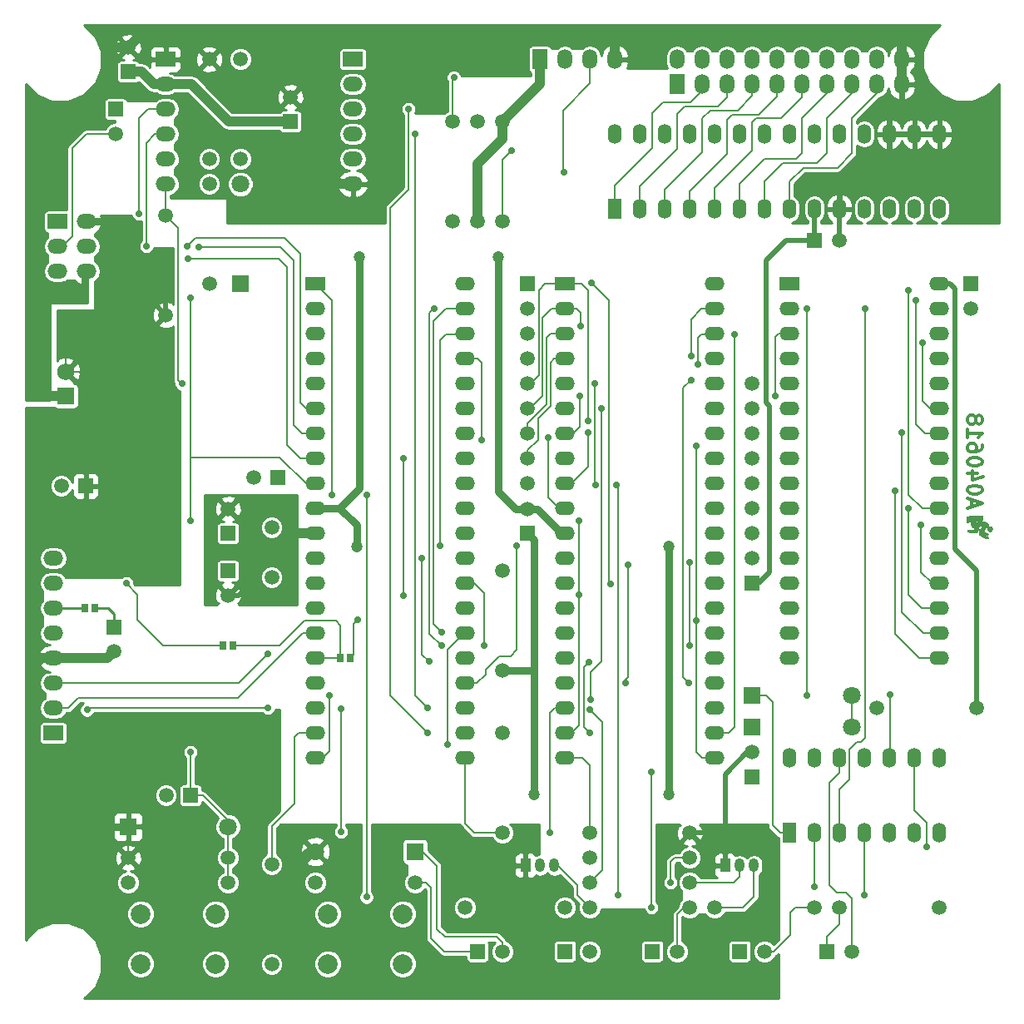
<source format=gbl>
G04 #@! TF.FileFunction,Copper,L2,Bot,Signal*
%FSLAX46Y46*%
G04 Gerber Fmt 4.6, Leading zero omitted, Abs format (unit mm)*
G04 Created by KiCad (PCBNEW 4.0.7) date 06/19/18 09:28:48*
%MOMM*%
%LPD*%
G01*
G04 APERTURE LIST*
%ADD10C,0.100000*%
%ADD11C,0.300000*%
%ADD12C,0.010000*%
%ADD13R,1.400000X2.000000*%
%ADD14O,1.400000X2.000000*%
%ADD15C,1.500000*%
%ADD16R,1.500000X1.500000*%
%ADD17C,1.800000*%
%ADD18R,1.800000X1.800000*%
%ADD19R,1.500000X2.000000*%
%ADD20O,1.500000X2.000000*%
%ADD21R,2.000000X1.500000*%
%ADD22O,2.000000X1.500000*%
%ADD23R,1.750000X1.750000*%
%ADD24C,1.750000*%
%ADD25R,0.700000X0.900000*%
%ADD26C,2.000000*%
%ADD27R,2.000000X1.400000*%
%ADD28O,2.000000X1.400000*%
%ADD29O,1.000000X1.400000*%
%ADD30R,1.000000X1.400000*%
%ADD31C,1.200000*%
%ADD32C,0.700000*%
%ADD33C,0.762000*%
%ADD34C,0.254000*%
%ADD35C,0.177800*%
%ADD36C,1.016000*%
%ADD37C,0.508000*%
G04 APERTURE END LIST*
D10*
D11*
X127766000Y-73476856D02*
X127766000Y-72762570D01*
X127337429Y-73619713D02*
X128837429Y-73119713D01*
X127337429Y-72619713D01*
X128837429Y-71833999D02*
X128837429Y-71691142D01*
X128766000Y-71548285D01*
X128694571Y-71476856D01*
X128551714Y-71405427D01*
X128266000Y-71333999D01*
X127908857Y-71333999D01*
X127623143Y-71405427D01*
X127480286Y-71476856D01*
X127408857Y-71548285D01*
X127337429Y-71691142D01*
X127337429Y-71833999D01*
X127408857Y-71976856D01*
X127480286Y-72048285D01*
X127623143Y-72119713D01*
X127908857Y-72191142D01*
X128266000Y-72191142D01*
X128551714Y-72119713D01*
X128694571Y-72048285D01*
X128766000Y-71976856D01*
X128837429Y-71833999D01*
X128337429Y-70048285D02*
X127337429Y-70048285D01*
X128908857Y-70405428D02*
X127837429Y-70762571D01*
X127837429Y-69833999D01*
X128837429Y-68976857D02*
X128837429Y-68834000D01*
X128766000Y-68691143D01*
X128694571Y-68619714D01*
X128551714Y-68548285D01*
X128266000Y-68476857D01*
X127908857Y-68476857D01*
X127623143Y-68548285D01*
X127480286Y-68619714D01*
X127408857Y-68691143D01*
X127337429Y-68834000D01*
X127337429Y-68976857D01*
X127408857Y-69119714D01*
X127480286Y-69191143D01*
X127623143Y-69262571D01*
X127908857Y-69334000D01*
X128266000Y-69334000D01*
X128551714Y-69262571D01*
X128694571Y-69191143D01*
X128766000Y-69119714D01*
X128837429Y-68976857D01*
X128837429Y-67191143D02*
X128837429Y-67476857D01*
X128766000Y-67619714D01*
X128694571Y-67691143D01*
X128480286Y-67834000D01*
X128194571Y-67905429D01*
X127623143Y-67905429D01*
X127480286Y-67834000D01*
X127408857Y-67762572D01*
X127337429Y-67619714D01*
X127337429Y-67334000D01*
X127408857Y-67191143D01*
X127480286Y-67119714D01*
X127623143Y-67048286D01*
X127980286Y-67048286D01*
X128123143Y-67119714D01*
X128194571Y-67191143D01*
X128266000Y-67334000D01*
X128266000Y-67619714D01*
X128194571Y-67762572D01*
X128123143Y-67834000D01*
X127980286Y-67905429D01*
X127337429Y-65619715D02*
X127337429Y-66476858D01*
X127337429Y-66048286D02*
X128837429Y-66048286D01*
X128623143Y-66191143D01*
X128480286Y-66334001D01*
X128408857Y-66476858D01*
X128194571Y-64762572D02*
X128266000Y-64905430D01*
X128337429Y-64976858D01*
X128480286Y-65048287D01*
X128551714Y-65048287D01*
X128694571Y-64976858D01*
X128766000Y-64905430D01*
X128837429Y-64762572D01*
X128837429Y-64476858D01*
X128766000Y-64334001D01*
X128694571Y-64262572D01*
X128551714Y-64191144D01*
X128480286Y-64191144D01*
X128337429Y-64262572D01*
X128266000Y-64334001D01*
X128194571Y-64476858D01*
X128194571Y-64762572D01*
X128123143Y-64905430D01*
X128051714Y-64976858D01*
X127908857Y-65048287D01*
X127623143Y-65048287D01*
X127480286Y-64976858D01*
X127408857Y-64905430D01*
X127337429Y-64762572D01*
X127337429Y-64476858D01*
X127408857Y-64334001D01*
X127480286Y-64262572D01*
X127623143Y-64191144D01*
X127908857Y-64191144D01*
X128051714Y-64262572D01*
X128123143Y-64334001D01*
X128194571Y-64476858D01*
D12*
G36*
X128811234Y-74411273D02*
X128779628Y-74379667D01*
X128397289Y-74379667D01*
X128290105Y-74379798D01*
X128202100Y-74380332D01*
X128131284Y-74381477D01*
X128075670Y-74383443D01*
X128033271Y-74386439D01*
X128002097Y-74390675D01*
X127980161Y-74396360D01*
X127965475Y-74403703D01*
X127956051Y-74412915D01*
X127949901Y-74424203D01*
X127948823Y-74426901D01*
X127944777Y-74431590D01*
X127935180Y-74435300D01*
X127917842Y-74438141D01*
X127890573Y-74440223D01*
X127851182Y-74441656D01*
X127797479Y-74442551D01*
X127727274Y-74443017D01*
X127638376Y-74443166D01*
X127625438Y-74443167D01*
X127543828Y-74443496D01*
X127468337Y-74444428D01*
X127401814Y-74445879D01*
X127347110Y-74447765D01*
X127307075Y-74450003D01*
X127284559Y-74452509D01*
X127281784Y-74453247D01*
X127257677Y-74472542D01*
X127244112Y-74503517D01*
X127241312Y-74524263D01*
X127238929Y-74562337D01*
X127236988Y-74613901D01*
X127235515Y-74675121D01*
X127234536Y-74742161D01*
X127234076Y-74811184D01*
X127234162Y-74878356D01*
X127234818Y-74939839D01*
X127236071Y-74991798D01*
X127237946Y-75030398D01*
X127240445Y-75051709D01*
X127257278Y-75085369D01*
X127285304Y-75105903D01*
X127306343Y-75109917D01*
X127327198Y-75104271D01*
X127360882Y-75088837D01*
X127402818Y-75065871D01*
X127433543Y-75047210D01*
X127505730Y-75005130D01*
X127564720Y-74978550D01*
X127611385Y-74967158D01*
X127646598Y-74970639D01*
X127646922Y-74970758D01*
X127656804Y-74975392D01*
X127663603Y-74983102D01*
X127667968Y-74997518D01*
X127670547Y-75022269D01*
X127671991Y-75060986D01*
X127672932Y-75116231D01*
X127678656Y-75232374D01*
X127692636Y-75330487D01*
X127715374Y-75412239D01*
X127747373Y-75479295D01*
X127789137Y-75533324D01*
X127802762Y-75546447D01*
X127844393Y-75576211D01*
X127891329Y-75597750D01*
X127934791Y-75607149D01*
X127939130Y-75607275D01*
X127942878Y-75602525D01*
X127945994Y-75587140D01*
X127948550Y-75559474D01*
X127950620Y-75517883D01*
X127952276Y-75460719D01*
X127953594Y-75386337D01*
X127954644Y-75293091D01*
X127955005Y-75250288D01*
X127955826Y-75153653D01*
X127956702Y-75076080D01*
X127957758Y-75015465D01*
X127959118Y-74969704D01*
X127960907Y-74936691D01*
X127963249Y-74914322D01*
X127966268Y-74900494D01*
X127970089Y-74893101D01*
X127974836Y-74890040D01*
X127976313Y-74889679D01*
X127980965Y-74889842D01*
X127984769Y-74893571D01*
X127987808Y-74902774D01*
X127990168Y-74919363D01*
X127991934Y-74945246D01*
X127993192Y-74982333D01*
X127994025Y-75032535D01*
X127994519Y-75097761D01*
X127994760Y-75179921D01*
X127994832Y-75280925D01*
X127994833Y-75305414D01*
X127994833Y-75724713D01*
X128020811Y-75750690D01*
X128054565Y-75772632D01*
X128089732Y-75775520D01*
X128121660Y-75759434D01*
X128131649Y-75748782D01*
X128137452Y-75740707D01*
X128142130Y-75731295D01*
X128145804Y-75718330D01*
X128148596Y-75699598D01*
X128150626Y-75672882D01*
X128152015Y-75635968D01*
X128152884Y-75586642D01*
X128153354Y-75522687D01*
X128153547Y-75441889D01*
X128153583Y-75347304D01*
X128153859Y-75258325D01*
X128154644Y-75175675D01*
X128155875Y-75101907D01*
X128157488Y-75039576D01*
X128159420Y-74991237D01*
X128161606Y-74959443D01*
X128163518Y-74947581D01*
X128178931Y-74920631D01*
X128197264Y-74899267D01*
X128205284Y-74892566D01*
X128214939Y-74887369D01*
X128228825Y-74883487D01*
X128249539Y-74880727D01*
X128279677Y-74878899D01*
X128321836Y-74877812D01*
X128378612Y-74877275D01*
X128452603Y-74877098D01*
X128498947Y-74877084D01*
X128776820Y-74877084D01*
X128836208Y-74826046D01*
X128842840Y-74442878D01*
X128811234Y-74411273D01*
X128811234Y-74411273D01*
G37*
X128811234Y-74411273D02*
X128779628Y-74379667D01*
X128397289Y-74379667D01*
X128290105Y-74379798D01*
X128202100Y-74380332D01*
X128131284Y-74381477D01*
X128075670Y-74383443D01*
X128033271Y-74386439D01*
X128002097Y-74390675D01*
X127980161Y-74396360D01*
X127965475Y-74403703D01*
X127956051Y-74412915D01*
X127949901Y-74424203D01*
X127948823Y-74426901D01*
X127944777Y-74431590D01*
X127935180Y-74435300D01*
X127917842Y-74438141D01*
X127890573Y-74440223D01*
X127851182Y-74441656D01*
X127797479Y-74442551D01*
X127727274Y-74443017D01*
X127638376Y-74443166D01*
X127625438Y-74443167D01*
X127543828Y-74443496D01*
X127468337Y-74444428D01*
X127401814Y-74445879D01*
X127347110Y-74447765D01*
X127307075Y-74450003D01*
X127284559Y-74452509D01*
X127281784Y-74453247D01*
X127257677Y-74472542D01*
X127244112Y-74503517D01*
X127241312Y-74524263D01*
X127238929Y-74562337D01*
X127236988Y-74613901D01*
X127235515Y-74675121D01*
X127234536Y-74742161D01*
X127234076Y-74811184D01*
X127234162Y-74878356D01*
X127234818Y-74939839D01*
X127236071Y-74991798D01*
X127237946Y-75030398D01*
X127240445Y-75051709D01*
X127257278Y-75085369D01*
X127285304Y-75105903D01*
X127306343Y-75109917D01*
X127327198Y-75104271D01*
X127360882Y-75088837D01*
X127402818Y-75065871D01*
X127433543Y-75047210D01*
X127505730Y-75005130D01*
X127564720Y-74978550D01*
X127611385Y-74967158D01*
X127646598Y-74970639D01*
X127646922Y-74970758D01*
X127656804Y-74975392D01*
X127663603Y-74983102D01*
X127667968Y-74997518D01*
X127670547Y-75022269D01*
X127671991Y-75060986D01*
X127672932Y-75116231D01*
X127678656Y-75232374D01*
X127692636Y-75330487D01*
X127715374Y-75412239D01*
X127747373Y-75479295D01*
X127789137Y-75533324D01*
X127802762Y-75546447D01*
X127844393Y-75576211D01*
X127891329Y-75597750D01*
X127934791Y-75607149D01*
X127939130Y-75607275D01*
X127942878Y-75602525D01*
X127945994Y-75587140D01*
X127948550Y-75559474D01*
X127950620Y-75517883D01*
X127952276Y-75460719D01*
X127953594Y-75386337D01*
X127954644Y-75293091D01*
X127955005Y-75250288D01*
X127955826Y-75153653D01*
X127956702Y-75076080D01*
X127957758Y-75015465D01*
X127959118Y-74969704D01*
X127960907Y-74936691D01*
X127963249Y-74914322D01*
X127966268Y-74900494D01*
X127970089Y-74893101D01*
X127974836Y-74890040D01*
X127976313Y-74889679D01*
X127980965Y-74889842D01*
X127984769Y-74893571D01*
X127987808Y-74902774D01*
X127990168Y-74919363D01*
X127991934Y-74945246D01*
X127993192Y-74982333D01*
X127994025Y-75032535D01*
X127994519Y-75097761D01*
X127994760Y-75179921D01*
X127994832Y-75280925D01*
X127994833Y-75305414D01*
X127994833Y-75724713D01*
X128020811Y-75750690D01*
X128054565Y-75772632D01*
X128089732Y-75775520D01*
X128121660Y-75759434D01*
X128131649Y-75748782D01*
X128137452Y-75740707D01*
X128142130Y-75731295D01*
X128145804Y-75718330D01*
X128148596Y-75699598D01*
X128150626Y-75672882D01*
X128152015Y-75635968D01*
X128152884Y-75586642D01*
X128153354Y-75522687D01*
X128153547Y-75441889D01*
X128153583Y-75347304D01*
X128153859Y-75258325D01*
X128154644Y-75175675D01*
X128155875Y-75101907D01*
X128157488Y-75039576D01*
X128159420Y-74991237D01*
X128161606Y-74959443D01*
X128163518Y-74947581D01*
X128178931Y-74920631D01*
X128197264Y-74899267D01*
X128205284Y-74892566D01*
X128214939Y-74887369D01*
X128228825Y-74883487D01*
X128249539Y-74880727D01*
X128279677Y-74878899D01*
X128321836Y-74877812D01*
X128378612Y-74877275D01*
X128452603Y-74877098D01*
X128498947Y-74877084D01*
X128776820Y-74877084D01*
X128836208Y-74826046D01*
X128842840Y-74442878D01*
X128811234Y-74411273D01*
G36*
X129248276Y-76173542D02*
X129041582Y-76046542D01*
X129044729Y-75945713D01*
X129047146Y-75894651D01*
X129051743Y-75857150D01*
X129060194Y-75825610D01*
X129074171Y-75792432D01*
X129081991Y-75776380D01*
X129116614Y-75710876D01*
X129149153Y-75657001D01*
X129178115Y-75616862D01*
X129202012Y-75592564D01*
X129216850Y-75585935D01*
X129262565Y-75575930D01*
X129309303Y-75549606D01*
X129352587Y-75511084D01*
X129387943Y-75464487D01*
X129410895Y-75413935D01*
X129413293Y-75405031D01*
X129420823Y-75340036D01*
X129410507Y-75279591D01*
X129381653Y-75222634D01*
X129333569Y-75168101D01*
X129265563Y-75114928D01*
X129197421Y-75073254D01*
X129088161Y-75020109D01*
X128977142Y-74982906D01*
X128859516Y-74960458D01*
X128730437Y-74951576D01*
X128700340Y-74951324D01*
X128607462Y-74954223D01*
X128528881Y-74963456D01*
X128458363Y-74980195D01*
X128389676Y-75005615D01*
X128373267Y-75012911D01*
X128321216Y-75039552D01*
X128281140Y-75068059D01*
X128251376Y-75101667D01*
X128230261Y-75143613D01*
X128216131Y-75197134D01*
X128207323Y-75265465D01*
X128202444Y-75345277D01*
X128197204Y-75445285D01*
X128190324Y-75539419D01*
X128182159Y-75624124D01*
X128173067Y-75695846D01*
X128163404Y-75751031D01*
X128160423Y-75763924D01*
X128152149Y-75791847D01*
X128140994Y-75809117D01*
X128121034Y-75821626D01*
X128090083Y-75833891D01*
X128066772Y-75841604D01*
X128042318Y-75847261D01*
X128012977Y-75851177D01*
X127975002Y-75853666D01*
X127924649Y-75855044D01*
X127858172Y-75855626D01*
X127830792Y-75855699D01*
X127756537Y-75855285D01*
X127679171Y-75853920D01*
X127605245Y-75851782D01*
X127541310Y-75849050D01*
X127505782Y-75846862D01*
X127381856Y-75837683D01*
X127349678Y-75869861D01*
X127323703Y-75908231D01*
X127316229Y-75949822D01*
X127327435Y-75989849D01*
X127344380Y-76012327D01*
X127373897Y-76030852D01*
X127422166Y-76047518D01*
X127486830Y-76062025D01*
X127565532Y-76074075D01*
X127655914Y-76083370D01*
X127755620Y-76089610D01*
X127862291Y-76092496D01*
X127971463Y-76091781D01*
X128045599Y-76089824D01*
X128102258Y-76087594D01*
X128145130Y-76084702D01*
X128177905Y-76080758D01*
X128204271Y-76075371D01*
X128227918Y-76068151D01*
X128241061Y-76063274D01*
X128286453Y-76043264D01*
X128322630Y-76020507D01*
X128351246Y-75992093D01*
X128373956Y-75955109D01*
X128392414Y-75906646D01*
X128408273Y-75843790D01*
X128423188Y-75763633D01*
X128427955Y-75734334D01*
X128438314Y-75676135D01*
X128449976Y-75621904D01*
X128461631Y-75577160D01*
X128471969Y-75547422D01*
X128472735Y-75545781D01*
X128507606Y-75497322D01*
X128558426Y-75460742D01*
X128619250Y-75438779D01*
X128660237Y-75432335D01*
X128709386Y-75428716D01*
X128758594Y-75428122D01*
X128799757Y-75430756D01*
X128816808Y-75433858D01*
X128828087Y-75437951D01*
X128831531Y-75445062D01*
X128826049Y-75459374D01*
X128810553Y-75485070D01*
X128798635Y-75503607D01*
X128743943Y-75606401D01*
X128709771Y-75714033D01*
X128695997Y-75827048D01*
X128701573Y-75938928D01*
X128714779Y-76021585D01*
X128731495Y-76084906D01*
X128752701Y-76130572D01*
X128779377Y-76160263D01*
X128812502Y-76175657D01*
X128841484Y-76178834D01*
X128880265Y-76171600D01*
X128908849Y-76150932D01*
X128926830Y-76127116D01*
X128935346Y-76098407D01*
X128934677Y-76060492D01*
X128925106Y-76009058D01*
X128919571Y-75986543D01*
X128906595Y-75905469D01*
X128907187Y-75822056D01*
X128920363Y-75740980D01*
X128945141Y-75666920D01*
X128980538Y-75604552D01*
X129006017Y-75575123D01*
X129029232Y-75554597D01*
X129044311Y-75547989D01*
X129056791Y-75553063D01*
X129058060Y-75554086D01*
X129066067Y-75563996D01*
X129063577Y-75576219D01*
X129048679Y-75595912D01*
X129038200Y-75607722D01*
X128990402Y-75674016D01*
X128960651Y-75747804D01*
X128948721Y-75830385D01*
X128954381Y-75923060D01*
X128969526Y-75997981D01*
X128980106Y-76041387D01*
X128985398Y-76070746D01*
X128985603Y-76092456D01*
X128980922Y-76112911D01*
X128973775Y-76132727D01*
X128946399Y-76178224D01*
X128907320Y-76209166D01*
X128860978Y-76224690D01*
X128811809Y-76223934D01*
X128764251Y-76206036D01*
X128731323Y-76179824D01*
X128705809Y-76141512D01*
X128684242Y-76085492D01*
X128667520Y-76015002D01*
X128656542Y-75933280D01*
X128654165Y-75901669D01*
X128647994Y-75799129D01*
X128595877Y-75766731D01*
X128560466Y-75745738D01*
X128538951Y-75736742D01*
X128527897Y-75739587D01*
X128523870Y-75754115D01*
X128523453Y-75763438D01*
X128522237Y-75782196D01*
X128519135Y-75818540D01*
X128514471Y-75869005D01*
X128508570Y-75930126D01*
X128501755Y-75998439D01*
X128498470Y-76030667D01*
X128490191Y-76114774D01*
X128484652Y-76179634D01*
X128481764Y-76226979D01*
X128481439Y-76258541D01*
X128483589Y-76276049D01*
X128485788Y-76280309D01*
X128496348Y-76287664D01*
X128522235Y-76304647D01*
X128560858Y-76329613D01*
X128609630Y-76360918D01*
X128665959Y-76396916D01*
X128727259Y-76435965D01*
X128790938Y-76476419D01*
X128854408Y-76516633D01*
X128915081Y-76554963D01*
X128970365Y-76589765D01*
X129017673Y-76619394D01*
X129054415Y-76642206D01*
X129078002Y-76656555D01*
X129080319Y-76657920D01*
X129090607Y-76652576D01*
X129113519Y-76634060D01*
X129146888Y-76604339D01*
X129188550Y-76565383D01*
X129236337Y-76519160D01*
X129273283Y-76482523D01*
X129454969Y-76300542D01*
X129248276Y-76173542D01*
X129248276Y-76173542D01*
G37*
X129248276Y-76173542D02*
X129041582Y-76046542D01*
X129044729Y-75945713D01*
X129047146Y-75894651D01*
X129051743Y-75857150D01*
X129060194Y-75825610D01*
X129074171Y-75792432D01*
X129081991Y-75776380D01*
X129116614Y-75710876D01*
X129149153Y-75657001D01*
X129178115Y-75616862D01*
X129202012Y-75592564D01*
X129216850Y-75585935D01*
X129262565Y-75575930D01*
X129309303Y-75549606D01*
X129352587Y-75511084D01*
X129387943Y-75464487D01*
X129410895Y-75413935D01*
X129413293Y-75405031D01*
X129420823Y-75340036D01*
X129410507Y-75279591D01*
X129381653Y-75222634D01*
X129333569Y-75168101D01*
X129265563Y-75114928D01*
X129197421Y-75073254D01*
X129088161Y-75020109D01*
X128977142Y-74982906D01*
X128859516Y-74960458D01*
X128730437Y-74951576D01*
X128700340Y-74951324D01*
X128607462Y-74954223D01*
X128528881Y-74963456D01*
X128458363Y-74980195D01*
X128389676Y-75005615D01*
X128373267Y-75012911D01*
X128321216Y-75039552D01*
X128281140Y-75068059D01*
X128251376Y-75101667D01*
X128230261Y-75143613D01*
X128216131Y-75197134D01*
X128207323Y-75265465D01*
X128202444Y-75345277D01*
X128197204Y-75445285D01*
X128190324Y-75539419D01*
X128182159Y-75624124D01*
X128173067Y-75695846D01*
X128163404Y-75751031D01*
X128160423Y-75763924D01*
X128152149Y-75791847D01*
X128140994Y-75809117D01*
X128121034Y-75821626D01*
X128090083Y-75833891D01*
X128066772Y-75841604D01*
X128042318Y-75847261D01*
X128012977Y-75851177D01*
X127975002Y-75853666D01*
X127924649Y-75855044D01*
X127858172Y-75855626D01*
X127830792Y-75855699D01*
X127756537Y-75855285D01*
X127679171Y-75853920D01*
X127605245Y-75851782D01*
X127541310Y-75849050D01*
X127505782Y-75846862D01*
X127381856Y-75837683D01*
X127349678Y-75869861D01*
X127323703Y-75908231D01*
X127316229Y-75949822D01*
X127327435Y-75989849D01*
X127344380Y-76012327D01*
X127373897Y-76030852D01*
X127422166Y-76047518D01*
X127486830Y-76062025D01*
X127565532Y-76074075D01*
X127655914Y-76083370D01*
X127755620Y-76089610D01*
X127862291Y-76092496D01*
X127971463Y-76091781D01*
X128045599Y-76089824D01*
X128102258Y-76087594D01*
X128145130Y-76084702D01*
X128177905Y-76080758D01*
X128204271Y-76075371D01*
X128227918Y-76068151D01*
X128241061Y-76063274D01*
X128286453Y-76043264D01*
X128322630Y-76020507D01*
X128351246Y-75992093D01*
X128373956Y-75955109D01*
X128392414Y-75906646D01*
X128408273Y-75843790D01*
X128423188Y-75763633D01*
X128427955Y-75734334D01*
X128438314Y-75676135D01*
X128449976Y-75621904D01*
X128461631Y-75577160D01*
X128471969Y-75547422D01*
X128472735Y-75545781D01*
X128507606Y-75497322D01*
X128558426Y-75460742D01*
X128619250Y-75438779D01*
X128660237Y-75432335D01*
X128709386Y-75428716D01*
X128758594Y-75428122D01*
X128799757Y-75430756D01*
X128816808Y-75433858D01*
X128828087Y-75437951D01*
X128831531Y-75445062D01*
X128826049Y-75459374D01*
X128810553Y-75485070D01*
X128798635Y-75503607D01*
X128743943Y-75606401D01*
X128709771Y-75714033D01*
X128695997Y-75827048D01*
X128701573Y-75938928D01*
X128714779Y-76021585D01*
X128731495Y-76084906D01*
X128752701Y-76130572D01*
X128779377Y-76160263D01*
X128812502Y-76175657D01*
X128841484Y-76178834D01*
X128880265Y-76171600D01*
X128908849Y-76150932D01*
X128926830Y-76127116D01*
X128935346Y-76098407D01*
X128934677Y-76060492D01*
X128925106Y-76009058D01*
X128919571Y-75986543D01*
X128906595Y-75905469D01*
X128907187Y-75822056D01*
X128920363Y-75740980D01*
X128945141Y-75666920D01*
X128980538Y-75604552D01*
X129006017Y-75575123D01*
X129029232Y-75554597D01*
X129044311Y-75547989D01*
X129056791Y-75553063D01*
X129058060Y-75554086D01*
X129066067Y-75563996D01*
X129063577Y-75576219D01*
X129048679Y-75595912D01*
X129038200Y-75607722D01*
X128990402Y-75674016D01*
X128960651Y-75747804D01*
X128948721Y-75830385D01*
X128954381Y-75923060D01*
X128969526Y-75997981D01*
X128980106Y-76041387D01*
X128985398Y-76070746D01*
X128985603Y-76092456D01*
X128980922Y-76112911D01*
X128973775Y-76132727D01*
X128946399Y-76178224D01*
X128907320Y-76209166D01*
X128860978Y-76224690D01*
X128811809Y-76223934D01*
X128764251Y-76206036D01*
X128731323Y-76179824D01*
X128705809Y-76141512D01*
X128684242Y-76085492D01*
X128667520Y-76015002D01*
X128656542Y-75933280D01*
X128654165Y-75901669D01*
X128647994Y-75799129D01*
X128595877Y-75766731D01*
X128560466Y-75745738D01*
X128538951Y-75736742D01*
X128527897Y-75739587D01*
X128523870Y-75754115D01*
X128523453Y-75763438D01*
X128522237Y-75782196D01*
X128519135Y-75818540D01*
X128514471Y-75869005D01*
X128508570Y-75930126D01*
X128501755Y-75998439D01*
X128498470Y-76030667D01*
X128490191Y-76114774D01*
X128484652Y-76179634D01*
X128481764Y-76226979D01*
X128481439Y-76258541D01*
X128483589Y-76276049D01*
X128485788Y-76280309D01*
X128496348Y-76287664D01*
X128522235Y-76304647D01*
X128560858Y-76329613D01*
X128609630Y-76360918D01*
X128665959Y-76396916D01*
X128727259Y-76435965D01*
X128790938Y-76476419D01*
X128854408Y-76516633D01*
X128915081Y-76554963D01*
X128970365Y-76589765D01*
X129017673Y-76619394D01*
X129054415Y-76642206D01*
X129078002Y-76656555D01*
X129080319Y-76657920D01*
X129090607Y-76652576D01*
X129113519Y-76634060D01*
X129146888Y-76604339D01*
X129188550Y-76565383D01*
X129236337Y-76519160D01*
X129273283Y-76482523D01*
X129454969Y-76300542D01*
X129248276Y-76173542D01*
G36*
X129449634Y-76687082D02*
X129439411Y-76665370D01*
X129422572Y-76634714D01*
X129401982Y-76599741D01*
X129380501Y-76565080D01*
X129360994Y-76535360D01*
X129346324Y-76515210D01*
X129339552Y-76509106D01*
X129327088Y-76517819D01*
X129303816Y-76536797D01*
X129273719Y-76562512D01*
X129240779Y-76591435D01*
X129208977Y-76620037D01*
X129182296Y-76644790D01*
X129164718Y-76662163D01*
X129159890Y-76668313D01*
X129166633Y-76676926D01*
X129166938Y-76676959D01*
X129179891Y-76678132D01*
X129209762Y-76680844D01*
X129252388Y-76684717D01*
X129303607Y-76689372D01*
X129315317Y-76690437D01*
X129372208Y-76695385D01*
X129411116Y-76698012D01*
X129435104Y-76698242D01*
X129447235Y-76695998D01*
X129450573Y-76691203D01*
X129449634Y-76687082D01*
X129449634Y-76687082D01*
G37*
X129449634Y-76687082D02*
X129439411Y-76665370D01*
X129422572Y-76634714D01*
X129401982Y-76599741D01*
X129380501Y-76565080D01*
X129360994Y-76535360D01*
X129346324Y-76515210D01*
X129339552Y-76509106D01*
X129327088Y-76517819D01*
X129303816Y-76536797D01*
X129273719Y-76562512D01*
X129240779Y-76591435D01*
X129208977Y-76620037D01*
X129182296Y-76644790D01*
X129164718Y-76662163D01*
X129159890Y-76668313D01*
X129166633Y-76676926D01*
X129166938Y-76676959D01*
X129179891Y-76678132D01*
X129209762Y-76680844D01*
X129252388Y-76684717D01*
X129303607Y-76689372D01*
X129315317Y-76690437D01*
X129372208Y-76695385D01*
X129411116Y-76698012D01*
X129435104Y-76698242D01*
X129447235Y-76695998D01*
X129450573Y-76691203D01*
X129449634Y-76687082D01*
G36*
X129849606Y-75690496D02*
X129833569Y-75636344D01*
X129802506Y-75581906D01*
X129761215Y-75534317D01*
X129726472Y-75507440D01*
X129671689Y-75483330D01*
X129609291Y-75471162D01*
X129547165Y-75471709D01*
X129495415Y-75484779D01*
X129435265Y-75520556D01*
X129386701Y-75569848D01*
X129351699Y-75628716D01*
X129332236Y-75693223D01*
X129330290Y-75759430D01*
X129338222Y-75797902D01*
X129369251Y-75866240D01*
X129415260Y-75921014D01*
X129473639Y-75960432D01*
X129541778Y-75982705D01*
X129612899Y-75986370D01*
X129681585Y-75971508D01*
X129741877Y-75939371D01*
X129791349Y-75892992D01*
X129827574Y-75835403D01*
X129848126Y-75769638D01*
X129850579Y-75698729D01*
X129849606Y-75690496D01*
X129849606Y-75690496D01*
G37*
X129849606Y-75690496D02*
X129833569Y-75636344D01*
X129802506Y-75581906D01*
X129761215Y-75534317D01*
X129726472Y-75507440D01*
X129671689Y-75483330D01*
X129609291Y-75471162D01*
X129547165Y-75471709D01*
X129495415Y-75484779D01*
X129435265Y-75520556D01*
X129386701Y-75569848D01*
X129351699Y-75628716D01*
X129332236Y-75693223D01*
X129330290Y-75759430D01*
X129338222Y-75797902D01*
X129369251Y-75866240D01*
X129415260Y-75921014D01*
X129473639Y-75960432D01*
X129541778Y-75982705D01*
X129612899Y-75986370D01*
X129681585Y-75971508D01*
X129741877Y-75939371D01*
X129791349Y-75892992D01*
X129827574Y-75835403D01*
X129848126Y-75769638D01*
X129850579Y-75698729D01*
X129849606Y-75690496D01*
D13*
X109220000Y-106680000D03*
D14*
X124460000Y-99060000D03*
X111760000Y-106680000D03*
X121920000Y-99060000D03*
X114300000Y-106680000D03*
X119380000Y-99060000D03*
X116840000Y-106680000D03*
X116840000Y-99060000D03*
X119380000Y-106680000D03*
X114300000Y-99060000D03*
X121920000Y-106680000D03*
X111760000Y-99060000D03*
X124460000Y-106680000D03*
X109220000Y-99060000D03*
D15*
X53340000Y-27940000D03*
X53340000Y-38100000D03*
D16*
X82550000Y-76200000D03*
D15*
X82550000Y-73700000D03*
D16*
X57150000Y-70485000D03*
D15*
X54650000Y-70485000D03*
D16*
X52070000Y-76200000D03*
D15*
X52070000Y-73700000D03*
D16*
X52070000Y-80010000D03*
D15*
X52070000Y-82510000D03*
D16*
X48260000Y-102870000D03*
D15*
X45760000Y-102870000D03*
D16*
X40449500Y-85725000D03*
D15*
X40449500Y-88225000D03*
X35092000Y-71374000D03*
D16*
X37592000Y-71374000D03*
X105410000Y-100965000D03*
D15*
X105410000Y-98465000D03*
D16*
X127635000Y-50800000D03*
D15*
X127635000Y-53300000D03*
D16*
X41910000Y-29210000D03*
D15*
X41910000Y-26710000D03*
X58420000Y-31790000D03*
D16*
X58420000Y-34290000D03*
X111760000Y-46355000D03*
D15*
X114260000Y-46355000D03*
D16*
X95250000Y-118745000D03*
D15*
X97790000Y-118745000D03*
D16*
X104140000Y-118745000D03*
D15*
X106680000Y-118745000D03*
D16*
X113030000Y-118745000D03*
D15*
X115570000Y-118745000D03*
D16*
X86360000Y-118745000D03*
D15*
X88900000Y-118745000D03*
D16*
X77470000Y-118745000D03*
D15*
X80010000Y-118745000D03*
D17*
X60960000Y-108585000D03*
D18*
X71120000Y-108585000D03*
D17*
X52070000Y-106045000D03*
D18*
X41910000Y-106045000D03*
D17*
X115570000Y-95885000D03*
D18*
X105410000Y-95885000D03*
D17*
X115570000Y-92710000D03*
D18*
X105410000Y-92710000D03*
D17*
X53340000Y-40640000D03*
D18*
X53340000Y-50800000D03*
D16*
X40640000Y-33020000D03*
D15*
X40640000Y-35560000D03*
D13*
X91440000Y-43180000D03*
D14*
X124460000Y-35560000D03*
X93980000Y-43180000D03*
X121920000Y-35560000D03*
X96520000Y-43180000D03*
X119380000Y-35560000D03*
X99060000Y-43180000D03*
X116840000Y-35560000D03*
X101600000Y-43180000D03*
X114300000Y-35560000D03*
X104140000Y-43180000D03*
X111760000Y-35560000D03*
X106680000Y-43180000D03*
X109220000Y-35560000D03*
X109220000Y-43180000D03*
X106680000Y-35560000D03*
X111760000Y-43180000D03*
X104140000Y-35560000D03*
X114300000Y-43180000D03*
X101600000Y-35560000D03*
X116840000Y-43180000D03*
X99060000Y-35560000D03*
X119380000Y-43180000D03*
X96520000Y-35560000D03*
X121920000Y-43180000D03*
X93980000Y-35560000D03*
X124460000Y-43180000D03*
X91440000Y-35560000D03*
D19*
X83820000Y-27940000D03*
D20*
X86360000Y-27940000D03*
X88900000Y-27940000D03*
X91440000Y-27940000D03*
D21*
X34290000Y-96520000D03*
D22*
X34290000Y-93980000D03*
X34290000Y-91440000D03*
X34290000Y-88900000D03*
X34290000Y-86360000D03*
X34290000Y-83820000D03*
X34290000Y-81280000D03*
X34290000Y-78740000D03*
D23*
X35560000Y-62230000D03*
D24*
X35560000Y-59730000D03*
D19*
X97790000Y-30480000D03*
D20*
X97790000Y-27940000D03*
X100330000Y-30480000D03*
X100330000Y-27940000D03*
X102870000Y-30480000D03*
X102870000Y-27940000D03*
X105410000Y-30480000D03*
X105410000Y-27940000D03*
X107950000Y-30480000D03*
X107950000Y-27940000D03*
X110490000Y-30480000D03*
X110490000Y-27940000D03*
X113030000Y-30480000D03*
X113030000Y-27940000D03*
X115570000Y-30480000D03*
X115570000Y-27940000D03*
X118110000Y-30480000D03*
X118110000Y-27940000D03*
X120650000Y-30480000D03*
X120650000Y-27940000D03*
D15*
X99060000Y-114300000D03*
X88900000Y-114300000D03*
X111760000Y-114300000D03*
X101600000Y-114300000D03*
X88900000Y-109220000D03*
X99060000Y-109220000D03*
X88900000Y-111760000D03*
X99060000Y-111760000D03*
X88900000Y-106680000D03*
X99060000Y-106680000D03*
X114300000Y-114300000D03*
X124460000Y-114300000D03*
X86360000Y-114300000D03*
X76200000Y-114300000D03*
X45720000Y-43815000D03*
X45720000Y-53975000D03*
X50165000Y-38100000D03*
X50165000Y-27940000D03*
X56515000Y-109855000D03*
X56515000Y-120015000D03*
X60960000Y-111760000D03*
X71120000Y-111760000D03*
X80010000Y-96520000D03*
X80010000Y-106680000D03*
X52070000Y-109220000D03*
X41910000Y-109220000D03*
X80010000Y-90170000D03*
X80010000Y-80010000D03*
X41910000Y-111760000D03*
X52070000Y-111760000D03*
X74930000Y-44450000D03*
X74930000Y-34290000D03*
X77470000Y-44450000D03*
X77470000Y-34290000D03*
X128270000Y-93980000D03*
X118110000Y-93980000D03*
X50165000Y-50800000D03*
X50165000Y-40640000D03*
X80010000Y-44450000D03*
X80010000Y-34290000D03*
D16*
X105410000Y-81280000D03*
D15*
X105410000Y-78740000D03*
X105410000Y-76200000D03*
X105410000Y-73660000D03*
X105410000Y-71120000D03*
X105410000Y-68580000D03*
X105410000Y-66040000D03*
X105410000Y-63500000D03*
X105410000Y-60960000D03*
D16*
X82550000Y-50800000D03*
D15*
X82550000Y-53340000D03*
X82550000Y-55880000D03*
X82550000Y-58420000D03*
X82550000Y-60960000D03*
X82550000Y-63500000D03*
X82550000Y-66040000D03*
X82550000Y-68580000D03*
X82550000Y-71120000D03*
D25*
X64508000Y-88900000D03*
X63508000Y-88900000D03*
X52570000Y-87630000D03*
X51570000Y-87630000D03*
D26*
X69850000Y-114935000D03*
X69850000Y-120015000D03*
X62230000Y-114935000D03*
X62230000Y-120015000D03*
X43180000Y-120015000D03*
X43180000Y-114935000D03*
X50800000Y-120015000D03*
X50800000Y-114935000D03*
D27*
X86360000Y-50800000D03*
D28*
X101600000Y-99060000D03*
X86360000Y-53340000D03*
X101600000Y-96520000D03*
X86360000Y-55880000D03*
X101600000Y-93980000D03*
X86360000Y-58420000D03*
X101600000Y-91440000D03*
X86360000Y-60960000D03*
X101600000Y-88900000D03*
X86360000Y-63500000D03*
X101600000Y-86360000D03*
X86360000Y-66040000D03*
X101600000Y-83820000D03*
X86360000Y-68580000D03*
X101600000Y-81280000D03*
X86360000Y-71120000D03*
X101600000Y-78740000D03*
X86360000Y-73660000D03*
X101600000Y-76200000D03*
X86360000Y-76200000D03*
X101600000Y-73660000D03*
X86360000Y-78740000D03*
X101600000Y-71120000D03*
X86360000Y-81280000D03*
X101600000Y-68580000D03*
X86360000Y-83820000D03*
X101600000Y-66040000D03*
X86360000Y-86360000D03*
X101600000Y-63500000D03*
X86360000Y-88900000D03*
X101600000Y-60960000D03*
X86360000Y-91440000D03*
X101600000Y-58420000D03*
X86360000Y-93980000D03*
X101600000Y-55880000D03*
X86360000Y-96520000D03*
X101600000Y-53340000D03*
X86360000Y-99060000D03*
X101600000Y-50800000D03*
D27*
X60960000Y-50800000D03*
D28*
X76200000Y-99060000D03*
X60960000Y-53340000D03*
X76200000Y-96520000D03*
X60960000Y-55880000D03*
X76200000Y-93980000D03*
X60960000Y-58420000D03*
X76200000Y-91440000D03*
X60960000Y-60960000D03*
X76200000Y-88900000D03*
X60960000Y-63500000D03*
X76200000Y-86360000D03*
X60960000Y-66040000D03*
X76200000Y-83820000D03*
X60960000Y-68580000D03*
X76200000Y-81280000D03*
X60960000Y-71120000D03*
X76200000Y-78740000D03*
X60960000Y-73660000D03*
X76200000Y-76200000D03*
X60960000Y-76200000D03*
X76200000Y-73660000D03*
X60960000Y-78740000D03*
X76200000Y-71120000D03*
X60960000Y-81280000D03*
X76200000Y-68580000D03*
X60960000Y-83820000D03*
X76200000Y-66040000D03*
X60960000Y-86360000D03*
X76200000Y-63500000D03*
X60960000Y-88900000D03*
X76200000Y-60960000D03*
X60960000Y-91440000D03*
X76200000Y-58420000D03*
X60960000Y-93980000D03*
X76200000Y-55880000D03*
X60960000Y-96520000D03*
X76200000Y-53340000D03*
X60960000Y-99060000D03*
X76200000Y-50800000D03*
D27*
X109220000Y-50800000D03*
D28*
X124460000Y-88900000D03*
X109220000Y-53340000D03*
X124460000Y-86360000D03*
X109220000Y-55880000D03*
X124460000Y-83820000D03*
X109220000Y-58420000D03*
X124460000Y-81280000D03*
X109220000Y-60960000D03*
X124460000Y-78740000D03*
X109220000Y-63500000D03*
X124460000Y-76200000D03*
X109220000Y-66040000D03*
X124460000Y-73660000D03*
X109220000Y-68580000D03*
X124460000Y-71120000D03*
X109220000Y-71120000D03*
X124460000Y-68580000D03*
X109220000Y-73660000D03*
X124460000Y-66040000D03*
X109220000Y-76200000D03*
X124460000Y-63500000D03*
X109220000Y-78740000D03*
X124460000Y-60960000D03*
X109220000Y-81280000D03*
X124460000Y-58420000D03*
X109220000Y-83820000D03*
X124460000Y-55880000D03*
X109220000Y-86360000D03*
X124460000Y-53340000D03*
X109220000Y-88900000D03*
X124460000Y-50800000D03*
D15*
X56515000Y-75565000D03*
X56515000Y-80645000D03*
D21*
X64770000Y-27940000D03*
D22*
X64770000Y-30480000D03*
X64770000Y-33020000D03*
X64770000Y-35560000D03*
X64770000Y-38100000D03*
X64770000Y-40640000D03*
D21*
X45720000Y-27940000D03*
D22*
X45720000Y-30480000D03*
X45720000Y-33020000D03*
X45720000Y-35560000D03*
X45720000Y-38100000D03*
X45720000Y-40640000D03*
D21*
X34725000Y-44450000D03*
D22*
X37665000Y-44450000D03*
X34725000Y-46990000D03*
X37665000Y-46990000D03*
X34725000Y-49530000D03*
X37665000Y-49530000D03*
D25*
X38536500Y-83820000D03*
X37536500Y-83820000D03*
D29*
X104140000Y-109982000D03*
X105610000Y-109982000D03*
D30*
X102670000Y-109982000D03*
D29*
X83820000Y-109982000D03*
X85290000Y-109982000D03*
D30*
X82350000Y-109982000D03*
D31*
X83185000Y-102806500D03*
D32*
X53848000Y-73700000D03*
X50038000Y-73723500D03*
X50038000Y-77978000D03*
X57594500Y-73723500D03*
X50038000Y-81280000D03*
X53848000Y-77978000D03*
X57658000Y-77978000D03*
D31*
X96901000Y-77533500D03*
X96901000Y-102743000D03*
X65468500Y-48069500D03*
X79565500Y-48069500D03*
X65151000Y-77533500D03*
D32*
X48260000Y-74930000D03*
X48260000Y-98425000D03*
X48260000Y-52197000D03*
X110998000Y-92710000D03*
X110998000Y-53340000D03*
X48006000Y-48260000D03*
X70421500Y-33020000D03*
X72390000Y-96520000D03*
X86233000Y-39433500D03*
X75057000Y-29781500D03*
X71120000Y-35560000D03*
X72390000Y-93980000D03*
X56134000Y-88455500D03*
X41719500Y-81280000D03*
X37719000Y-94170500D03*
X71818500Y-78740000D03*
X72517000Y-89217500D03*
X56134000Y-93980000D03*
X49085500Y-47053500D03*
X42989500Y-43688000D03*
X47879000Y-46990000D03*
X43751500Y-46990000D03*
X47371000Y-60960000D03*
X84836000Y-106680000D03*
X88900000Y-94107000D03*
X123190000Y-108140500D03*
X92519500Y-91440000D03*
X92773500Y-79438500D03*
X121348500Y-51498500D03*
X99187000Y-58166000D03*
X122047000Y-52514500D03*
X99885500Y-58991500D03*
X122745500Y-56769000D03*
X88709500Y-64770000D03*
X87947500Y-55118000D03*
X107759500Y-62230000D03*
X116840000Y-113030000D03*
X91757500Y-113030000D03*
X91567000Y-71310500D03*
X89408000Y-60960000D03*
X89471500Y-71310500D03*
X65278000Y-84963000D03*
X111760000Y-112204500D03*
X63563500Y-94043500D03*
X63563500Y-106553000D03*
X116903500Y-53340000D03*
X119443500Y-92583000D03*
X98996500Y-91440000D03*
X99187000Y-60579000D03*
X74422000Y-97726500D03*
X99758500Y-85090000D03*
X99758500Y-67310000D03*
X88836500Y-89281000D03*
X88900000Y-96520000D03*
X103632000Y-55943500D03*
X62420500Y-92710000D03*
X120650000Y-65976500D03*
X87884000Y-62230000D03*
X77851000Y-66738500D03*
X119951500Y-71882000D03*
X88709500Y-65976500D03*
X121348500Y-73660000D03*
X84645500Y-66421000D03*
X122618500Y-75311000D03*
X73660000Y-77470000D03*
X99060000Y-79121000D03*
X99060000Y-87630000D03*
X69913500Y-68580000D03*
X69913500Y-82550000D03*
X90995500Y-81343500D03*
X89027000Y-50673000D03*
X73787000Y-86233000D03*
X73025000Y-53340000D03*
X73787000Y-87630000D03*
X87820500Y-82486500D03*
X87820500Y-74930000D03*
X81470500Y-77470000D03*
X95186500Y-100520500D03*
X95186500Y-114300000D03*
X62611000Y-72326500D03*
X66167000Y-72326500D03*
X66167000Y-113220500D03*
X88963500Y-93091000D03*
X90106500Y-63500000D03*
X78168500Y-87630000D03*
X80962500Y-37211000D03*
X97091500Y-111760000D03*
D33*
X37465000Y-51244500D02*
X37401500Y-51244500D01*
X37465000Y-49530000D02*
X37465000Y-51244500D01*
X36703000Y-51943000D02*
X32448500Y-51943000D01*
X37401500Y-51244500D02*
X36703000Y-51943000D01*
X80010000Y-90170000D02*
X83185000Y-90170000D01*
X83185000Y-90170000D02*
X83185000Y-89916000D01*
X83185000Y-102806500D02*
X83185000Y-89916000D01*
X83185000Y-89916000D02*
X83185000Y-76835000D01*
D34*
X38536500Y-83820000D02*
X39878000Y-83820000D01*
X40449500Y-84391500D02*
X40449500Y-85725000D01*
X39878000Y-83820000D02*
X40449500Y-84391500D01*
D35*
X53848000Y-73700000D02*
X53848000Y-73723500D01*
D36*
X35560000Y-62230000D02*
X32702500Y-62230000D01*
X32448500Y-61976000D02*
X32448500Y-51943000D01*
X32702500Y-62230000D02*
X32448500Y-61976000D01*
X32448500Y-51943000D02*
X32448500Y-37401500D01*
X32448500Y-37401500D02*
X39814500Y-30035500D01*
X39814500Y-30035500D02*
X39814500Y-27495500D01*
X39814500Y-27495500D02*
X40600000Y-26710000D01*
X40600000Y-26710000D02*
X41910000Y-26710000D01*
X60960000Y-76200000D02*
X58229500Y-76200000D01*
D37*
X58229500Y-76200000D02*
X55943500Y-78486000D01*
X55943500Y-78486000D02*
X55372000Y-78486000D01*
X55372000Y-78486000D02*
X53848000Y-80010000D01*
X53848000Y-80010000D02*
X53848000Y-81788000D01*
X53848000Y-81788000D02*
X53126000Y-82510000D01*
X53126000Y-82510000D02*
X52070000Y-82510000D01*
D33*
X83185000Y-76835000D02*
X82550000Y-76200000D01*
X96901000Y-77533500D02*
X96901000Y-102743000D01*
D37*
X114260000Y-46355000D02*
X114260000Y-43220000D01*
X114260000Y-43220000D02*
X114300000Y-43180000D01*
X119380000Y-35560000D02*
X119380000Y-33972500D01*
X120650000Y-32702500D02*
X120650000Y-30480000D01*
X119380000Y-33972500D02*
X120650000Y-32702500D01*
X121920000Y-35560000D02*
X124460000Y-35560000D01*
X119380000Y-35560000D02*
X121920000Y-35560000D01*
X114300000Y-43180000D02*
X114300000Y-41148000D01*
X119380000Y-38290500D02*
X119380000Y-35560000D01*
X118300500Y-39370000D02*
X119380000Y-38290500D01*
X116078000Y-39370000D02*
X118300500Y-39370000D01*
X114300000Y-41148000D02*
X116078000Y-39370000D01*
X114260000Y-43220000D02*
X114300000Y-43180000D01*
D36*
X91440000Y-27940000D02*
X91440000Y-25463500D01*
X120650000Y-27940000D02*
X120650000Y-30480000D01*
X58991500Y-25463500D02*
X91440000Y-25463500D01*
X91440000Y-25463500D02*
X120078500Y-25463500D01*
X120650000Y-26035000D02*
X120650000Y-27940000D01*
X120078500Y-25463500D02*
X120650000Y-26035000D01*
X64770000Y-40640000D02*
X63436500Y-40640000D01*
X43156500Y-25463500D02*
X41910000Y-26710000D01*
X58991500Y-25463500D02*
X43156500Y-25463500D01*
X61277500Y-27749500D02*
X58991500Y-25463500D01*
X61277500Y-38481000D02*
X61277500Y-27749500D01*
X63436500Y-40640000D02*
X61277500Y-38481000D01*
D37*
X82350000Y-109982000D02*
X82350000Y-121167500D01*
X82350000Y-121167500D02*
X82277000Y-121094500D01*
X82277000Y-121094500D02*
X82169000Y-121094500D01*
X82169000Y-121094500D02*
X82169000Y-121348500D01*
X99060000Y-106680000D02*
X102679500Y-106680000D01*
X102679500Y-106680000D02*
X102552500Y-106680000D01*
D33*
X65468500Y-71628000D02*
X63436500Y-73660000D01*
X65468500Y-48069500D02*
X65468500Y-71628000D01*
X79565500Y-71945500D02*
X79565500Y-48069500D01*
D37*
X126047500Y-77787500D02*
X126047500Y-51308000D01*
X128270000Y-80010000D02*
X126047500Y-77787500D01*
X128270000Y-93980000D02*
X128270000Y-80010000D01*
X125539500Y-50800000D02*
X124460000Y-50800000D01*
X126047500Y-51308000D02*
X125539500Y-50800000D01*
D36*
X34290000Y-88900000D02*
X39774500Y-88900000D01*
X39774500Y-88900000D02*
X40449500Y-88225000D01*
D35*
X32131000Y-89852500D02*
X32131000Y-76835000D01*
X37592000Y-73152000D02*
X37592000Y-71374000D01*
X36576000Y-74168000D02*
X37592000Y-73152000D01*
X34798000Y-74168000D02*
X36576000Y-74168000D01*
X32131000Y-76835000D02*
X34798000Y-74168000D01*
D37*
X105410000Y-98465000D02*
X104925500Y-98465000D01*
X104925500Y-98465000D02*
X102679500Y-100711000D01*
D33*
X86360000Y-76200000D02*
X86042500Y-76200000D01*
X86042500Y-76200000D02*
X83542500Y-73700000D01*
X83542500Y-73700000D02*
X82550000Y-73700000D01*
D35*
X37592000Y-71374000D02*
X37592000Y-60452000D01*
X36870000Y-59730000D02*
X35560000Y-59730000D01*
X37592000Y-60452000D02*
X36870000Y-59730000D01*
D33*
X60960000Y-108585000D02*
X60134500Y-108585000D01*
X60134500Y-108585000D02*
X58928000Y-109791500D01*
X58928000Y-109791500D02*
X58928000Y-122809000D01*
D37*
X45720000Y-53975000D02*
X45720000Y-52451000D01*
X44132500Y-50863500D02*
X39941500Y-50863500D01*
X45720000Y-52451000D02*
X44132500Y-50863500D01*
D33*
X37465000Y-44450000D02*
X39370000Y-44450000D01*
D35*
X35560000Y-56832500D02*
X35560000Y-59730000D01*
D33*
X39941500Y-50863500D02*
X39941500Y-52451000D01*
X39941500Y-52451000D02*
X35560000Y-56832500D01*
X39941500Y-45021500D02*
X39941500Y-50863500D01*
X39370000Y-44450000D02*
X39941500Y-45021500D01*
X81320000Y-73700000D02*
X82550000Y-73700000D01*
X79565500Y-71945500D02*
X81320000Y-73700000D01*
X63436500Y-73660000D02*
X65151000Y-75374500D01*
X65151000Y-75374500D02*
X65151000Y-77533500D01*
X60960000Y-73660000D02*
X63436500Y-73660000D01*
X82907500Y-73700000D02*
X82550000Y-73700000D01*
D37*
X105410000Y-81280000D02*
X106045000Y-81280000D01*
X106045000Y-81280000D02*
X107188000Y-80137000D01*
X107188000Y-80137000D02*
X107188000Y-63246000D01*
X107188000Y-63246000D02*
X106807000Y-62865000D01*
X106807000Y-62865000D02*
X106807000Y-48450500D01*
X106807000Y-48450500D02*
X108902500Y-46355000D01*
X108902500Y-46355000D02*
X111760000Y-46355000D01*
D35*
X41910000Y-109220000D02*
X41910000Y-106045000D01*
D33*
X41910000Y-106045000D02*
X32131000Y-106045000D01*
D37*
X111760000Y-46355000D02*
X111760000Y-43180000D01*
D36*
X80010000Y-34290000D02*
X80010000Y-36068000D01*
X77470000Y-38608000D02*
X77470000Y-44450000D01*
X80010000Y-36068000D02*
X77470000Y-38608000D01*
X83820000Y-27940000D02*
X83820000Y-30480000D01*
X83820000Y-30480000D02*
X80010000Y-34290000D01*
X45720000Y-30480000D02*
X44513500Y-30480000D01*
X43243500Y-29210000D02*
X41910000Y-29210000D01*
X44513500Y-30480000D02*
X43243500Y-29210000D01*
X58420000Y-34290000D02*
X52133500Y-34290000D01*
X48323500Y-30480000D02*
X45720000Y-30480000D01*
X52133500Y-34290000D02*
X48323500Y-30480000D01*
X34290000Y-88900000D02*
X33083500Y-88900000D01*
X42227500Y-122809000D02*
X58928000Y-122809000D01*
X58928000Y-122809000D02*
X80708500Y-122809000D01*
X40005000Y-120586500D02*
X42227500Y-122809000D01*
X40005000Y-117284500D02*
X40005000Y-120586500D01*
X36766500Y-114046000D02*
X40005000Y-117284500D01*
X34353500Y-114046000D02*
X36766500Y-114046000D01*
X32131000Y-111823500D02*
X34353500Y-114046000D01*
X32131000Y-89852500D02*
X32131000Y-106045000D01*
X32131000Y-106045000D02*
X32131000Y-111823500D01*
X33083500Y-88900000D02*
X32131000Y-89852500D01*
X80708500Y-122809000D02*
X82169000Y-121348500D01*
X82169000Y-121348500D02*
X82550000Y-120967500D01*
D37*
X102679500Y-100711000D02*
X102679500Y-106680000D01*
X102679500Y-106680000D02*
X102679500Y-109982000D01*
D35*
X52070000Y-106045000D02*
X52070000Y-105410000D01*
X52070000Y-105410000D02*
X49530000Y-102870000D01*
X49530000Y-102870000D02*
X48260000Y-102870000D01*
X60960000Y-71120000D02*
X60007500Y-71120000D01*
X60007500Y-71120000D02*
X57340500Y-68453000D01*
X57340500Y-68453000D02*
X48260000Y-68453000D01*
X48260000Y-102870000D02*
X48260000Y-98425000D01*
X48260000Y-74930000D02*
X48260000Y-68453000D01*
X48260000Y-68453000D02*
X48260000Y-52197000D01*
X52070000Y-109220000D02*
X52070000Y-111760000D01*
X52070000Y-106045000D02*
X52070000Y-109220000D01*
X97790000Y-118745000D02*
X97790000Y-114998500D01*
X97790000Y-114998500D02*
X98488500Y-114300000D01*
X98488500Y-114300000D02*
X99060000Y-114300000D01*
X106680000Y-118745000D02*
X107632500Y-118745000D01*
X109791500Y-114300000D02*
X111760000Y-114300000D01*
X109283500Y-114808000D02*
X109791500Y-114300000D01*
X109283500Y-117094000D02*
X109283500Y-114808000D01*
X107632500Y-118745000D02*
X109283500Y-117094000D01*
X114300000Y-114300000D02*
X114300000Y-115951000D01*
X113030000Y-117221000D02*
X113030000Y-118745000D01*
X114300000Y-115951000D02*
X113030000Y-117221000D01*
X114300000Y-99060000D02*
X114300000Y-100584000D01*
X115570000Y-113347500D02*
X115570000Y-118745000D01*
X114998500Y-112776000D02*
X115570000Y-113347500D01*
X114046000Y-112776000D02*
X114998500Y-112776000D01*
X113284000Y-112014000D02*
X114046000Y-112776000D01*
X113284000Y-101600000D02*
X113284000Y-112014000D01*
X114300000Y-100584000D02*
X113284000Y-101600000D01*
X77470000Y-118745000D02*
X74041000Y-118745000D01*
X72199500Y-111760000D02*
X71120000Y-111760000D01*
X72707500Y-112268000D02*
X72199500Y-111760000D01*
X72707500Y-117411500D02*
X72707500Y-112268000D01*
X74041000Y-118745000D02*
X72707500Y-117411500D01*
X71120000Y-108585000D02*
X71882000Y-108585000D01*
X71882000Y-108585000D02*
X73342500Y-110045500D01*
X80010000Y-118745000D02*
X80010000Y-117856000D01*
X73342500Y-116459000D02*
X73342500Y-110045500D01*
X74168000Y-117284500D02*
X73342500Y-116459000D01*
X79438500Y-117284500D02*
X74168000Y-117284500D01*
X80010000Y-117856000D02*
X79438500Y-117284500D01*
X115570000Y-95885000D02*
X115570000Y-92710000D01*
X110998000Y-53340000D02*
X110998000Y-92710000D01*
X109220000Y-106680000D02*
X108267500Y-106680000D01*
X106807000Y-92710000D02*
X105410000Y-92710000D01*
X107505500Y-93408500D02*
X106807000Y-92710000D01*
X107505500Y-105918000D02*
X107505500Y-93408500D01*
X108267500Y-106680000D02*
X107505500Y-105918000D01*
X58039000Y-49085500D02*
X58039000Y-67183000D01*
X58039000Y-67183000D02*
X59436000Y-68580000D01*
X60960000Y-68580000D02*
X59436000Y-68580000D01*
X48006000Y-48260000D02*
X57213500Y-48260000D01*
X57213500Y-48260000D02*
X58039000Y-49085500D01*
X34925000Y-46990000D02*
X35179000Y-46990000D01*
X35179000Y-46990000D02*
X36195000Y-45974000D01*
X37655500Y-35560000D02*
X40640000Y-35560000D01*
X36195000Y-37020500D02*
X37655500Y-35560000D01*
X36195000Y-45974000D02*
X36195000Y-37020500D01*
X70421500Y-33020000D02*
X70421500Y-41211500D01*
X70421500Y-41211500D02*
X68580000Y-43053000D01*
X68580000Y-92710000D02*
X68580000Y-43053000D01*
X72390000Y-96520000D02*
X68580000Y-92710000D01*
X86233000Y-39433500D02*
X86169500Y-39370000D01*
X86169500Y-39370000D02*
X86169500Y-33147000D01*
X86169500Y-33147000D02*
X88900000Y-30416500D01*
X88900000Y-30416500D02*
X88900000Y-27940000D01*
X74930000Y-29908500D02*
X74930000Y-34290000D01*
X75057000Y-29781500D02*
X74930000Y-29908500D01*
X71120000Y-92710000D02*
X71120000Y-35560000D01*
X72390000Y-93980000D02*
X71120000Y-92710000D01*
X34290000Y-93980000D02*
X35814000Y-93980000D01*
X59690000Y-86360000D02*
X60960000Y-86360000D01*
X53086000Y-92964000D02*
X59690000Y-86360000D01*
X36830000Y-92964000D02*
X53086000Y-92964000D01*
X35814000Y-93980000D02*
X36830000Y-92964000D01*
X34290000Y-91440000D02*
X53149500Y-91440000D01*
X53149500Y-91440000D02*
X56134000Y-88455500D01*
D34*
X34290000Y-83820000D02*
X37536500Y-83820000D01*
D35*
X51570000Y-87630000D02*
X45466000Y-87630000D01*
X42862500Y-82423000D02*
X41719500Y-81280000D01*
X42862500Y-85026500D02*
X42862500Y-82423000D01*
X45466000Y-87630000D02*
X42862500Y-85026500D01*
X71818500Y-78740000D02*
X71818500Y-88519000D01*
X71818500Y-88519000D02*
X72517000Y-89217500D01*
X37909500Y-93980000D02*
X56134000Y-93980000D01*
X37719000Y-94170500D02*
X37909500Y-93980000D01*
X58737500Y-65214500D02*
X58737500Y-48387000D01*
X60960000Y-66040000D02*
X59563000Y-66040000D01*
X58737500Y-65214500D02*
X59563000Y-66040000D01*
X57404000Y-47053500D02*
X49085500Y-47053500D01*
X58737500Y-48387000D02*
X57404000Y-47053500D01*
X45720000Y-33020000D02*
X43942000Y-33020000D01*
X42989500Y-33972500D02*
X42989500Y-43688000D01*
X43942000Y-33020000D02*
X42989500Y-33972500D01*
X59436000Y-47752000D02*
X59436000Y-62928500D01*
X59436000Y-62928500D02*
X60007500Y-63500000D01*
X57785000Y-46101000D02*
X59436000Y-47752000D01*
X48768000Y-46101000D02*
X57785000Y-46101000D01*
X47879000Y-46990000D02*
X48768000Y-46101000D01*
X43751500Y-46990000D02*
X43751500Y-36449000D01*
X44640500Y-35560000D02*
X43751500Y-36449000D01*
X44640500Y-35560000D02*
X45720000Y-35560000D01*
X60007500Y-63500000D02*
X60960000Y-63500000D01*
X45720000Y-40640000D02*
X45720000Y-43815000D01*
X46990000Y-45085000D02*
X45720000Y-43815000D01*
X46990000Y-60579000D02*
X46990000Y-45085000D01*
X47371000Y-60960000D02*
X46990000Y-60579000D01*
X86360000Y-93980000D02*
X85344000Y-93980000D01*
X84836000Y-94488000D02*
X84836000Y-106680000D01*
X85344000Y-93980000D02*
X84836000Y-94488000D01*
X90170000Y-95377000D02*
X90170000Y-110490000D01*
X88900000Y-94107000D02*
X90170000Y-95377000D01*
X90170000Y-110490000D02*
X88900000Y-111760000D01*
X121920000Y-99060000D02*
X121920000Y-104394000D01*
X123190000Y-105664000D02*
X123190000Y-108140500D01*
X121920000Y-104394000D02*
X123190000Y-105664000D01*
X86360000Y-99060000D02*
X88138000Y-99060000D01*
X88900000Y-99822000D02*
X88900000Y-106680000D01*
X88138000Y-99060000D02*
X88900000Y-99822000D01*
X92519500Y-91122500D02*
X92519500Y-91440000D01*
X92773500Y-90868500D02*
X92519500Y-91122500D01*
X92773500Y-79438500D02*
X92773500Y-90868500D01*
X124460000Y-73660000D02*
X122745500Y-73660000D01*
X121348500Y-72263000D02*
X121348500Y-51498500D01*
X122745500Y-73660000D02*
X121348500Y-72263000D01*
X100266500Y-53340000D02*
X101600000Y-53340000D01*
X99187000Y-54419500D02*
X100266500Y-53340000D01*
X99187000Y-58166000D02*
X99187000Y-54419500D01*
X124460000Y-66040000D02*
X122999500Y-66040000D01*
X122999500Y-66040000D02*
X122047000Y-65087500D01*
X122047000Y-65087500D02*
X122047000Y-52514500D01*
X100203000Y-55943500D02*
X101536500Y-55943500D01*
X99885500Y-56261000D02*
X100203000Y-55943500D01*
X99885500Y-58991500D02*
X99885500Y-56261000D01*
X101536500Y-55943500D02*
X101600000Y-55880000D01*
X124460000Y-63500000D02*
X123507500Y-63500000D01*
X123507500Y-63500000D02*
X122745500Y-62738000D01*
X122745500Y-62738000D02*
X122745500Y-56769000D01*
X88709500Y-51435000D02*
X88074500Y-50800000D01*
X88709500Y-64770000D02*
X88709500Y-51435000D01*
X82550000Y-60960000D02*
X82867500Y-60960000D01*
X82867500Y-60960000D02*
X83693000Y-60134500D01*
X83693000Y-60134500D02*
X83693000Y-51435000D01*
X83693000Y-51435000D02*
X84328000Y-50800000D01*
X84328000Y-50800000D02*
X86360000Y-50800000D01*
X88074500Y-50800000D02*
X86360000Y-50800000D01*
X82550000Y-63500000D02*
X82804000Y-63500000D01*
X82804000Y-63500000D02*
X84074000Y-62230000D01*
X84074000Y-62230000D02*
X84074000Y-54292500D01*
X84074000Y-54292500D02*
X85026500Y-53340000D01*
X85026500Y-53340000D02*
X86360000Y-53340000D01*
X87503000Y-53340000D02*
X86360000Y-53340000D01*
X87947500Y-53784500D02*
X87503000Y-53340000D01*
X87947500Y-55118000D02*
X87947500Y-53784500D01*
X84493102Y-56286398D02*
X84493102Y-63080898D01*
X86360000Y-55880000D02*
X84899500Y-55880000D01*
X84493102Y-56286398D02*
X84899500Y-55880000D01*
X82550000Y-65024000D02*
X82550000Y-66040000D01*
X84493102Y-63080898D02*
X82550000Y-65024000D01*
X107759500Y-56197500D02*
X107759500Y-62230000D01*
X82550000Y-68580000D02*
X82550000Y-67754500D01*
X85280500Y-58420000D02*
X86360000Y-58420000D01*
X84899500Y-58801000D02*
X85280500Y-58420000D01*
X84899500Y-63246000D02*
X84899500Y-58801000D01*
X83629500Y-64516000D02*
X84899500Y-63246000D01*
X83629500Y-66675000D02*
X83629500Y-64516000D01*
X82550000Y-67754500D02*
X83629500Y-66675000D01*
X109220000Y-55880000D02*
X108077000Y-55880000D01*
X108077000Y-55880000D02*
X107759500Y-56197500D01*
X116840000Y-113030000D02*
X116840000Y-106680000D01*
X91757500Y-71501000D02*
X91757500Y-113030000D01*
X91567000Y-71310500D02*
X91757500Y-71501000D01*
X89408000Y-71247000D02*
X89408000Y-60960000D01*
X89471500Y-71310500D02*
X89408000Y-71247000D01*
X65278000Y-84963000D02*
X64833500Y-85407500D01*
X64833500Y-85407500D02*
X64833500Y-88574500D01*
X64833500Y-88574500D02*
X64508000Y-88900000D01*
X52570000Y-87630000D02*
X57277000Y-87630000D01*
X63508000Y-85542500D02*
X63508000Y-88900000D01*
X63055500Y-85090000D02*
X63508000Y-85542500D01*
X59817000Y-85090000D02*
X63055500Y-85090000D01*
X57277000Y-87630000D02*
X59817000Y-85090000D01*
X63508000Y-88900000D02*
X60960000Y-88900000D01*
X63563500Y-106553000D02*
X63563500Y-94043500D01*
X111760000Y-112204500D02*
X111760000Y-106680000D01*
X116903500Y-53340000D02*
X116903500Y-97028000D01*
X114300000Y-102235000D02*
X114300000Y-106680000D01*
X114300000Y-102235000D02*
X115316000Y-101219000D01*
X115316000Y-98234500D02*
X115316000Y-101219000D01*
X116078000Y-97472500D02*
X115316000Y-98234500D01*
X116459000Y-97472500D02*
X116078000Y-97472500D01*
X116903500Y-97028000D02*
X116459000Y-97472500D01*
X119443500Y-98996500D02*
X119443500Y-92583000D01*
X119443500Y-98996500D02*
X119380000Y-99060000D01*
X98996500Y-91440000D02*
X98361500Y-90805000D01*
X98361500Y-90805000D02*
X98361500Y-61404500D01*
X98361500Y-61404500D02*
X99187000Y-60579000D01*
X76200000Y-86360000D02*
X76073000Y-86360000D01*
X76073000Y-86360000D02*
X74422000Y-88011000D01*
X74422000Y-88011000D02*
X74422000Y-97726500D01*
X100330000Y-99060000D02*
X101600000Y-99060000D01*
X99758500Y-98488500D02*
X100330000Y-99060000D01*
X99758500Y-67310000D02*
X99758500Y-85090000D01*
X99758500Y-85090000D02*
X99758500Y-98488500D01*
X88265000Y-89852500D02*
X88836500Y-89281000D01*
X88265000Y-95885000D02*
X88265000Y-89852500D01*
X88900000Y-96520000D02*
X88265000Y-95885000D01*
X102997000Y-96520000D02*
X101600000Y-96520000D01*
X103632000Y-95885000D02*
X102997000Y-96520000D01*
X103632000Y-55943500D02*
X103632000Y-95885000D01*
X62420500Y-98361500D02*
X61722000Y-99060000D01*
X62420500Y-92710000D02*
X62420500Y-98361500D01*
X61722000Y-99060000D02*
X60960000Y-99060000D01*
X120650000Y-84201000D02*
X120650000Y-65976500D01*
X124460000Y-86360000D02*
X122809000Y-86360000D01*
X87884000Y-65341500D02*
X87185500Y-66040000D01*
X87884000Y-62230000D02*
X87884000Y-65341500D01*
X122809000Y-86360000D02*
X120650000Y-84201000D01*
X87185500Y-66040000D02*
X86360000Y-66040000D01*
X77470000Y-58420000D02*
X76200000Y-58420000D01*
X77851000Y-58801000D02*
X77470000Y-58420000D01*
X77851000Y-66738500D02*
X77851000Y-58801000D01*
X124460000Y-88900000D02*
X122428000Y-88900000D01*
X119951500Y-86423500D02*
X119951500Y-71882000D01*
X122428000Y-88900000D02*
X119951500Y-86423500D01*
X86360000Y-71120000D02*
X86995000Y-71120000D01*
X86995000Y-71120000D02*
X88709500Y-69405500D01*
X88709500Y-69405500D02*
X88709500Y-65976500D01*
X124460000Y-83820000D02*
X122682000Y-83820000D01*
X121348500Y-82486500D02*
X121348500Y-73660000D01*
X122682000Y-83820000D02*
X121348500Y-82486500D01*
X85788500Y-73660000D02*
X84645500Y-72517000D01*
X84645500Y-72517000D02*
X84645500Y-66421000D01*
X86360000Y-73660000D02*
X85788500Y-73660000D01*
X124460000Y-81280000D02*
X123761500Y-81280000D01*
X123761500Y-81280000D02*
X122618500Y-80137000D01*
X122618500Y-80137000D02*
X122618500Y-75311000D01*
X74231500Y-55943500D02*
X76136500Y-55943500D01*
X73660000Y-56515000D02*
X74231500Y-55943500D01*
X73660000Y-77470000D02*
X73660000Y-56515000D01*
X76136500Y-55943500D02*
X76200000Y-55880000D01*
X99060000Y-87630000D02*
X99060000Y-79121000D01*
X69913500Y-82550000D02*
X69913500Y-68580000D01*
X90805000Y-81153000D02*
X90995500Y-81343500D01*
X90805000Y-52451000D02*
X90805000Y-81153000D01*
X89027000Y-50673000D02*
X90805000Y-52451000D01*
X74231500Y-53340000D02*
X76200000Y-53340000D01*
X72961500Y-54610000D02*
X74231500Y-53340000D01*
X72961500Y-85407500D02*
X72961500Y-54610000D01*
X73787000Y-86233000D02*
X72961500Y-85407500D01*
X72580500Y-53784500D02*
X73025000Y-53340000D01*
X72580500Y-86423500D02*
X72580500Y-53784500D01*
X73787000Y-87630000D02*
X72580500Y-86423500D01*
X86360000Y-96520000D02*
X87058500Y-96520000D01*
X87058500Y-96520000D02*
X87820500Y-95758000D01*
X87820500Y-95758000D02*
X87820500Y-82486500D01*
X87820500Y-82486500D02*
X87820500Y-74930000D01*
X100330000Y-30480000D02*
X100330000Y-31115000D01*
X100330000Y-31115000D02*
X99123500Y-32321500D01*
X99123500Y-32321500D02*
X96329500Y-32321500D01*
X96329500Y-32321500D02*
X95250000Y-33401000D01*
X95250000Y-33401000D02*
X95250000Y-36957000D01*
X95250000Y-36957000D02*
X91440000Y-40767000D01*
X91440000Y-40767000D02*
X91440000Y-43180000D01*
X102870000Y-30480000D02*
X102870000Y-31813500D01*
X93980000Y-40894000D02*
X93980000Y-43180000D01*
X97790000Y-37084000D02*
X93980000Y-40894000D01*
X97790000Y-33528000D02*
X97790000Y-37084000D01*
X98552000Y-32766000D02*
X97790000Y-33528000D01*
X101917500Y-32766000D02*
X98552000Y-32766000D01*
X102870000Y-31813500D02*
X101917500Y-32766000D01*
X105410000Y-30480000D02*
X105410000Y-31686500D01*
X96520000Y-41211500D02*
X96520000Y-43180000D01*
X100330000Y-37401500D02*
X96520000Y-41211500D01*
X100330000Y-33972500D02*
X100330000Y-37401500D01*
X101155500Y-33147000D02*
X100330000Y-33972500D01*
X103949500Y-33147000D02*
X101155500Y-33147000D01*
X105410000Y-31686500D02*
X103949500Y-33147000D01*
X107950000Y-30480000D02*
X107950000Y-31750000D01*
X99060000Y-41402000D02*
X99060000Y-43180000D01*
X102870000Y-37592000D02*
X99060000Y-41402000D01*
X102870000Y-34099500D02*
X102870000Y-37592000D01*
X103378000Y-33591500D02*
X102870000Y-34099500D01*
X106108500Y-33591500D02*
X103378000Y-33591500D01*
X107950000Y-31750000D02*
X106108500Y-33591500D01*
X110490000Y-30480000D02*
X110490000Y-31813500D01*
X101600000Y-41021000D02*
X101600000Y-43180000D01*
X105410000Y-37211000D02*
X101600000Y-41021000D01*
X105410000Y-34353500D02*
X105410000Y-37211000D01*
X105791000Y-33972500D02*
X105410000Y-34353500D01*
X108331000Y-33972500D02*
X105791000Y-33972500D01*
X110490000Y-31813500D02*
X108331000Y-33972500D01*
X113030000Y-30480000D02*
X113030000Y-31432500D01*
X104140000Y-40640000D02*
X104140000Y-43180000D01*
X106680000Y-38100000D02*
X104140000Y-40640000D01*
X109855000Y-38100000D02*
X106680000Y-38100000D01*
X110490000Y-37465000D02*
X109855000Y-38100000D01*
X110490000Y-33972500D02*
X110490000Y-37465000D01*
X113030000Y-31432500D02*
X110490000Y-33972500D01*
X115570000Y-30480000D02*
X115570000Y-31369000D01*
X115570000Y-31369000D02*
X113030000Y-33909000D01*
X113030000Y-33909000D02*
X113030000Y-37528500D01*
X113030000Y-37528500D02*
X112014000Y-38544500D01*
X112014000Y-38544500D02*
X108521500Y-38544500D01*
X108521500Y-38544500D02*
X106680000Y-40386000D01*
X106680000Y-40386000D02*
X106680000Y-43180000D01*
X118110000Y-30480000D02*
X118110000Y-31432500D01*
X118110000Y-31432500D02*
X115570000Y-33972500D01*
X115570000Y-33972500D02*
X115570000Y-37528500D01*
X115570000Y-37528500D02*
X114109500Y-38989000D01*
X114109500Y-38989000D02*
X110617000Y-38989000D01*
X110617000Y-38989000D02*
X109220000Y-40386000D01*
X109220000Y-40386000D02*
X109220000Y-43180000D01*
X77406500Y-91440000D02*
X76200000Y-91440000D01*
X78295500Y-90551000D02*
X77406500Y-91440000D01*
X78295500Y-90043000D02*
X78295500Y-90551000D01*
X79629000Y-88709500D02*
X78295500Y-90043000D01*
X80835500Y-88709500D02*
X79629000Y-88709500D01*
X81470500Y-88074500D02*
X80835500Y-88709500D01*
X81470500Y-77470000D02*
X81470500Y-88074500D01*
X95186500Y-100520500D02*
X95186500Y-114300000D01*
X62611000Y-72326500D02*
X62611000Y-52451000D01*
X66167000Y-72326500D02*
X66167000Y-113220500D01*
X62611000Y-52451000D02*
X60960000Y-50800000D01*
X56515000Y-109855000D02*
X56515000Y-105981500D01*
X59245500Y-96520000D02*
X60960000Y-96520000D01*
X58801000Y-96964500D02*
X59245500Y-96520000D01*
X58801000Y-103695500D02*
X58801000Y-96964500D01*
X56515000Y-105981500D02*
X58801000Y-103695500D01*
X88963500Y-90360500D02*
X88963500Y-93091000D01*
X90106500Y-89217500D02*
X88963500Y-90360500D01*
X90106500Y-63500000D02*
X90106500Y-89217500D01*
X80010000Y-106680000D02*
X77152500Y-106680000D01*
X76200000Y-105727500D02*
X76200000Y-99060000D01*
X77152500Y-106680000D02*
X76200000Y-105727500D01*
X78168500Y-82296000D02*
X77152500Y-81280000D01*
X78168500Y-87630000D02*
X78168500Y-82296000D01*
X77152500Y-81280000D02*
X76200000Y-81280000D01*
X80010000Y-38163500D02*
X80010000Y-44450000D01*
X80962500Y-37211000D02*
X80010000Y-38163500D01*
X85090000Y-109982000D02*
X85598000Y-109982000D01*
X85598000Y-109982000D02*
X87630000Y-112014000D01*
X87630000Y-112014000D02*
X87630000Y-113030000D01*
X87630000Y-113030000D02*
X88900000Y-114300000D01*
X101600000Y-114300000D02*
X104457500Y-114300000D01*
X104457500Y-114300000D02*
X105610000Y-113147500D01*
X105610000Y-113147500D02*
X105610000Y-109982000D01*
X97091500Y-109664500D02*
X97091500Y-111760000D01*
X99060000Y-109220000D02*
X97536000Y-109220000D01*
X97536000Y-109220000D02*
X97091500Y-109664500D01*
X103505000Y-111760000D02*
X104140000Y-111125000D01*
X99060000Y-111760000D02*
X103505000Y-111760000D01*
X104140000Y-111125000D02*
X104140000Y-109982000D01*
D34*
G36*
X59055000Y-83439000D02*
X53134540Y-83439000D01*
X53156574Y-83416966D01*
X53041519Y-83301911D01*
X53282460Y-83233923D01*
X53467201Y-82714829D01*
X53439230Y-82164552D01*
X53282460Y-81786077D01*
X53041517Y-81718088D01*
X52249605Y-82510000D01*
X52263748Y-82524143D01*
X52084143Y-82703748D01*
X52070000Y-82689605D01*
X52055858Y-82703748D01*
X51876253Y-82524143D01*
X51890395Y-82510000D01*
X51098483Y-81718088D01*
X50857540Y-81786077D01*
X50672799Y-82305171D01*
X50700770Y-82855448D01*
X50857540Y-83233923D01*
X51098481Y-83301911D01*
X50983426Y-83416966D01*
X51005460Y-83439000D01*
X49657000Y-83439000D01*
X49657000Y-79260000D01*
X50884635Y-79260000D01*
X50884635Y-80760000D01*
X50914409Y-80918237D01*
X51007927Y-81063567D01*
X51150619Y-81161064D01*
X51320000Y-81195365D01*
X51592748Y-81195365D01*
X51346077Y-81297540D01*
X51278088Y-81538483D01*
X52070000Y-82330395D01*
X52861912Y-81538483D01*
X52793923Y-81297540D01*
X52506827Y-81195365D01*
X52820000Y-81195365D01*
X52978237Y-81165591D01*
X53123567Y-81072073D01*
X53221064Y-80929381D01*
X53231450Y-80878093D01*
X55337796Y-80878093D01*
X55516606Y-81310846D01*
X55847412Y-81642230D01*
X56279853Y-81821795D01*
X56748093Y-81822204D01*
X57180846Y-81643394D01*
X57512230Y-81312588D01*
X57691795Y-80880147D01*
X57692204Y-80411907D01*
X57513394Y-79979154D01*
X57182588Y-79647770D01*
X56750147Y-79468205D01*
X56281907Y-79467796D01*
X55849154Y-79646606D01*
X55517770Y-79977412D01*
X55338205Y-80409853D01*
X55337796Y-80878093D01*
X53231450Y-80878093D01*
X53255365Y-80760000D01*
X53255365Y-79260000D01*
X53225591Y-79101763D01*
X53132073Y-78956433D01*
X52989381Y-78858936D01*
X52820000Y-78824635D01*
X51320000Y-78824635D01*
X51161763Y-78854409D01*
X51016433Y-78947927D01*
X50918936Y-79090619D01*
X50884635Y-79260000D01*
X49657000Y-79260000D01*
X49657000Y-75450000D01*
X50884635Y-75450000D01*
X50884635Y-76950000D01*
X50914409Y-77108237D01*
X51007927Y-77253567D01*
X51150619Y-77351064D01*
X51320000Y-77385365D01*
X52820000Y-77385365D01*
X52978237Y-77355591D01*
X53123567Y-77262073D01*
X53221064Y-77119381D01*
X53255365Y-76950000D01*
X53255365Y-75798093D01*
X55337796Y-75798093D01*
X55516606Y-76230846D01*
X55847412Y-76562230D01*
X56279853Y-76741795D01*
X56748093Y-76742204D01*
X57180846Y-76563394D01*
X57512230Y-76232588D01*
X57691795Y-75800147D01*
X57692204Y-75331907D01*
X57513394Y-74899154D01*
X57182588Y-74567770D01*
X56750147Y-74388205D01*
X56281907Y-74387796D01*
X55849154Y-74566606D01*
X55517770Y-74897412D01*
X55338205Y-75329853D01*
X55337796Y-75798093D01*
X53255365Y-75798093D01*
X53255365Y-75450000D01*
X53225591Y-75291763D01*
X53132073Y-75146433D01*
X52989381Y-75048936D01*
X52820000Y-75014635D01*
X52547252Y-75014635D01*
X52793923Y-74912460D01*
X52861912Y-74671517D01*
X52070000Y-73879605D01*
X51278088Y-74671517D01*
X51346077Y-74912460D01*
X51633173Y-75014635D01*
X51320000Y-75014635D01*
X51161763Y-75044409D01*
X51016433Y-75137927D01*
X50918936Y-75280619D01*
X50884635Y-75450000D01*
X49657000Y-75450000D01*
X49657000Y-73495171D01*
X50672799Y-73495171D01*
X50700770Y-74045448D01*
X50857540Y-74423923D01*
X51098483Y-74491912D01*
X51890395Y-73700000D01*
X52249605Y-73700000D01*
X53041517Y-74491912D01*
X53282460Y-74423923D01*
X53467201Y-73904829D01*
X53439230Y-73354552D01*
X53282460Y-72976077D01*
X53041517Y-72908088D01*
X52249605Y-73700000D01*
X51890395Y-73700000D01*
X51098483Y-72908088D01*
X50857540Y-72976077D01*
X50672799Y-73495171D01*
X49657000Y-73495171D01*
X49657000Y-72728483D01*
X51278088Y-72728483D01*
X52070000Y-73520395D01*
X52861912Y-72728483D01*
X52793923Y-72487540D01*
X52274829Y-72302799D01*
X51724552Y-72330770D01*
X51346077Y-72487540D01*
X51278088Y-72728483D01*
X49657000Y-72728483D01*
X49657000Y-72263000D01*
X59055000Y-72263000D01*
X59055000Y-83439000D01*
X59055000Y-83439000D01*
G37*
X59055000Y-83439000D02*
X53134540Y-83439000D01*
X53156574Y-83416966D01*
X53041519Y-83301911D01*
X53282460Y-83233923D01*
X53467201Y-82714829D01*
X53439230Y-82164552D01*
X53282460Y-81786077D01*
X53041517Y-81718088D01*
X52249605Y-82510000D01*
X52263748Y-82524143D01*
X52084143Y-82703748D01*
X52070000Y-82689605D01*
X52055858Y-82703748D01*
X51876253Y-82524143D01*
X51890395Y-82510000D01*
X51098483Y-81718088D01*
X50857540Y-81786077D01*
X50672799Y-82305171D01*
X50700770Y-82855448D01*
X50857540Y-83233923D01*
X51098481Y-83301911D01*
X50983426Y-83416966D01*
X51005460Y-83439000D01*
X49657000Y-83439000D01*
X49657000Y-79260000D01*
X50884635Y-79260000D01*
X50884635Y-80760000D01*
X50914409Y-80918237D01*
X51007927Y-81063567D01*
X51150619Y-81161064D01*
X51320000Y-81195365D01*
X51592748Y-81195365D01*
X51346077Y-81297540D01*
X51278088Y-81538483D01*
X52070000Y-82330395D01*
X52861912Y-81538483D01*
X52793923Y-81297540D01*
X52506827Y-81195365D01*
X52820000Y-81195365D01*
X52978237Y-81165591D01*
X53123567Y-81072073D01*
X53221064Y-80929381D01*
X53231450Y-80878093D01*
X55337796Y-80878093D01*
X55516606Y-81310846D01*
X55847412Y-81642230D01*
X56279853Y-81821795D01*
X56748093Y-81822204D01*
X57180846Y-81643394D01*
X57512230Y-81312588D01*
X57691795Y-80880147D01*
X57692204Y-80411907D01*
X57513394Y-79979154D01*
X57182588Y-79647770D01*
X56750147Y-79468205D01*
X56281907Y-79467796D01*
X55849154Y-79646606D01*
X55517770Y-79977412D01*
X55338205Y-80409853D01*
X55337796Y-80878093D01*
X53231450Y-80878093D01*
X53255365Y-80760000D01*
X53255365Y-79260000D01*
X53225591Y-79101763D01*
X53132073Y-78956433D01*
X52989381Y-78858936D01*
X52820000Y-78824635D01*
X51320000Y-78824635D01*
X51161763Y-78854409D01*
X51016433Y-78947927D01*
X50918936Y-79090619D01*
X50884635Y-79260000D01*
X49657000Y-79260000D01*
X49657000Y-75450000D01*
X50884635Y-75450000D01*
X50884635Y-76950000D01*
X50914409Y-77108237D01*
X51007927Y-77253567D01*
X51150619Y-77351064D01*
X51320000Y-77385365D01*
X52820000Y-77385365D01*
X52978237Y-77355591D01*
X53123567Y-77262073D01*
X53221064Y-77119381D01*
X53255365Y-76950000D01*
X53255365Y-75798093D01*
X55337796Y-75798093D01*
X55516606Y-76230846D01*
X55847412Y-76562230D01*
X56279853Y-76741795D01*
X56748093Y-76742204D01*
X57180846Y-76563394D01*
X57512230Y-76232588D01*
X57691795Y-75800147D01*
X57692204Y-75331907D01*
X57513394Y-74899154D01*
X57182588Y-74567770D01*
X56750147Y-74388205D01*
X56281907Y-74387796D01*
X55849154Y-74566606D01*
X55517770Y-74897412D01*
X55338205Y-75329853D01*
X55337796Y-75798093D01*
X53255365Y-75798093D01*
X53255365Y-75450000D01*
X53225591Y-75291763D01*
X53132073Y-75146433D01*
X52989381Y-75048936D01*
X52820000Y-75014635D01*
X52547252Y-75014635D01*
X52793923Y-74912460D01*
X52861912Y-74671517D01*
X52070000Y-73879605D01*
X51278088Y-74671517D01*
X51346077Y-74912460D01*
X51633173Y-75014635D01*
X51320000Y-75014635D01*
X51161763Y-75044409D01*
X51016433Y-75137927D01*
X50918936Y-75280619D01*
X50884635Y-75450000D01*
X49657000Y-75450000D01*
X49657000Y-73495171D01*
X50672799Y-73495171D01*
X50700770Y-74045448D01*
X50857540Y-74423923D01*
X51098483Y-74491912D01*
X51890395Y-73700000D01*
X52249605Y-73700000D01*
X53041517Y-74491912D01*
X53282460Y-74423923D01*
X53467201Y-73904829D01*
X53439230Y-73354552D01*
X53282460Y-72976077D01*
X53041517Y-72908088D01*
X52249605Y-73700000D01*
X51890395Y-73700000D01*
X51098483Y-72908088D01*
X50857540Y-72976077D01*
X50672799Y-73495171D01*
X49657000Y-73495171D01*
X49657000Y-72728483D01*
X51278088Y-72728483D01*
X52070000Y-73520395D01*
X52861912Y-72728483D01*
X52793923Y-72487540D01*
X52274829Y-72302799D01*
X51724552Y-72330770D01*
X51346077Y-72487540D01*
X51278088Y-72728483D01*
X49657000Y-72728483D01*
X49657000Y-72263000D01*
X59055000Y-72263000D01*
X59055000Y-83439000D01*
G36*
X42212366Y-43841877D02*
X42330408Y-44127560D01*
X42548790Y-44346324D01*
X42834267Y-44464865D01*
X43143377Y-44465134D01*
X43235600Y-44427028D01*
X43235600Y-46407115D01*
X43093176Y-46549290D01*
X42974635Y-46834767D01*
X42974366Y-47143877D01*
X43092408Y-47429560D01*
X43310790Y-47648324D01*
X43596267Y-47766865D01*
X43905377Y-47767134D01*
X44191060Y-47649092D01*
X44409824Y-47430710D01*
X44528365Y-47145233D01*
X44528390Y-47117000D01*
X46474100Y-47117000D01*
X46474100Y-52869483D01*
X46443923Y-52762540D01*
X45924829Y-52577799D01*
X45374552Y-52605770D01*
X44996077Y-52762540D01*
X44928088Y-53003483D01*
X45720000Y-53795395D01*
X45734143Y-53781253D01*
X45913748Y-53960858D01*
X45899605Y-53975000D01*
X45913748Y-53989143D01*
X45734143Y-54168748D01*
X45720000Y-54154605D01*
X44928088Y-54946517D01*
X44996077Y-55187460D01*
X45515171Y-55372201D01*
X46065448Y-55344230D01*
X46443923Y-55187460D01*
X46474100Y-55080517D01*
X46474100Y-60579000D01*
X46510616Y-60762574D01*
X46513371Y-60776426D01*
X46594055Y-60897178D01*
X46593866Y-61113877D01*
X46711908Y-61399560D01*
X46930290Y-61618324D01*
X47117000Y-61695853D01*
X47117000Y-81407000D01*
X42576092Y-81407000D01*
X42496459Y-81327367D01*
X42496634Y-81126123D01*
X42378592Y-80840440D01*
X42160210Y-80621676D01*
X41874733Y-80503135D01*
X41565623Y-80502866D01*
X41279940Y-80620908D01*
X41255806Y-80645000D01*
X35532030Y-80645000D01*
X35400222Y-80447735D01*
X35018375Y-80192594D01*
X34567957Y-80103000D01*
X34012043Y-80103000D01*
X33561625Y-80192594D01*
X33179778Y-80447735D01*
X32924637Y-80829582D01*
X32835043Y-81280000D01*
X32924637Y-81730418D01*
X33147000Y-82063209D01*
X33147000Y-83036791D01*
X32924637Y-83369582D01*
X32835043Y-83820000D01*
X32924637Y-84270418D01*
X33147000Y-84603209D01*
X33147000Y-85576791D01*
X32924637Y-85909582D01*
X32835043Y-86360000D01*
X32924637Y-86810418D01*
X33179778Y-87192265D01*
X33561625Y-87447406D01*
X33909529Y-87516609D01*
X33418279Y-87650036D01*
X32987264Y-87983106D01*
X32716519Y-88455765D01*
X32697682Y-88558815D01*
X32820344Y-88773000D01*
X34163000Y-88773000D01*
X34163000Y-89027000D01*
X32820344Y-89027000D01*
X32697682Y-89241185D01*
X32716519Y-89344235D01*
X32987264Y-89816894D01*
X33418279Y-90149964D01*
X33909529Y-90283391D01*
X33561625Y-90352594D01*
X33179778Y-90607735D01*
X32924637Y-90989582D01*
X32835043Y-91440000D01*
X32924637Y-91890418D01*
X33179778Y-92272265D01*
X33401000Y-92420080D01*
X33401000Y-92999920D01*
X33179778Y-93147735D01*
X32924637Y-93529582D01*
X32835043Y-93980000D01*
X32924637Y-94430418D01*
X33179778Y-94812265D01*
X33561625Y-95067406D01*
X34012043Y-95157000D01*
X34567957Y-95157000D01*
X35018375Y-95067406D01*
X35400222Y-94812265D01*
X35611609Y-94495900D01*
X35814000Y-94495900D01*
X36011426Y-94456629D01*
X36178796Y-94344796D01*
X37043692Y-93479900D01*
X37355695Y-93479900D01*
X37279440Y-93511408D01*
X37060676Y-93729790D01*
X36942135Y-94015267D01*
X36941866Y-94324377D01*
X37059908Y-94610060D01*
X37278290Y-94828824D01*
X37563767Y-94947365D01*
X37872877Y-94947634D01*
X38158560Y-94829592D01*
X38377324Y-94611210D01*
X38425205Y-94495900D01*
X55551115Y-94495900D01*
X55693290Y-94638324D01*
X55978767Y-94756865D01*
X56287877Y-94757134D01*
X56573560Y-94639092D01*
X56792324Y-94420710D01*
X56910865Y-94135233D01*
X56910890Y-94107000D01*
X57277000Y-94107000D01*
X57277000Y-104489907D01*
X56150204Y-105616704D01*
X56038371Y-105784074D01*
X55999100Y-105981500D01*
X55999100Y-108794650D01*
X55849154Y-108856606D01*
X55517770Y-109187412D01*
X55338205Y-109619853D01*
X55337796Y-110088093D01*
X55516606Y-110520846D01*
X55847412Y-110852230D01*
X56279853Y-111031795D01*
X56748093Y-111032204D01*
X57180846Y-110853394D01*
X57512230Y-110522588D01*
X57691795Y-110090147D01*
X57692166Y-109665159D01*
X60059446Y-109665159D01*
X60145852Y-109921643D01*
X60719336Y-110131458D01*
X61329460Y-110105839D01*
X61774148Y-109921643D01*
X61860554Y-109665159D01*
X60960000Y-108764605D01*
X60059446Y-109665159D01*
X57692166Y-109665159D01*
X57692204Y-109621907D01*
X57513394Y-109189154D01*
X57182588Y-108857770D01*
X57030900Y-108794784D01*
X57030900Y-108344336D01*
X59413542Y-108344336D01*
X59439161Y-108954460D01*
X59623357Y-109399148D01*
X59879841Y-109485554D01*
X60780395Y-108585000D01*
X61139605Y-108585000D01*
X62040159Y-109485554D01*
X62296643Y-109399148D01*
X62506458Y-108825664D01*
X62480839Y-108215540D01*
X62296643Y-107770852D01*
X62040159Y-107684446D01*
X61139605Y-108585000D01*
X60780395Y-108585000D01*
X59879841Y-107684446D01*
X59623357Y-107770852D01*
X59413542Y-108344336D01*
X57030900Y-108344336D01*
X57030900Y-107504841D01*
X60059446Y-107504841D01*
X60960000Y-108405395D01*
X61860554Y-107504841D01*
X61774148Y-107248357D01*
X61200664Y-107038542D01*
X60590540Y-107064161D01*
X60145852Y-107248357D01*
X60059446Y-107504841D01*
X57030900Y-107504841D01*
X57030900Y-106195192D01*
X57435092Y-105791000D01*
X63047600Y-105791000D01*
X63047600Y-105970115D01*
X62905176Y-106112290D01*
X62786635Y-106397767D01*
X62786366Y-106706877D01*
X62904408Y-106992560D01*
X63122790Y-107211324D01*
X63408267Y-107329865D01*
X63717377Y-107330134D01*
X64003060Y-107212092D01*
X64221824Y-106993710D01*
X64340365Y-106708233D01*
X64340634Y-106399123D01*
X64222592Y-106113440D01*
X64079400Y-105969998D01*
X64079400Y-105791000D01*
X65651100Y-105791000D01*
X65651100Y-112637615D01*
X65508676Y-112779790D01*
X65390135Y-113065267D01*
X65389866Y-113374377D01*
X65507908Y-113660060D01*
X65726290Y-113878824D01*
X66011767Y-113997365D01*
X66320877Y-113997634D01*
X66606560Y-113879592D01*
X66825324Y-113661210D01*
X66943865Y-113375733D01*
X66944134Y-113066623D01*
X66826092Y-112780940D01*
X66682900Y-112637498D01*
X66682900Y-107685000D01*
X69784635Y-107685000D01*
X69784635Y-109485000D01*
X69814409Y-109643237D01*
X69907927Y-109788567D01*
X70050619Y-109886064D01*
X70220000Y-109920365D01*
X70231000Y-109920365D01*
X70231000Y-110984371D01*
X70122770Y-111092412D01*
X69943205Y-111524853D01*
X69942796Y-111993093D01*
X70121606Y-112425846D01*
X70452412Y-112757230D01*
X70884853Y-112936795D01*
X71353093Y-112937204D01*
X71785846Y-112758394D01*
X72117230Y-112427588D01*
X72123176Y-112413269D01*
X72191600Y-112481693D01*
X72191600Y-117411500D01*
X72222690Y-117567796D01*
X72230871Y-117608926D01*
X72342704Y-117776296D01*
X73676204Y-119109797D01*
X73843574Y-119221629D01*
X74041000Y-119260900D01*
X76284635Y-119260900D01*
X76284635Y-119495000D01*
X76314409Y-119653237D01*
X76407927Y-119798567D01*
X76550619Y-119896064D01*
X76720000Y-119930365D01*
X78220000Y-119930365D01*
X78378237Y-119900591D01*
X78523567Y-119807073D01*
X78621064Y-119664381D01*
X78655365Y-119495000D01*
X78655365Y-117995000D01*
X78625591Y-117836763D01*
X78602192Y-117800400D01*
X79224808Y-117800400D01*
X79257508Y-117833100D01*
X79012770Y-118077412D01*
X78833205Y-118509853D01*
X78832796Y-118978093D01*
X79011606Y-119410846D01*
X79342412Y-119742230D01*
X79774853Y-119921795D01*
X80243093Y-119922204D01*
X80675846Y-119743394D01*
X81007230Y-119412588D01*
X81186795Y-118980147D01*
X81187204Y-118511907D01*
X81008394Y-118079154D01*
X80924387Y-117995000D01*
X85174635Y-117995000D01*
X85174635Y-119495000D01*
X85204409Y-119653237D01*
X85297927Y-119798567D01*
X85440619Y-119896064D01*
X85610000Y-119930365D01*
X87110000Y-119930365D01*
X87268237Y-119900591D01*
X87413567Y-119807073D01*
X87511064Y-119664381D01*
X87545365Y-119495000D01*
X87545365Y-118978093D01*
X87722796Y-118978093D01*
X87901606Y-119410846D01*
X88232412Y-119742230D01*
X88664853Y-119921795D01*
X89133093Y-119922204D01*
X89565846Y-119743394D01*
X89897230Y-119412588D01*
X90076795Y-118980147D01*
X90077204Y-118511907D01*
X89898394Y-118079154D01*
X89814387Y-117995000D01*
X94064635Y-117995000D01*
X94064635Y-119495000D01*
X94094409Y-119653237D01*
X94187927Y-119798567D01*
X94330619Y-119896064D01*
X94500000Y-119930365D01*
X96000000Y-119930365D01*
X96158237Y-119900591D01*
X96303567Y-119807073D01*
X96401064Y-119664381D01*
X96435365Y-119495000D01*
X96435365Y-118978093D01*
X96612796Y-118978093D01*
X96791606Y-119410846D01*
X97122412Y-119742230D01*
X97554853Y-119921795D01*
X98023093Y-119922204D01*
X98455846Y-119743394D01*
X98787230Y-119412588D01*
X98966795Y-118980147D01*
X98967204Y-118511907D01*
X98788394Y-118079154D01*
X98704387Y-117995000D01*
X102954635Y-117995000D01*
X102954635Y-119495000D01*
X102984409Y-119653237D01*
X103077927Y-119798567D01*
X103220619Y-119896064D01*
X103390000Y-119930365D01*
X104890000Y-119930365D01*
X105048237Y-119900591D01*
X105193567Y-119807073D01*
X105291064Y-119664381D01*
X105325365Y-119495000D01*
X105325365Y-117995000D01*
X105295591Y-117836763D01*
X105202073Y-117691433D01*
X105059381Y-117593936D01*
X104890000Y-117559635D01*
X103390000Y-117559635D01*
X103231763Y-117589409D01*
X103086433Y-117682927D01*
X102988936Y-117825619D01*
X102954635Y-117995000D01*
X98704387Y-117995000D01*
X98457588Y-117747770D01*
X98305900Y-117684784D01*
X98305900Y-115212192D01*
X98306712Y-115211380D01*
X98392412Y-115297230D01*
X98824853Y-115476795D01*
X99293093Y-115477204D01*
X99725846Y-115298394D01*
X100057230Y-114967588D01*
X100070762Y-114935000D01*
X100588861Y-114935000D01*
X100601606Y-114965846D01*
X100932412Y-115297230D01*
X101364853Y-115476795D01*
X101833093Y-115477204D01*
X102265846Y-115298394D01*
X102597230Y-114967588D01*
X102660216Y-114815900D01*
X104457500Y-114815900D01*
X104654926Y-114776629D01*
X104822296Y-114664796D01*
X105974796Y-113512296D01*
X106086629Y-113344926D01*
X106095246Y-113301606D01*
X106125900Y-113147500D01*
X106125900Y-110952837D01*
X106265488Y-110859567D01*
X106466436Y-110558827D01*
X106537000Y-110204079D01*
X106537000Y-109759921D01*
X106466436Y-109405173D01*
X106265488Y-109104433D01*
X105964748Y-108903485D01*
X105610000Y-108832921D01*
X105255252Y-108903485D01*
X104954512Y-109104433D01*
X104875000Y-109223431D01*
X104795488Y-109104433D01*
X104494748Y-108903485D01*
X104140000Y-108832921D01*
X103785252Y-108903485D01*
X103718898Y-108947821D01*
X103708327Y-108922301D01*
X103529698Y-108743673D01*
X103296309Y-108647000D01*
X102955750Y-108647000D01*
X102797000Y-108805750D01*
X102797000Y-109855000D01*
X102817000Y-109855000D01*
X102817000Y-110109000D01*
X102797000Y-110109000D01*
X102797000Y-110129000D01*
X102543000Y-110129000D01*
X102543000Y-110109000D01*
X101693750Y-110109000D01*
X101535000Y-110267750D01*
X101535000Y-110808310D01*
X101631673Y-111041699D01*
X101810302Y-111220327D01*
X101867695Y-111244100D01*
X100120350Y-111244100D01*
X100058394Y-111094154D01*
X99727588Y-110762770D01*
X99295147Y-110583205D01*
X98826907Y-110582796D01*
X98394154Y-110761606D01*
X98062770Y-111092412D01*
X97883205Y-111524853D01*
X97882796Y-111993093D01*
X98061606Y-112425846D01*
X98171000Y-112535431D01*
X98171000Y-113524371D01*
X98062770Y-113632412D01*
X97883205Y-114064853D01*
X97883108Y-114175799D01*
X97425204Y-114633704D01*
X97313371Y-114801074D01*
X97274100Y-114998500D01*
X97274100Y-117684650D01*
X97124154Y-117746606D01*
X96792770Y-118077412D01*
X96613205Y-118509853D01*
X96612796Y-118978093D01*
X96435365Y-118978093D01*
X96435365Y-117995000D01*
X96405591Y-117836763D01*
X96312073Y-117691433D01*
X96169381Y-117593936D01*
X96000000Y-117559635D01*
X94500000Y-117559635D01*
X94341763Y-117589409D01*
X94196433Y-117682927D01*
X94098936Y-117825619D01*
X94064635Y-117995000D01*
X89814387Y-117995000D01*
X89567588Y-117747770D01*
X89135147Y-117568205D01*
X88666907Y-117567796D01*
X88234154Y-117746606D01*
X87902770Y-118077412D01*
X87723205Y-118509853D01*
X87722796Y-118978093D01*
X87545365Y-118978093D01*
X87545365Y-117995000D01*
X87515591Y-117836763D01*
X87422073Y-117691433D01*
X87279381Y-117593936D01*
X87110000Y-117559635D01*
X85610000Y-117559635D01*
X85451763Y-117589409D01*
X85306433Y-117682927D01*
X85208936Y-117825619D01*
X85174635Y-117995000D01*
X80924387Y-117995000D01*
X80677588Y-117747770D01*
X80488776Y-117669369D01*
X80486629Y-117658574D01*
X80374796Y-117491204D01*
X79803296Y-116919704D01*
X79635926Y-116807871D01*
X79438500Y-116768600D01*
X74381693Y-116768600D01*
X73858400Y-116245308D01*
X73858400Y-114533093D01*
X75022796Y-114533093D01*
X75201606Y-114965846D01*
X75532412Y-115297230D01*
X75964853Y-115476795D01*
X76433093Y-115477204D01*
X76865846Y-115298394D01*
X77197230Y-114967588D01*
X77376795Y-114535147D01*
X77376796Y-114533093D01*
X85182796Y-114533093D01*
X85361606Y-114965846D01*
X85692412Y-115297230D01*
X86124853Y-115476795D01*
X86593093Y-115477204D01*
X87025846Y-115298394D01*
X87357230Y-114967588D01*
X87536795Y-114535147D01*
X87537204Y-114066907D01*
X87358394Y-113634154D01*
X87027588Y-113302770D01*
X86595147Y-113123205D01*
X86126907Y-113122796D01*
X85694154Y-113301606D01*
X85362770Y-113632412D01*
X85183205Y-114064853D01*
X85182796Y-114533093D01*
X77376796Y-114533093D01*
X77377204Y-114066907D01*
X77198394Y-113634154D01*
X76867588Y-113302770D01*
X76435147Y-113123205D01*
X75966907Y-113122796D01*
X75534154Y-113301606D01*
X75202770Y-113632412D01*
X75023205Y-114064853D01*
X75022796Y-114533093D01*
X73858400Y-114533093D01*
X73858400Y-110267750D01*
X81215000Y-110267750D01*
X81215000Y-110808310D01*
X81311673Y-111041699D01*
X81490302Y-111220327D01*
X81723691Y-111317000D01*
X82064250Y-111317000D01*
X82223000Y-111158250D01*
X82223000Y-110109000D01*
X81373750Y-110109000D01*
X81215000Y-110267750D01*
X73858400Y-110267750D01*
X73858400Y-110045500D01*
X73819129Y-109848074D01*
X73707296Y-109680704D01*
X73182282Y-109155690D01*
X81215000Y-109155690D01*
X81215000Y-109696250D01*
X81373750Y-109855000D01*
X82223000Y-109855000D01*
X82223000Y-108805750D01*
X82064250Y-108647000D01*
X81723691Y-108647000D01*
X81490302Y-108743673D01*
X81311673Y-108922301D01*
X81215000Y-109155690D01*
X73182282Y-109155690D01*
X72455365Y-108428773D01*
X72455365Y-107685000D01*
X72425591Y-107526763D01*
X72332073Y-107381433D01*
X72189381Y-107283936D01*
X72020000Y-107249635D01*
X70220000Y-107249635D01*
X70061763Y-107279409D01*
X69916433Y-107372927D01*
X69818936Y-107515619D01*
X69784635Y-107685000D01*
X66682900Y-107685000D01*
X66682900Y-105791000D01*
X75696731Y-105791000D01*
X75721993Y-105918000D01*
X75723371Y-105924926D01*
X75835204Y-106092296D01*
X76787703Y-107044796D01*
X76955073Y-107156629D01*
X76987829Y-107163144D01*
X77152500Y-107195900D01*
X78949650Y-107195900D01*
X79011606Y-107345846D01*
X79342412Y-107677230D01*
X79774853Y-107856795D01*
X80243093Y-107857204D01*
X80675846Y-107678394D01*
X81007230Y-107347588D01*
X81186795Y-106915147D01*
X81187204Y-106446907D01*
X81008394Y-106014154D01*
X80785629Y-105791000D01*
X83693000Y-105791000D01*
X83693000Y-108858183D01*
X83465252Y-108903485D01*
X83398898Y-108947821D01*
X83388327Y-108922301D01*
X83209698Y-108743673D01*
X82976309Y-108647000D01*
X82635750Y-108647000D01*
X82477000Y-108805750D01*
X82477000Y-109855000D01*
X82497000Y-109855000D01*
X82497000Y-110109000D01*
X82477000Y-110109000D01*
X82477000Y-111158250D01*
X82635750Y-111317000D01*
X82976309Y-111317000D01*
X83209698Y-111220327D01*
X83388327Y-111041699D01*
X83398898Y-111016179D01*
X83465252Y-111060515D01*
X83820000Y-111131079D01*
X84174748Y-111060515D01*
X84475488Y-110859567D01*
X84555000Y-110740569D01*
X84634512Y-110859567D01*
X84935252Y-111060515D01*
X85290000Y-111131079D01*
X85644748Y-111060515D01*
X85825889Y-110939481D01*
X87114100Y-112227692D01*
X87114100Y-113030000D01*
X87144978Y-113185233D01*
X87153371Y-113227426D01*
X87265204Y-113394796D01*
X87785423Y-113915015D01*
X87723205Y-114064853D01*
X87722796Y-114533093D01*
X87901606Y-114965846D01*
X88232412Y-115297230D01*
X88664853Y-115476795D01*
X89133093Y-115477204D01*
X89565846Y-115298394D01*
X89897230Y-114967588D01*
X90076795Y-114535147D01*
X90076889Y-114427000D01*
X94409389Y-114427000D01*
X94409366Y-114453877D01*
X94527408Y-114739560D01*
X94745790Y-114958324D01*
X95031267Y-115076865D01*
X95340377Y-115077134D01*
X95626060Y-114959092D01*
X95844824Y-114740710D01*
X95963365Y-114455233D01*
X95963634Y-114146123D01*
X95845592Y-113860440D01*
X95702400Y-113716998D01*
X95702400Y-111913877D01*
X96314366Y-111913877D01*
X96432408Y-112199560D01*
X96650790Y-112418324D01*
X96936267Y-112536865D01*
X97245377Y-112537134D01*
X97531060Y-112419092D01*
X97749824Y-112200710D01*
X97868365Y-111915233D01*
X97868634Y-111606123D01*
X97750592Y-111320440D01*
X97607400Y-111176998D01*
X97607400Y-109878192D01*
X97749692Y-109735900D01*
X97999650Y-109735900D01*
X98061606Y-109885846D01*
X98392412Y-110217230D01*
X98824853Y-110396795D01*
X99293093Y-110397204D01*
X99725846Y-110218394D01*
X100057230Y-109887588D01*
X100236795Y-109455147D01*
X100237056Y-109155690D01*
X101535000Y-109155690D01*
X101535000Y-109696250D01*
X101693750Y-109855000D01*
X102543000Y-109855000D01*
X102543000Y-108805750D01*
X102384250Y-108647000D01*
X102043691Y-108647000D01*
X101810302Y-108743673D01*
X101631673Y-108922301D01*
X101535000Y-109155690D01*
X100237056Y-109155690D01*
X100237204Y-108986907D01*
X100058394Y-108554154D01*
X99727588Y-108222770D01*
X99320104Y-108053568D01*
X99405448Y-108049230D01*
X99783923Y-107892460D01*
X99851912Y-107651517D01*
X99060000Y-106859605D01*
X98268088Y-107651517D01*
X98336077Y-107892460D01*
X98795251Y-108055876D01*
X98394154Y-108221606D01*
X98062770Y-108552412D01*
X97999784Y-108704100D01*
X97536000Y-108704100D01*
X97338574Y-108743371D01*
X97171204Y-108855204D01*
X96726704Y-109299704D01*
X96614871Y-109467074D01*
X96575600Y-109664500D01*
X96575600Y-111177115D01*
X96433176Y-111319290D01*
X96314635Y-111604767D01*
X96314366Y-111913877D01*
X95702400Y-111913877D01*
X95702400Y-105791000D01*
X97991392Y-105791000D01*
X98088481Y-105888089D01*
X97847540Y-105956077D01*
X97662799Y-106475171D01*
X97690770Y-107025448D01*
X97847540Y-107403923D01*
X98088483Y-107471912D01*
X98880395Y-106680000D01*
X98866253Y-106665858D01*
X99045858Y-106486253D01*
X99060000Y-106500395D01*
X99074143Y-106486253D01*
X99253748Y-106665858D01*
X99239605Y-106680000D01*
X100031517Y-107471912D01*
X100272460Y-107403923D01*
X100457201Y-106884829D01*
X100429230Y-106334552D01*
X100272460Y-105956077D01*
X100031519Y-105888089D01*
X100128608Y-105791000D01*
X106989600Y-105791000D01*
X106989600Y-105918000D01*
X107024270Y-106092296D01*
X107028871Y-106115426D01*
X107140704Y-106282796D01*
X107902704Y-107044797D01*
X108070074Y-107156629D01*
X108077000Y-107158006D01*
X108077000Y-117570908D01*
X107623622Y-118024286D01*
X107347588Y-117747770D01*
X106915147Y-117568205D01*
X106446907Y-117567796D01*
X106014154Y-117746606D01*
X105682770Y-118077412D01*
X105503205Y-118509853D01*
X105502796Y-118978093D01*
X105681606Y-119410846D01*
X106012412Y-119742230D01*
X106444853Y-119921795D01*
X106913093Y-119922204D01*
X107345846Y-119743394D01*
X107677230Y-119412588D01*
X107749914Y-119237545D01*
X107829926Y-119221629D01*
X107997296Y-119109796D01*
X108077000Y-119030092D01*
X108077000Y-123523000D01*
X37453950Y-123523000D01*
X38581387Y-122397530D01*
X39226265Y-120844491D01*
X39226742Y-120297603D01*
X41752752Y-120297603D01*
X41969543Y-120822275D01*
X42370614Y-121224047D01*
X42894907Y-121441752D01*
X43462603Y-121442248D01*
X43987275Y-121225457D01*
X44389047Y-120824386D01*
X44606752Y-120300093D01*
X44606754Y-120297603D01*
X49372752Y-120297603D01*
X49589543Y-120822275D01*
X49990614Y-121224047D01*
X50514907Y-121441752D01*
X51082603Y-121442248D01*
X51607275Y-121225457D01*
X52009047Y-120824386D01*
X52226752Y-120300093D01*
X52226797Y-120248093D01*
X55337796Y-120248093D01*
X55516606Y-120680846D01*
X55847412Y-121012230D01*
X56279853Y-121191795D01*
X56748093Y-121192204D01*
X57180846Y-121013394D01*
X57512230Y-120682588D01*
X57672089Y-120297603D01*
X60802752Y-120297603D01*
X61019543Y-120822275D01*
X61420614Y-121224047D01*
X61944907Y-121441752D01*
X62512603Y-121442248D01*
X63037275Y-121225457D01*
X63439047Y-120824386D01*
X63656752Y-120300093D01*
X63656754Y-120297603D01*
X68422752Y-120297603D01*
X68639543Y-120822275D01*
X69040614Y-121224047D01*
X69564907Y-121441752D01*
X70132603Y-121442248D01*
X70657275Y-121225457D01*
X71059047Y-120824386D01*
X71276752Y-120300093D01*
X71277248Y-119732397D01*
X71060457Y-119207725D01*
X70659386Y-118805953D01*
X70135093Y-118588248D01*
X69567397Y-118587752D01*
X69042725Y-118804543D01*
X68640953Y-119205614D01*
X68423248Y-119729907D01*
X68422752Y-120297603D01*
X63656754Y-120297603D01*
X63657248Y-119732397D01*
X63440457Y-119207725D01*
X63039386Y-118805953D01*
X62515093Y-118588248D01*
X61947397Y-118587752D01*
X61422725Y-118804543D01*
X61020953Y-119205614D01*
X60803248Y-119729907D01*
X60802752Y-120297603D01*
X57672089Y-120297603D01*
X57691795Y-120250147D01*
X57692204Y-119781907D01*
X57513394Y-119349154D01*
X57182588Y-119017770D01*
X56750147Y-118838205D01*
X56281907Y-118837796D01*
X55849154Y-119016606D01*
X55517770Y-119347412D01*
X55338205Y-119779853D01*
X55337796Y-120248093D01*
X52226797Y-120248093D01*
X52227248Y-119732397D01*
X52010457Y-119207725D01*
X51609386Y-118805953D01*
X51085093Y-118588248D01*
X50517397Y-118587752D01*
X49992725Y-118804543D01*
X49590953Y-119205614D01*
X49373248Y-119729907D01*
X49372752Y-120297603D01*
X44606754Y-120297603D01*
X44607248Y-119732397D01*
X44390457Y-119207725D01*
X43989386Y-118805953D01*
X43465093Y-118588248D01*
X42897397Y-118587752D01*
X42372725Y-118804543D01*
X41970953Y-119205614D01*
X41753248Y-119729907D01*
X41752752Y-120297603D01*
X39226742Y-120297603D01*
X39227732Y-119162886D01*
X38585566Y-117608725D01*
X37397530Y-116418613D01*
X35844491Y-115773735D01*
X34162886Y-115772268D01*
X32608725Y-116414434D01*
X31477000Y-117544185D01*
X31477000Y-115217603D01*
X41752752Y-115217603D01*
X41969543Y-115742275D01*
X42370614Y-116144047D01*
X42894907Y-116361752D01*
X43462603Y-116362248D01*
X43987275Y-116145457D01*
X44389047Y-115744386D01*
X44606752Y-115220093D01*
X44606754Y-115217603D01*
X49372752Y-115217603D01*
X49589543Y-115742275D01*
X49990614Y-116144047D01*
X50514907Y-116361752D01*
X51082603Y-116362248D01*
X51607275Y-116145457D01*
X52009047Y-115744386D01*
X52226752Y-115220093D01*
X52226754Y-115217603D01*
X60802752Y-115217603D01*
X61019543Y-115742275D01*
X61420614Y-116144047D01*
X61944907Y-116361752D01*
X62512603Y-116362248D01*
X63037275Y-116145457D01*
X63439047Y-115744386D01*
X63656752Y-115220093D01*
X63656754Y-115217603D01*
X68422752Y-115217603D01*
X68639543Y-115742275D01*
X69040614Y-116144047D01*
X69564907Y-116361752D01*
X70132603Y-116362248D01*
X70657275Y-116145457D01*
X71059047Y-115744386D01*
X71276752Y-115220093D01*
X71277248Y-114652397D01*
X71060457Y-114127725D01*
X70659386Y-113725953D01*
X70135093Y-113508248D01*
X69567397Y-113507752D01*
X69042725Y-113724543D01*
X68640953Y-114125614D01*
X68423248Y-114649907D01*
X68422752Y-115217603D01*
X63656754Y-115217603D01*
X63657248Y-114652397D01*
X63440457Y-114127725D01*
X63039386Y-113725953D01*
X62515093Y-113508248D01*
X61947397Y-113507752D01*
X61422725Y-113724543D01*
X61020953Y-114125614D01*
X60803248Y-114649907D01*
X60802752Y-115217603D01*
X52226754Y-115217603D01*
X52227248Y-114652397D01*
X52010457Y-114127725D01*
X51609386Y-113725953D01*
X51085093Y-113508248D01*
X50517397Y-113507752D01*
X49992725Y-113724543D01*
X49590953Y-114125614D01*
X49373248Y-114649907D01*
X49372752Y-115217603D01*
X44606754Y-115217603D01*
X44607248Y-114652397D01*
X44390457Y-114127725D01*
X43989386Y-113725953D01*
X43465093Y-113508248D01*
X42897397Y-113507752D01*
X42372725Y-113724543D01*
X41970953Y-114125614D01*
X41753248Y-114649907D01*
X41752752Y-115217603D01*
X31477000Y-115217603D01*
X31477000Y-111993093D01*
X40732796Y-111993093D01*
X40911606Y-112425846D01*
X41242412Y-112757230D01*
X41674853Y-112936795D01*
X42143093Y-112937204D01*
X42575846Y-112758394D01*
X42907230Y-112427588D01*
X43086795Y-111995147D01*
X43087204Y-111526907D01*
X42908394Y-111094154D01*
X42577588Y-110762770D01*
X42170104Y-110593568D01*
X42255448Y-110589230D01*
X42633923Y-110432460D01*
X42701912Y-110191517D01*
X41910000Y-109399605D01*
X41118088Y-110191517D01*
X41186077Y-110432460D01*
X41645251Y-110595876D01*
X41244154Y-110761606D01*
X40912770Y-111092412D01*
X40733205Y-111524853D01*
X40732796Y-111993093D01*
X31477000Y-111993093D01*
X31477000Y-109015171D01*
X40512799Y-109015171D01*
X40540770Y-109565448D01*
X40697540Y-109943923D01*
X40938483Y-110011912D01*
X41730395Y-109220000D01*
X42089605Y-109220000D01*
X42881517Y-110011912D01*
X43122460Y-109943923D01*
X43307201Y-109424829D01*
X43279230Y-108874552D01*
X43122460Y-108496077D01*
X42881517Y-108428088D01*
X42089605Y-109220000D01*
X41730395Y-109220000D01*
X40938483Y-108428088D01*
X40697540Y-108496077D01*
X40512799Y-109015171D01*
X31477000Y-109015171D01*
X31477000Y-108248483D01*
X41118088Y-108248483D01*
X41910000Y-109040395D01*
X42701912Y-108248483D01*
X42633923Y-108007540D01*
X42114829Y-107822799D01*
X41564552Y-107850770D01*
X41186077Y-108007540D01*
X41118088Y-108248483D01*
X31477000Y-108248483D01*
X31477000Y-106330750D01*
X40375000Y-106330750D01*
X40375000Y-107071310D01*
X40471673Y-107304699D01*
X40650302Y-107483327D01*
X40883691Y-107580000D01*
X41624250Y-107580000D01*
X41783000Y-107421250D01*
X41783000Y-106172000D01*
X42037000Y-106172000D01*
X42037000Y-107421250D01*
X42195750Y-107580000D01*
X42936309Y-107580000D01*
X43169698Y-107483327D01*
X43348327Y-107304699D01*
X43445000Y-107071310D01*
X43445000Y-106330750D01*
X43286250Y-106172000D01*
X42037000Y-106172000D01*
X41783000Y-106172000D01*
X40533750Y-106172000D01*
X40375000Y-106330750D01*
X31477000Y-106330750D01*
X31477000Y-105018690D01*
X40375000Y-105018690D01*
X40375000Y-105759250D01*
X40533750Y-105918000D01*
X41783000Y-105918000D01*
X41783000Y-104668750D01*
X42037000Y-104668750D01*
X42037000Y-105918000D01*
X43286250Y-105918000D01*
X43445000Y-105759250D01*
X43445000Y-105018690D01*
X43348327Y-104785301D01*
X43169698Y-104606673D01*
X42936309Y-104510000D01*
X42195750Y-104510000D01*
X42037000Y-104668750D01*
X41783000Y-104668750D01*
X41624250Y-104510000D01*
X40883691Y-104510000D01*
X40650302Y-104606673D01*
X40471673Y-104785301D01*
X40375000Y-105018690D01*
X31477000Y-105018690D01*
X31477000Y-103103093D01*
X44582796Y-103103093D01*
X44761606Y-103535846D01*
X45092412Y-103867230D01*
X45524853Y-104046795D01*
X45993093Y-104047204D01*
X46425846Y-103868394D01*
X46757230Y-103537588D01*
X46936795Y-103105147D01*
X46937204Y-102636907D01*
X46758394Y-102204154D01*
X46674387Y-102120000D01*
X47074635Y-102120000D01*
X47074635Y-103620000D01*
X47104409Y-103778237D01*
X47197927Y-103923567D01*
X47340619Y-104021064D01*
X47510000Y-104055365D01*
X49010000Y-104055365D01*
X49168237Y-104025591D01*
X49313567Y-103932073D01*
X49411064Y-103789381D01*
X49445365Y-103620000D01*
X49445365Y-103514957D01*
X51084332Y-105153925D01*
X50945681Y-105292334D01*
X50743231Y-105779885D01*
X50742771Y-106307798D01*
X50944369Y-106795703D01*
X51317334Y-107169319D01*
X51554100Y-107267633D01*
X51554100Y-108159650D01*
X51404154Y-108221606D01*
X51072770Y-108552412D01*
X50893205Y-108984853D01*
X50892796Y-109453093D01*
X51071606Y-109885846D01*
X51402412Y-110217230D01*
X51554100Y-110280216D01*
X51554100Y-110699650D01*
X51404154Y-110761606D01*
X51072770Y-111092412D01*
X50893205Y-111524853D01*
X50892796Y-111993093D01*
X51071606Y-112425846D01*
X51402412Y-112757230D01*
X51834853Y-112936795D01*
X52303093Y-112937204D01*
X52735846Y-112758394D01*
X53067230Y-112427588D01*
X53246795Y-111995147D01*
X53246796Y-111993093D01*
X59782796Y-111993093D01*
X59961606Y-112425846D01*
X60292412Y-112757230D01*
X60724853Y-112936795D01*
X61193093Y-112937204D01*
X61625846Y-112758394D01*
X61957230Y-112427588D01*
X62136795Y-111995147D01*
X62137204Y-111526907D01*
X61958394Y-111094154D01*
X61627588Y-110762770D01*
X61195147Y-110583205D01*
X60726907Y-110582796D01*
X60294154Y-110761606D01*
X59962770Y-111092412D01*
X59783205Y-111524853D01*
X59782796Y-111993093D01*
X53246796Y-111993093D01*
X53247204Y-111526907D01*
X53068394Y-111094154D01*
X52737588Y-110762770D01*
X52585900Y-110699784D01*
X52585900Y-110280350D01*
X52735846Y-110218394D01*
X53067230Y-109887588D01*
X53246795Y-109455147D01*
X53247204Y-108986907D01*
X53068394Y-108554154D01*
X52737588Y-108222770D01*
X52585900Y-108159784D01*
X52585900Y-107267650D01*
X52820703Y-107170631D01*
X53194319Y-106797666D01*
X53396769Y-106310115D01*
X53397229Y-105782202D01*
X53195631Y-105294297D01*
X52822666Y-104920681D01*
X52335115Y-104718231D01*
X52107626Y-104718033D01*
X49894796Y-102505204D01*
X49727426Y-102393371D01*
X49530000Y-102354100D01*
X49445365Y-102354100D01*
X49445365Y-102120000D01*
X49415591Y-101961763D01*
X49322073Y-101816433D01*
X49179381Y-101718936D01*
X49010000Y-101684635D01*
X48775900Y-101684635D01*
X48775900Y-99007885D01*
X48918324Y-98865710D01*
X49036865Y-98580233D01*
X49037134Y-98271123D01*
X48919092Y-97985440D01*
X48700710Y-97766676D01*
X48415233Y-97648135D01*
X48106123Y-97647866D01*
X47820440Y-97765908D01*
X47601676Y-97984290D01*
X47483135Y-98269767D01*
X47482866Y-98578877D01*
X47600908Y-98864560D01*
X47744100Y-99008002D01*
X47744100Y-101684635D01*
X47510000Y-101684635D01*
X47351763Y-101714409D01*
X47206433Y-101807927D01*
X47108936Y-101950619D01*
X47074635Y-102120000D01*
X46674387Y-102120000D01*
X46427588Y-101872770D01*
X45995147Y-101693205D01*
X45526907Y-101692796D01*
X45094154Y-101871606D01*
X44762770Y-102202412D01*
X44583205Y-102634853D01*
X44582796Y-103103093D01*
X31477000Y-103103093D01*
X31477000Y-95770000D01*
X32854635Y-95770000D01*
X32854635Y-97270000D01*
X32884409Y-97428237D01*
X32977927Y-97573567D01*
X33120619Y-97671064D01*
X33290000Y-97705365D01*
X35290000Y-97705365D01*
X35448237Y-97675591D01*
X35593567Y-97582073D01*
X35691064Y-97439381D01*
X35725365Y-97270000D01*
X35725365Y-95770000D01*
X35695591Y-95611763D01*
X35602073Y-95466433D01*
X35459381Y-95368936D01*
X35290000Y-95334635D01*
X33290000Y-95334635D01*
X33131763Y-95364409D01*
X32986433Y-95457927D01*
X32888936Y-95600619D01*
X32854635Y-95770000D01*
X31477000Y-95770000D01*
X31477000Y-78740000D01*
X32835043Y-78740000D01*
X32924637Y-79190418D01*
X33179778Y-79572265D01*
X33561625Y-79827406D01*
X34012043Y-79917000D01*
X34567957Y-79917000D01*
X35018375Y-79827406D01*
X35400222Y-79572265D01*
X35655363Y-79190418D01*
X35744957Y-78740000D01*
X35655363Y-78289582D01*
X35400222Y-77907735D01*
X35018375Y-77652594D01*
X34567957Y-77563000D01*
X34012043Y-77563000D01*
X33561625Y-77652594D01*
X33179778Y-77907735D01*
X32924637Y-78289582D01*
X32835043Y-78740000D01*
X31477000Y-78740000D01*
X31477000Y-71607093D01*
X33914796Y-71607093D01*
X34093606Y-72039846D01*
X34424412Y-72371230D01*
X34856853Y-72550795D01*
X35325093Y-72551204D01*
X35757846Y-72372394D01*
X36089230Y-72041588D01*
X36207000Y-71757966D01*
X36207000Y-72250310D01*
X36303673Y-72483699D01*
X36482302Y-72662327D01*
X36715691Y-72759000D01*
X37306250Y-72759000D01*
X37465000Y-72600250D01*
X37465000Y-71501000D01*
X37719000Y-71501000D01*
X37719000Y-72600250D01*
X37877750Y-72759000D01*
X38468309Y-72759000D01*
X38701698Y-72662327D01*
X38880327Y-72483699D01*
X38977000Y-72250310D01*
X38977000Y-71659750D01*
X38818250Y-71501000D01*
X37719000Y-71501000D01*
X37465000Y-71501000D01*
X37445000Y-71501000D01*
X37445000Y-71247000D01*
X37465000Y-71247000D01*
X37465000Y-70147750D01*
X37719000Y-70147750D01*
X37719000Y-71247000D01*
X38818250Y-71247000D01*
X38977000Y-71088250D01*
X38977000Y-70497690D01*
X38880327Y-70264301D01*
X38701698Y-70085673D01*
X38468309Y-69989000D01*
X37877750Y-69989000D01*
X37719000Y-70147750D01*
X37465000Y-70147750D01*
X37306250Y-69989000D01*
X36715691Y-69989000D01*
X36482302Y-70085673D01*
X36303673Y-70264301D01*
X36207000Y-70497690D01*
X36207000Y-70990362D01*
X36090394Y-70708154D01*
X35759588Y-70376770D01*
X35327147Y-70197205D01*
X34858907Y-70196796D01*
X34426154Y-70375606D01*
X34094770Y-70706412D01*
X33915205Y-71138853D01*
X33914796Y-71607093D01*
X31477000Y-71607093D01*
X31477000Y-63373000D01*
X34350040Y-63373000D01*
X34372927Y-63408567D01*
X34515619Y-63506064D01*
X34685000Y-63540365D01*
X36435000Y-63540365D01*
X36593237Y-63510591D01*
X36738567Y-63417073D01*
X36836064Y-63274381D01*
X36870365Y-63105000D01*
X36870365Y-61355000D01*
X36840591Y-61196763D01*
X36747073Y-61051433D01*
X36604381Y-60953936D01*
X36435000Y-60919635D01*
X36400579Y-60919635D01*
X36442455Y-60792060D01*
X35560000Y-59909605D01*
X35545858Y-59923748D01*
X35366253Y-59744143D01*
X35380395Y-59730000D01*
X35739605Y-59730000D01*
X36622060Y-60612455D01*
X36875953Y-60529116D01*
X37081590Y-59964694D01*
X37055579Y-59364542D01*
X36875953Y-58930884D01*
X36622060Y-58847545D01*
X35739605Y-59730000D01*
X35380395Y-59730000D01*
X35366253Y-59715858D01*
X35545858Y-59536253D01*
X35560000Y-59550395D01*
X36442455Y-58667940D01*
X36359116Y-58414047D01*
X35794694Y-58208410D01*
X35194542Y-58234421D01*
X34760884Y-58414047D01*
X34677546Y-58667938D01*
X34671000Y-58661392D01*
X34671000Y-53770171D01*
X44322799Y-53770171D01*
X44350770Y-54320448D01*
X44507540Y-54698923D01*
X44748483Y-54766912D01*
X45540395Y-53975000D01*
X44748483Y-53183088D01*
X44507540Y-53251077D01*
X44322799Y-53770171D01*
X34671000Y-53770171D01*
X34671000Y-53467000D01*
X38354000Y-53467000D01*
X38403410Y-53456994D01*
X38445035Y-53428553D01*
X38472315Y-53386159D01*
X38481000Y-53340000D01*
X38481000Y-50558857D01*
X38775222Y-50362265D01*
X39030363Y-49980418D01*
X39119957Y-49530000D01*
X39030363Y-49079582D01*
X38775222Y-48697735D01*
X38481000Y-48501143D01*
X38481000Y-48018857D01*
X38775222Y-47822265D01*
X39030363Y-47440418D01*
X39119957Y-46990000D01*
X39030363Y-46539582D01*
X38775222Y-46157735D01*
X38481000Y-45961143D01*
X38481000Y-45715098D01*
X38536721Y-45699964D01*
X38967736Y-45366894D01*
X39238481Y-44894235D01*
X39257318Y-44791185D01*
X39134656Y-44577000D01*
X38481000Y-44577000D01*
X38481000Y-44323000D01*
X39134656Y-44323000D01*
X39257318Y-44108815D01*
X39238481Y-44005765D01*
X39129208Y-43815000D01*
X42212389Y-43815000D01*
X42212366Y-43841877D01*
X42212366Y-43841877D01*
G37*
X42212366Y-43841877D02*
X42330408Y-44127560D01*
X42548790Y-44346324D01*
X42834267Y-44464865D01*
X43143377Y-44465134D01*
X43235600Y-44427028D01*
X43235600Y-46407115D01*
X43093176Y-46549290D01*
X42974635Y-46834767D01*
X42974366Y-47143877D01*
X43092408Y-47429560D01*
X43310790Y-47648324D01*
X43596267Y-47766865D01*
X43905377Y-47767134D01*
X44191060Y-47649092D01*
X44409824Y-47430710D01*
X44528365Y-47145233D01*
X44528390Y-47117000D01*
X46474100Y-47117000D01*
X46474100Y-52869483D01*
X46443923Y-52762540D01*
X45924829Y-52577799D01*
X45374552Y-52605770D01*
X44996077Y-52762540D01*
X44928088Y-53003483D01*
X45720000Y-53795395D01*
X45734143Y-53781253D01*
X45913748Y-53960858D01*
X45899605Y-53975000D01*
X45913748Y-53989143D01*
X45734143Y-54168748D01*
X45720000Y-54154605D01*
X44928088Y-54946517D01*
X44996077Y-55187460D01*
X45515171Y-55372201D01*
X46065448Y-55344230D01*
X46443923Y-55187460D01*
X46474100Y-55080517D01*
X46474100Y-60579000D01*
X46510616Y-60762574D01*
X46513371Y-60776426D01*
X46594055Y-60897178D01*
X46593866Y-61113877D01*
X46711908Y-61399560D01*
X46930290Y-61618324D01*
X47117000Y-61695853D01*
X47117000Y-81407000D01*
X42576092Y-81407000D01*
X42496459Y-81327367D01*
X42496634Y-81126123D01*
X42378592Y-80840440D01*
X42160210Y-80621676D01*
X41874733Y-80503135D01*
X41565623Y-80502866D01*
X41279940Y-80620908D01*
X41255806Y-80645000D01*
X35532030Y-80645000D01*
X35400222Y-80447735D01*
X35018375Y-80192594D01*
X34567957Y-80103000D01*
X34012043Y-80103000D01*
X33561625Y-80192594D01*
X33179778Y-80447735D01*
X32924637Y-80829582D01*
X32835043Y-81280000D01*
X32924637Y-81730418D01*
X33147000Y-82063209D01*
X33147000Y-83036791D01*
X32924637Y-83369582D01*
X32835043Y-83820000D01*
X32924637Y-84270418D01*
X33147000Y-84603209D01*
X33147000Y-85576791D01*
X32924637Y-85909582D01*
X32835043Y-86360000D01*
X32924637Y-86810418D01*
X33179778Y-87192265D01*
X33561625Y-87447406D01*
X33909529Y-87516609D01*
X33418279Y-87650036D01*
X32987264Y-87983106D01*
X32716519Y-88455765D01*
X32697682Y-88558815D01*
X32820344Y-88773000D01*
X34163000Y-88773000D01*
X34163000Y-89027000D01*
X32820344Y-89027000D01*
X32697682Y-89241185D01*
X32716519Y-89344235D01*
X32987264Y-89816894D01*
X33418279Y-90149964D01*
X33909529Y-90283391D01*
X33561625Y-90352594D01*
X33179778Y-90607735D01*
X32924637Y-90989582D01*
X32835043Y-91440000D01*
X32924637Y-91890418D01*
X33179778Y-92272265D01*
X33401000Y-92420080D01*
X33401000Y-92999920D01*
X33179778Y-93147735D01*
X32924637Y-93529582D01*
X32835043Y-93980000D01*
X32924637Y-94430418D01*
X33179778Y-94812265D01*
X33561625Y-95067406D01*
X34012043Y-95157000D01*
X34567957Y-95157000D01*
X35018375Y-95067406D01*
X35400222Y-94812265D01*
X35611609Y-94495900D01*
X35814000Y-94495900D01*
X36011426Y-94456629D01*
X36178796Y-94344796D01*
X37043692Y-93479900D01*
X37355695Y-93479900D01*
X37279440Y-93511408D01*
X37060676Y-93729790D01*
X36942135Y-94015267D01*
X36941866Y-94324377D01*
X37059908Y-94610060D01*
X37278290Y-94828824D01*
X37563767Y-94947365D01*
X37872877Y-94947634D01*
X38158560Y-94829592D01*
X38377324Y-94611210D01*
X38425205Y-94495900D01*
X55551115Y-94495900D01*
X55693290Y-94638324D01*
X55978767Y-94756865D01*
X56287877Y-94757134D01*
X56573560Y-94639092D01*
X56792324Y-94420710D01*
X56910865Y-94135233D01*
X56910890Y-94107000D01*
X57277000Y-94107000D01*
X57277000Y-104489907D01*
X56150204Y-105616704D01*
X56038371Y-105784074D01*
X55999100Y-105981500D01*
X55999100Y-108794650D01*
X55849154Y-108856606D01*
X55517770Y-109187412D01*
X55338205Y-109619853D01*
X55337796Y-110088093D01*
X55516606Y-110520846D01*
X55847412Y-110852230D01*
X56279853Y-111031795D01*
X56748093Y-111032204D01*
X57180846Y-110853394D01*
X57512230Y-110522588D01*
X57691795Y-110090147D01*
X57692166Y-109665159D01*
X60059446Y-109665159D01*
X60145852Y-109921643D01*
X60719336Y-110131458D01*
X61329460Y-110105839D01*
X61774148Y-109921643D01*
X61860554Y-109665159D01*
X60960000Y-108764605D01*
X60059446Y-109665159D01*
X57692166Y-109665159D01*
X57692204Y-109621907D01*
X57513394Y-109189154D01*
X57182588Y-108857770D01*
X57030900Y-108794784D01*
X57030900Y-108344336D01*
X59413542Y-108344336D01*
X59439161Y-108954460D01*
X59623357Y-109399148D01*
X59879841Y-109485554D01*
X60780395Y-108585000D01*
X61139605Y-108585000D01*
X62040159Y-109485554D01*
X62296643Y-109399148D01*
X62506458Y-108825664D01*
X62480839Y-108215540D01*
X62296643Y-107770852D01*
X62040159Y-107684446D01*
X61139605Y-108585000D01*
X60780395Y-108585000D01*
X59879841Y-107684446D01*
X59623357Y-107770852D01*
X59413542Y-108344336D01*
X57030900Y-108344336D01*
X57030900Y-107504841D01*
X60059446Y-107504841D01*
X60960000Y-108405395D01*
X61860554Y-107504841D01*
X61774148Y-107248357D01*
X61200664Y-107038542D01*
X60590540Y-107064161D01*
X60145852Y-107248357D01*
X60059446Y-107504841D01*
X57030900Y-107504841D01*
X57030900Y-106195192D01*
X57435092Y-105791000D01*
X63047600Y-105791000D01*
X63047600Y-105970115D01*
X62905176Y-106112290D01*
X62786635Y-106397767D01*
X62786366Y-106706877D01*
X62904408Y-106992560D01*
X63122790Y-107211324D01*
X63408267Y-107329865D01*
X63717377Y-107330134D01*
X64003060Y-107212092D01*
X64221824Y-106993710D01*
X64340365Y-106708233D01*
X64340634Y-106399123D01*
X64222592Y-106113440D01*
X64079400Y-105969998D01*
X64079400Y-105791000D01*
X65651100Y-105791000D01*
X65651100Y-112637615D01*
X65508676Y-112779790D01*
X65390135Y-113065267D01*
X65389866Y-113374377D01*
X65507908Y-113660060D01*
X65726290Y-113878824D01*
X66011767Y-113997365D01*
X66320877Y-113997634D01*
X66606560Y-113879592D01*
X66825324Y-113661210D01*
X66943865Y-113375733D01*
X66944134Y-113066623D01*
X66826092Y-112780940D01*
X66682900Y-112637498D01*
X66682900Y-107685000D01*
X69784635Y-107685000D01*
X69784635Y-109485000D01*
X69814409Y-109643237D01*
X69907927Y-109788567D01*
X70050619Y-109886064D01*
X70220000Y-109920365D01*
X70231000Y-109920365D01*
X70231000Y-110984371D01*
X70122770Y-111092412D01*
X69943205Y-111524853D01*
X69942796Y-111993093D01*
X70121606Y-112425846D01*
X70452412Y-112757230D01*
X70884853Y-112936795D01*
X71353093Y-112937204D01*
X71785846Y-112758394D01*
X72117230Y-112427588D01*
X72123176Y-112413269D01*
X72191600Y-112481693D01*
X72191600Y-117411500D01*
X72222690Y-117567796D01*
X72230871Y-117608926D01*
X72342704Y-117776296D01*
X73676204Y-119109797D01*
X73843574Y-119221629D01*
X74041000Y-119260900D01*
X76284635Y-119260900D01*
X76284635Y-119495000D01*
X76314409Y-119653237D01*
X76407927Y-119798567D01*
X76550619Y-119896064D01*
X76720000Y-119930365D01*
X78220000Y-119930365D01*
X78378237Y-119900591D01*
X78523567Y-119807073D01*
X78621064Y-119664381D01*
X78655365Y-119495000D01*
X78655365Y-117995000D01*
X78625591Y-117836763D01*
X78602192Y-117800400D01*
X79224808Y-117800400D01*
X79257508Y-117833100D01*
X79012770Y-118077412D01*
X78833205Y-118509853D01*
X78832796Y-118978093D01*
X79011606Y-119410846D01*
X79342412Y-119742230D01*
X79774853Y-119921795D01*
X80243093Y-119922204D01*
X80675846Y-119743394D01*
X81007230Y-119412588D01*
X81186795Y-118980147D01*
X81187204Y-118511907D01*
X81008394Y-118079154D01*
X80924387Y-117995000D01*
X85174635Y-117995000D01*
X85174635Y-119495000D01*
X85204409Y-119653237D01*
X85297927Y-119798567D01*
X85440619Y-119896064D01*
X85610000Y-119930365D01*
X87110000Y-119930365D01*
X87268237Y-119900591D01*
X87413567Y-119807073D01*
X87511064Y-119664381D01*
X87545365Y-119495000D01*
X87545365Y-118978093D01*
X87722796Y-118978093D01*
X87901606Y-119410846D01*
X88232412Y-119742230D01*
X88664853Y-119921795D01*
X89133093Y-119922204D01*
X89565846Y-119743394D01*
X89897230Y-119412588D01*
X90076795Y-118980147D01*
X90077204Y-118511907D01*
X89898394Y-118079154D01*
X89814387Y-117995000D01*
X94064635Y-117995000D01*
X94064635Y-119495000D01*
X94094409Y-119653237D01*
X94187927Y-119798567D01*
X94330619Y-119896064D01*
X94500000Y-119930365D01*
X96000000Y-119930365D01*
X96158237Y-119900591D01*
X96303567Y-119807073D01*
X96401064Y-119664381D01*
X96435365Y-119495000D01*
X96435365Y-118978093D01*
X96612796Y-118978093D01*
X96791606Y-119410846D01*
X97122412Y-119742230D01*
X97554853Y-119921795D01*
X98023093Y-119922204D01*
X98455846Y-119743394D01*
X98787230Y-119412588D01*
X98966795Y-118980147D01*
X98967204Y-118511907D01*
X98788394Y-118079154D01*
X98704387Y-117995000D01*
X102954635Y-117995000D01*
X102954635Y-119495000D01*
X102984409Y-119653237D01*
X103077927Y-119798567D01*
X103220619Y-119896064D01*
X103390000Y-119930365D01*
X104890000Y-119930365D01*
X105048237Y-119900591D01*
X105193567Y-119807073D01*
X105291064Y-119664381D01*
X105325365Y-119495000D01*
X105325365Y-117995000D01*
X105295591Y-117836763D01*
X105202073Y-117691433D01*
X105059381Y-117593936D01*
X104890000Y-117559635D01*
X103390000Y-117559635D01*
X103231763Y-117589409D01*
X103086433Y-117682927D01*
X102988936Y-117825619D01*
X102954635Y-117995000D01*
X98704387Y-117995000D01*
X98457588Y-117747770D01*
X98305900Y-117684784D01*
X98305900Y-115212192D01*
X98306712Y-115211380D01*
X98392412Y-115297230D01*
X98824853Y-115476795D01*
X99293093Y-115477204D01*
X99725846Y-115298394D01*
X100057230Y-114967588D01*
X100070762Y-114935000D01*
X100588861Y-114935000D01*
X100601606Y-114965846D01*
X100932412Y-115297230D01*
X101364853Y-115476795D01*
X101833093Y-115477204D01*
X102265846Y-115298394D01*
X102597230Y-114967588D01*
X102660216Y-114815900D01*
X104457500Y-114815900D01*
X104654926Y-114776629D01*
X104822296Y-114664796D01*
X105974796Y-113512296D01*
X106086629Y-113344926D01*
X106095246Y-113301606D01*
X106125900Y-113147500D01*
X106125900Y-110952837D01*
X106265488Y-110859567D01*
X106466436Y-110558827D01*
X106537000Y-110204079D01*
X106537000Y-109759921D01*
X106466436Y-109405173D01*
X106265488Y-109104433D01*
X105964748Y-108903485D01*
X105610000Y-108832921D01*
X105255252Y-108903485D01*
X104954512Y-109104433D01*
X104875000Y-109223431D01*
X104795488Y-109104433D01*
X104494748Y-108903485D01*
X104140000Y-108832921D01*
X103785252Y-108903485D01*
X103718898Y-108947821D01*
X103708327Y-108922301D01*
X103529698Y-108743673D01*
X103296309Y-108647000D01*
X102955750Y-108647000D01*
X102797000Y-108805750D01*
X102797000Y-109855000D01*
X102817000Y-109855000D01*
X102817000Y-110109000D01*
X102797000Y-110109000D01*
X102797000Y-110129000D01*
X102543000Y-110129000D01*
X102543000Y-110109000D01*
X101693750Y-110109000D01*
X101535000Y-110267750D01*
X101535000Y-110808310D01*
X101631673Y-111041699D01*
X101810302Y-111220327D01*
X101867695Y-111244100D01*
X100120350Y-111244100D01*
X100058394Y-111094154D01*
X99727588Y-110762770D01*
X99295147Y-110583205D01*
X98826907Y-110582796D01*
X98394154Y-110761606D01*
X98062770Y-111092412D01*
X97883205Y-111524853D01*
X97882796Y-111993093D01*
X98061606Y-112425846D01*
X98171000Y-112535431D01*
X98171000Y-113524371D01*
X98062770Y-113632412D01*
X97883205Y-114064853D01*
X97883108Y-114175799D01*
X97425204Y-114633704D01*
X97313371Y-114801074D01*
X97274100Y-114998500D01*
X97274100Y-117684650D01*
X97124154Y-117746606D01*
X96792770Y-118077412D01*
X96613205Y-118509853D01*
X96612796Y-118978093D01*
X96435365Y-118978093D01*
X96435365Y-117995000D01*
X96405591Y-117836763D01*
X96312073Y-117691433D01*
X96169381Y-117593936D01*
X96000000Y-117559635D01*
X94500000Y-117559635D01*
X94341763Y-117589409D01*
X94196433Y-117682927D01*
X94098936Y-117825619D01*
X94064635Y-117995000D01*
X89814387Y-117995000D01*
X89567588Y-117747770D01*
X89135147Y-117568205D01*
X88666907Y-117567796D01*
X88234154Y-117746606D01*
X87902770Y-118077412D01*
X87723205Y-118509853D01*
X87722796Y-118978093D01*
X87545365Y-118978093D01*
X87545365Y-117995000D01*
X87515591Y-117836763D01*
X87422073Y-117691433D01*
X87279381Y-117593936D01*
X87110000Y-117559635D01*
X85610000Y-117559635D01*
X85451763Y-117589409D01*
X85306433Y-117682927D01*
X85208936Y-117825619D01*
X85174635Y-117995000D01*
X80924387Y-117995000D01*
X80677588Y-117747770D01*
X80488776Y-117669369D01*
X80486629Y-117658574D01*
X80374796Y-117491204D01*
X79803296Y-116919704D01*
X79635926Y-116807871D01*
X79438500Y-116768600D01*
X74381693Y-116768600D01*
X73858400Y-116245308D01*
X73858400Y-114533093D01*
X75022796Y-114533093D01*
X75201606Y-114965846D01*
X75532412Y-115297230D01*
X75964853Y-115476795D01*
X76433093Y-115477204D01*
X76865846Y-115298394D01*
X77197230Y-114967588D01*
X77376795Y-114535147D01*
X77376796Y-114533093D01*
X85182796Y-114533093D01*
X85361606Y-114965846D01*
X85692412Y-115297230D01*
X86124853Y-115476795D01*
X86593093Y-115477204D01*
X87025846Y-115298394D01*
X87357230Y-114967588D01*
X87536795Y-114535147D01*
X87537204Y-114066907D01*
X87358394Y-113634154D01*
X87027588Y-113302770D01*
X86595147Y-113123205D01*
X86126907Y-113122796D01*
X85694154Y-113301606D01*
X85362770Y-113632412D01*
X85183205Y-114064853D01*
X85182796Y-114533093D01*
X77376796Y-114533093D01*
X77377204Y-114066907D01*
X77198394Y-113634154D01*
X76867588Y-113302770D01*
X76435147Y-113123205D01*
X75966907Y-113122796D01*
X75534154Y-113301606D01*
X75202770Y-113632412D01*
X75023205Y-114064853D01*
X75022796Y-114533093D01*
X73858400Y-114533093D01*
X73858400Y-110267750D01*
X81215000Y-110267750D01*
X81215000Y-110808310D01*
X81311673Y-111041699D01*
X81490302Y-111220327D01*
X81723691Y-111317000D01*
X82064250Y-111317000D01*
X82223000Y-111158250D01*
X82223000Y-110109000D01*
X81373750Y-110109000D01*
X81215000Y-110267750D01*
X73858400Y-110267750D01*
X73858400Y-110045500D01*
X73819129Y-109848074D01*
X73707296Y-109680704D01*
X73182282Y-109155690D01*
X81215000Y-109155690D01*
X81215000Y-109696250D01*
X81373750Y-109855000D01*
X82223000Y-109855000D01*
X82223000Y-108805750D01*
X82064250Y-108647000D01*
X81723691Y-108647000D01*
X81490302Y-108743673D01*
X81311673Y-108922301D01*
X81215000Y-109155690D01*
X73182282Y-109155690D01*
X72455365Y-108428773D01*
X72455365Y-107685000D01*
X72425591Y-107526763D01*
X72332073Y-107381433D01*
X72189381Y-107283936D01*
X72020000Y-107249635D01*
X70220000Y-107249635D01*
X70061763Y-107279409D01*
X69916433Y-107372927D01*
X69818936Y-107515619D01*
X69784635Y-107685000D01*
X66682900Y-107685000D01*
X66682900Y-105791000D01*
X75696731Y-105791000D01*
X75721993Y-105918000D01*
X75723371Y-105924926D01*
X75835204Y-106092296D01*
X76787703Y-107044796D01*
X76955073Y-107156629D01*
X76987829Y-107163144D01*
X77152500Y-107195900D01*
X78949650Y-107195900D01*
X79011606Y-107345846D01*
X79342412Y-107677230D01*
X79774853Y-107856795D01*
X80243093Y-107857204D01*
X80675846Y-107678394D01*
X81007230Y-107347588D01*
X81186795Y-106915147D01*
X81187204Y-106446907D01*
X81008394Y-106014154D01*
X80785629Y-105791000D01*
X83693000Y-105791000D01*
X83693000Y-108858183D01*
X83465252Y-108903485D01*
X83398898Y-108947821D01*
X83388327Y-108922301D01*
X83209698Y-108743673D01*
X82976309Y-108647000D01*
X82635750Y-108647000D01*
X82477000Y-108805750D01*
X82477000Y-109855000D01*
X82497000Y-109855000D01*
X82497000Y-110109000D01*
X82477000Y-110109000D01*
X82477000Y-111158250D01*
X82635750Y-111317000D01*
X82976309Y-111317000D01*
X83209698Y-111220327D01*
X83388327Y-111041699D01*
X83398898Y-111016179D01*
X83465252Y-111060515D01*
X83820000Y-111131079D01*
X84174748Y-111060515D01*
X84475488Y-110859567D01*
X84555000Y-110740569D01*
X84634512Y-110859567D01*
X84935252Y-111060515D01*
X85290000Y-111131079D01*
X85644748Y-111060515D01*
X85825889Y-110939481D01*
X87114100Y-112227692D01*
X87114100Y-113030000D01*
X87144978Y-113185233D01*
X87153371Y-113227426D01*
X87265204Y-113394796D01*
X87785423Y-113915015D01*
X87723205Y-114064853D01*
X87722796Y-114533093D01*
X87901606Y-114965846D01*
X88232412Y-115297230D01*
X88664853Y-115476795D01*
X89133093Y-115477204D01*
X89565846Y-115298394D01*
X89897230Y-114967588D01*
X90076795Y-114535147D01*
X90076889Y-114427000D01*
X94409389Y-114427000D01*
X94409366Y-114453877D01*
X94527408Y-114739560D01*
X94745790Y-114958324D01*
X95031267Y-115076865D01*
X95340377Y-115077134D01*
X95626060Y-114959092D01*
X95844824Y-114740710D01*
X95963365Y-114455233D01*
X95963634Y-114146123D01*
X95845592Y-113860440D01*
X95702400Y-113716998D01*
X95702400Y-111913877D01*
X96314366Y-111913877D01*
X96432408Y-112199560D01*
X96650790Y-112418324D01*
X96936267Y-112536865D01*
X97245377Y-112537134D01*
X97531060Y-112419092D01*
X97749824Y-112200710D01*
X97868365Y-111915233D01*
X97868634Y-111606123D01*
X97750592Y-111320440D01*
X97607400Y-111176998D01*
X97607400Y-109878192D01*
X97749692Y-109735900D01*
X97999650Y-109735900D01*
X98061606Y-109885846D01*
X98392412Y-110217230D01*
X98824853Y-110396795D01*
X99293093Y-110397204D01*
X99725846Y-110218394D01*
X100057230Y-109887588D01*
X100236795Y-109455147D01*
X100237056Y-109155690D01*
X101535000Y-109155690D01*
X101535000Y-109696250D01*
X101693750Y-109855000D01*
X102543000Y-109855000D01*
X102543000Y-108805750D01*
X102384250Y-108647000D01*
X102043691Y-108647000D01*
X101810302Y-108743673D01*
X101631673Y-108922301D01*
X101535000Y-109155690D01*
X100237056Y-109155690D01*
X100237204Y-108986907D01*
X100058394Y-108554154D01*
X99727588Y-108222770D01*
X99320104Y-108053568D01*
X99405448Y-108049230D01*
X99783923Y-107892460D01*
X99851912Y-107651517D01*
X99060000Y-106859605D01*
X98268088Y-107651517D01*
X98336077Y-107892460D01*
X98795251Y-108055876D01*
X98394154Y-108221606D01*
X98062770Y-108552412D01*
X97999784Y-108704100D01*
X97536000Y-108704100D01*
X97338574Y-108743371D01*
X97171204Y-108855204D01*
X96726704Y-109299704D01*
X96614871Y-109467074D01*
X96575600Y-109664500D01*
X96575600Y-111177115D01*
X96433176Y-111319290D01*
X96314635Y-111604767D01*
X96314366Y-111913877D01*
X95702400Y-111913877D01*
X95702400Y-105791000D01*
X97991392Y-105791000D01*
X98088481Y-105888089D01*
X97847540Y-105956077D01*
X97662799Y-106475171D01*
X97690770Y-107025448D01*
X97847540Y-107403923D01*
X98088483Y-107471912D01*
X98880395Y-106680000D01*
X98866253Y-106665858D01*
X99045858Y-106486253D01*
X99060000Y-106500395D01*
X99074143Y-106486253D01*
X99253748Y-106665858D01*
X99239605Y-106680000D01*
X100031517Y-107471912D01*
X100272460Y-107403923D01*
X100457201Y-106884829D01*
X100429230Y-106334552D01*
X100272460Y-105956077D01*
X100031519Y-105888089D01*
X100128608Y-105791000D01*
X106989600Y-105791000D01*
X106989600Y-105918000D01*
X107024270Y-106092296D01*
X107028871Y-106115426D01*
X107140704Y-106282796D01*
X107902704Y-107044797D01*
X108070074Y-107156629D01*
X108077000Y-107158006D01*
X108077000Y-117570908D01*
X107623622Y-118024286D01*
X107347588Y-117747770D01*
X106915147Y-117568205D01*
X106446907Y-117567796D01*
X106014154Y-117746606D01*
X105682770Y-118077412D01*
X105503205Y-118509853D01*
X105502796Y-118978093D01*
X105681606Y-119410846D01*
X106012412Y-119742230D01*
X106444853Y-119921795D01*
X106913093Y-119922204D01*
X107345846Y-119743394D01*
X107677230Y-119412588D01*
X107749914Y-119237545D01*
X107829926Y-119221629D01*
X107997296Y-119109796D01*
X108077000Y-119030092D01*
X108077000Y-123523000D01*
X37453950Y-123523000D01*
X38581387Y-122397530D01*
X39226265Y-120844491D01*
X39226742Y-120297603D01*
X41752752Y-120297603D01*
X41969543Y-120822275D01*
X42370614Y-121224047D01*
X42894907Y-121441752D01*
X43462603Y-121442248D01*
X43987275Y-121225457D01*
X44389047Y-120824386D01*
X44606752Y-120300093D01*
X44606754Y-120297603D01*
X49372752Y-120297603D01*
X49589543Y-120822275D01*
X49990614Y-121224047D01*
X50514907Y-121441752D01*
X51082603Y-121442248D01*
X51607275Y-121225457D01*
X52009047Y-120824386D01*
X52226752Y-120300093D01*
X52226797Y-120248093D01*
X55337796Y-120248093D01*
X55516606Y-120680846D01*
X55847412Y-121012230D01*
X56279853Y-121191795D01*
X56748093Y-121192204D01*
X57180846Y-121013394D01*
X57512230Y-120682588D01*
X57672089Y-120297603D01*
X60802752Y-120297603D01*
X61019543Y-120822275D01*
X61420614Y-121224047D01*
X61944907Y-121441752D01*
X62512603Y-121442248D01*
X63037275Y-121225457D01*
X63439047Y-120824386D01*
X63656752Y-120300093D01*
X63656754Y-120297603D01*
X68422752Y-120297603D01*
X68639543Y-120822275D01*
X69040614Y-121224047D01*
X69564907Y-121441752D01*
X70132603Y-121442248D01*
X70657275Y-121225457D01*
X71059047Y-120824386D01*
X71276752Y-120300093D01*
X71277248Y-119732397D01*
X71060457Y-119207725D01*
X70659386Y-118805953D01*
X70135093Y-118588248D01*
X69567397Y-118587752D01*
X69042725Y-118804543D01*
X68640953Y-119205614D01*
X68423248Y-119729907D01*
X68422752Y-120297603D01*
X63656754Y-120297603D01*
X63657248Y-119732397D01*
X63440457Y-119207725D01*
X63039386Y-118805953D01*
X62515093Y-118588248D01*
X61947397Y-118587752D01*
X61422725Y-118804543D01*
X61020953Y-119205614D01*
X60803248Y-119729907D01*
X60802752Y-120297603D01*
X57672089Y-120297603D01*
X57691795Y-120250147D01*
X57692204Y-119781907D01*
X57513394Y-119349154D01*
X57182588Y-119017770D01*
X56750147Y-118838205D01*
X56281907Y-118837796D01*
X55849154Y-119016606D01*
X55517770Y-119347412D01*
X55338205Y-119779853D01*
X55337796Y-120248093D01*
X52226797Y-120248093D01*
X52227248Y-119732397D01*
X52010457Y-119207725D01*
X51609386Y-118805953D01*
X51085093Y-118588248D01*
X50517397Y-118587752D01*
X49992725Y-118804543D01*
X49590953Y-119205614D01*
X49373248Y-119729907D01*
X49372752Y-120297603D01*
X44606754Y-120297603D01*
X44607248Y-119732397D01*
X44390457Y-119207725D01*
X43989386Y-118805953D01*
X43465093Y-118588248D01*
X42897397Y-118587752D01*
X42372725Y-118804543D01*
X41970953Y-119205614D01*
X41753248Y-119729907D01*
X41752752Y-120297603D01*
X39226742Y-120297603D01*
X39227732Y-119162886D01*
X38585566Y-117608725D01*
X37397530Y-116418613D01*
X35844491Y-115773735D01*
X34162886Y-115772268D01*
X32608725Y-116414434D01*
X31477000Y-117544185D01*
X31477000Y-115217603D01*
X41752752Y-115217603D01*
X41969543Y-115742275D01*
X42370614Y-116144047D01*
X42894907Y-116361752D01*
X43462603Y-116362248D01*
X43987275Y-116145457D01*
X44389047Y-115744386D01*
X44606752Y-115220093D01*
X44606754Y-115217603D01*
X49372752Y-115217603D01*
X49589543Y-115742275D01*
X49990614Y-116144047D01*
X50514907Y-116361752D01*
X51082603Y-116362248D01*
X51607275Y-116145457D01*
X52009047Y-115744386D01*
X52226752Y-115220093D01*
X52226754Y-115217603D01*
X60802752Y-115217603D01*
X61019543Y-115742275D01*
X61420614Y-116144047D01*
X61944907Y-116361752D01*
X62512603Y-116362248D01*
X63037275Y-116145457D01*
X63439047Y-115744386D01*
X63656752Y-115220093D01*
X63656754Y-115217603D01*
X68422752Y-115217603D01*
X68639543Y-115742275D01*
X69040614Y-116144047D01*
X69564907Y-116361752D01*
X70132603Y-116362248D01*
X70657275Y-116145457D01*
X71059047Y-115744386D01*
X71276752Y-115220093D01*
X71277248Y-114652397D01*
X71060457Y-114127725D01*
X70659386Y-113725953D01*
X70135093Y-113508248D01*
X69567397Y-113507752D01*
X69042725Y-113724543D01*
X68640953Y-114125614D01*
X68423248Y-114649907D01*
X68422752Y-115217603D01*
X63656754Y-115217603D01*
X63657248Y-114652397D01*
X63440457Y-114127725D01*
X63039386Y-113725953D01*
X62515093Y-113508248D01*
X61947397Y-113507752D01*
X61422725Y-113724543D01*
X61020953Y-114125614D01*
X60803248Y-114649907D01*
X60802752Y-115217603D01*
X52226754Y-115217603D01*
X52227248Y-114652397D01*
X52010457Y-114127725D01*
X51609386Y-113725953D01*
X51085093Y-113508248D01*
X50517397Y-113507752D01*
X49992725Y-113724543D01*
X49590953Y-114125614D01*
X49373248Y-114649907D01*
X49372752Y-115217603D01*
X44606754Y-115217603D01*
X44607248Y-114652397D01*
X44390457Y-114127725D01*
X43989386Y-113725953D01*
X43465093Y-113508248D01*
X42897397Y-113507752D01*
X42372725Y-113724543D01*
X41970953Y-114125614D01*
X41753248Y-114649907D01*
X41752752Y-115217603D01*
X31477000Y-115217603D01*
X31477000Y-111993093D01*
X40732796Y-111993093D01*
X40911606Y-112425846D01*
X41242412Y-112757230D01*
X41674853Y-112936795D01*
X42143093Y-112937204D01*
X42575846Y-112758394D01*
X42907230Y-112427588D01*
X43086795Y-111995147D01*
X43087204Y-111526907D01*
X42908394Y-111094154D01*
X42577588Y-110762770D01*
X42170104Y-110593568D01*
X42255448Y-110589230D01*
X42633923Y-110432460D01*
X42701912Y-110191517D01*
X41910000Y-109399605D01*
X41118088Y-110191517D01*
X41186077Y-110432460D01*
X41645251Y-110595876D01*
X41244154Y-110761606D01*
X40912770Y-111092412D01*
X40733205Y-111524853D01*
X40732796Y-111993093D01*
X31477000Y-111993093D01*
X31477000Y-109015171D01*
X40512799Y-109015171D01*
X40540770Y-109565448D01*
X40697540Y-109943923D01*
X40938483Y-110011912D01*
X41730395Y-109220000D01*
X42089605Y-109220000D01*
X42881517Y-110011912D01*
X43122460Y-109943923D01*
X43307201Y-109424829D01*
X43279230Y-108874552D01*
X43122460Y-108496077D01*
X42881517Y-108428088D01*
X42089605Y-109220000D01*
X41730395Y-109220000D01*
X40938483Y-108428088D01*
X40697540Y-108496077D01*
X40512799Y-109015171D01*
X31477000Y-109015171D01*
X31477000Y-108248483D01*
X41118088Y-108248483D01*
X41910000Y-109040395D01*
X42701912Y-108248483D01*
X42633923Y-108007540D01*
X42114829Y-107822799D01*
X41564552Y-107850770D01*
X41186077Y-108007540D01*
X41118088Y-108248483D01*
X31477000Y-108248483D01*
X31477000Y-106330750D01*
X40375000Y-106330750D01*
X40375000Y-107071310D01*
X40471673Y-107304699D01*
X40650302Y-107483327D01*
X40883691Y-107580000D01*
X41624250Y-107580000D01*
X41783000Y-107421250D01*
X41783000Y-106172000D01*
X42037000Y-106172000D01*
X42037000Y-107421250D01*
X42195750Y-107580000D01*
X42936309Y-107580000D01*
X43169698Y-107483327D01*
X43348327Y-107304699D01*
X43445000Y-107071310D01*
X43445000Y-106330750D01*
X43286250Y-106172000D01*
X42037000Y-106172000D01*
X41783000Y-106172000D01*
X40533750Y-106172000D01*
X40375000Y-106330750D01*
X31477000Y-106330750D01*
X31477000Y-105018690D01*
X40375000Y-105018690D01*
X40375000Y-105759250D01*
X40533750Y-105918000D01*
X41783000Y-105918000D01*
X41783000Y-104668750D01*
X42037000Y-104668750D01*
X42037000Y-105918000D01*
X43286250Y-105918000D01*
X43445000Y-105759250D01*
X43445000Y-105018690D01*
X43348327Y-104785301D01*
X43169698Y-104606673D01*
X42936309Y-104510000D01*
X42195750Y-104510000D01*
X42037000Y-104668750D01*
X41783000Y-104668750D01*
X41624250Y-104510000D01*
X40883691Y-104510000D01*
X40650302Y-104606673D01*
X40471673Y-104785301D01*
X40375000Y-105018690D01*
X31477000Y-105018690D01*
X31477000Y-103103093D01*
X44582796Y-103103093D01*
X44761606Y-103535846D01*
X45092412Y-103867230D01*
X45524853Y-104046795D01*
X45993093Y-104047204D01*
X46425846Y-103868394D01*
X46757230Y-103537588D01*
X46936795Y-103105147D01*
X46937204Y-102636907D01*
X46758394Y-102204154D01*
X46674387Y-102120000D01*
X47074635Y-102120000D01*
X47074635Y-103620000D01*
X47104409Y-103778237D01*
X47197927Y-103923567D01*
X47340619Y-104021064D01*
X47510000Y-104055365D01*
X49010000Y-104055365D01*
X49168237Y-104025591D01*
X49313567Y-103932073D01*
X49411064Y-103789381D01*
X49445365Y-103620000D01*
X49445365Y-103514957D01*
X51084332Y-105153925D01*
X50945681Y-105292334D01*
X50743231Y-105779885D01*
X50742771Y-106307798D01*
X50944369Y-106795703D01*
X51317334Y-107169319D01*
X51554100Y-107267633D01*
X51554100Y-108159650D01*
X51404154Y-108221606D01*
X51072770Y-108552412D01*
X50893205Y-108984853D01*
X50892796Y-109453093D01*
X51071606Y-109885846D01*
X51402412Y-110217230D01*
X51554100Y-110280216D01*
X51554100Y-110699650D01*
X51404154Y-110761606D01*
X51072770Y-111092412D01*
X50893205Y-111524853D01*
X50892796Y-111993093D01*
X51071606Y-112425846D01*
X51402412Y-112757230D01*
X51834853Y-112936795D01*
X52303093Y-112937204D01*
X52735846Y-112758394D01*
X53067230Y-112427588D01*
X53246795Y-111995147D01*
X53246796Y-111993093D01*
X59782796Y-111993093D01*
X59961606Y-112425846D01*
X60292412Y-112757230D01*
X60724853Y-112936795D01*
X61193093Y-112937204D01*
X61625846Y-112758394D01*
X61957230Y-112427588D01*
X62136795Y-111995147D01*
X62137204Y-111526907D01*
X61958394Y-111094154D01*
X61627588Y-110762770D01*
X61195147Y-110583205D01*
X60726907Y-110582796D01*
X60294154Y-110761606D01*
X59962770Y-111092412D01*
X59783205Y-111524853D01*
X59782796Y-111993093D01*
X53246796Y-111993093D01*
X53247204Y-111526907D01*
X53068394Y-111094154D01*
X52737588Y-110762770D01*
X52585900Y-110699784D01*
X52585900Y-110280350D01*
X52735846Y-110218394D01*
X53067230Y-109887588D01*
X53246795Y-109455147D01*
X53247204Y-108986907D01*
X53068394Y-108554154D01*
X52737588Y-108222770D01*
X52585900Y-108159784D01*
X52585900Y-107267650D01*
X52820703Y-107170631D01*
X53194319Y-106797666D01*
X53396769Y-106310115D01*
X53397229Y-105782202D01*
X53195631Y-105294297D01*
X52822666Y-104920681D01*
X52335115Y-104718231D01*
X52107626Y-104718033D01*
X49894796Y-102505204D01*
X49727426Y-102393371D01*
X49530000Y-102354100D01*
X49445365Y-102354100D01*
X49445365Y-102120000D01*
X49415591Y-101961763D01*
X49322073Y-101816433D01*
X49179381Y-101718936D01*
X49010000Y-101684635D01*
X48775900Y-101684635D01*
X48775900Y-99007885D01*
X48918324Y-98865710D01*
X49036865Y-98580233D01*
X49037134Y-98271123D01*
X48919092Y-97985440D01*
X48700710Y-97766676D01*
X48415233Y-97648135D01*
X48106123Y-97647866D01*
X47820440Y-97765908D01*
X47601676Y-97984290D01*
X47483135Y-98269767D01*
X47482866Y-98578877D01*
X47600908Y-98864560D01*
X47744100Y-99008002D01*
X47744100Y-101684635D01*
X47510000Y-101684635D01*
X47351763Y-101714409D01*
X47206433Y-101807927D01*
X47108936Y-101950619D01*
X47074635Y-102120000D01*
X46674387Y-102120000D01*
X46427588Y-101872770D01*
X45995147Y-101693205D01*
X45526907Y-101692796D01*
X45094154Y-101871606D01*
X44762770Y-102202412D01*
X44583205Y-102634853D01*
X44582796Y-103103093D01*
X31477000Y-103103093D01*
X31477000Y-95770000D01*
X32854635Y-95770000D01*
X32854635Y-97270000D01*
X32884409Y-97428237D01*
X32977927Y-97573567D01*
X33120619Y-97671064D01*
X33290000Y-97705365D01*
X35290000Y-97705365D01*
X35448237Y-97675591D01*
X35593567Y-97582073D01*
X35691064Y-97439381D01*
X35725365Y-97270000D01*
X35725365Y-95770000D01*
X35695591Y-95611763D01*
X35602073Y-95466433D01*
X35459381Y-95368936D01*
X35290000Y-95334635D01*
X33290000Y-95334635D01*
X33131763Y-95364409D01*
X32986433Y-95457927D01*
X32888936Y-95600619D01*
X32854635Y-95770000D01*
X31477000Y-95770000D01*
X31477000Y-78740000D01*
X32835043Y-78740000D01*
X32924637Y-79190418D01*
X33179778Y-79572265D01*
X33561625Y-79827406D01*
X34012043Y-79917000D01*
X34567957Y-79917000D01*
X35018375Y-79827406D01*
X35400222Y-79572265D01*
X35655363Y-79190418D01*
X35744957Y-78740000D01*
X35655363Y-78289582D01*
X35400222Y-77907735D01*
X35018375Y-77652594D01*
X34567957Y-77563000D01*
X34012043Y-77563000D01*
X33561625Y-77652594D01*
X33179778Y-77907735D01*
X32924637Y-78289582D01*
X32835043Y-78740000D01*
X31477000Y-78740000D01*
X31477000Y-71607093D01*
X33914796Y-71607093D01*
X34093606Y-72039846D01*
X34424412Y-72371230D01*
X34856853Y-72550795D01*
X35325093Y-72551204D01*
X35757846Y-72372394D01*
X36089230Y-72041588D01*
X36207000Y-71757966D01*
X36207000Y-72250310D01*
X36303673Y-72483699D01*
X36482302Y-72662327D01*
X36715691Y-72759000D01*
X37306250Y-72759000D01*
X37465000Y-72600250D01*
X37465000Y-71501000D01*
X37719000Y-71501000D01*
X37719000Y-72600250D01*
X37877750Y-72759000D01*
X38468309Y-72759000D01*
X38701698Y-72662327D01*
X38880327Y-72483699D01*
X38977000Y-72250310D01*
X38977000Y-71659750D01*
X38818250Y-71501000D01*
X37719000Y-71501000D01*
X37465000Y-71501000D01*
X37445000Y-71501000D01*
X37445000Y-71247000D01*
X37465000Y-71247000D01*
X37465000Y-70147750D01*
X37719000Y-70147750D01*
X37719000Y-71247000D01*
X38818250Y-71247000D01*
X38977000Y-71088250D01*
X38977000Y-70497690D01*
X38880327Y-70264301D01*
X38701698Y-70085673D01*
X38468309Y-69989000D01*
X37877750Y-69989000D01*
X37719000Y-70147750D01*
X37465000Y-70147750D01*
X37306250Y-69989000D01*
X36715691Y-69989000D01*
X36482302Y-70085673D01*
X36303673Y-70264301D01*
X36207000Y-70497690D01*
X36207000Y-70990362D01*
X36090394Y-70708154D01*
X35759588Y-70376770D01*
X35327147Y-70197205D01*
X34858907Y-70196796D01*
X34426154Y-70375606D01*
X34094770Y-70706412D01*
X33915205Y-71138853D01*
X33914796Y-71607093D01*
X31477000Y-71607093D01*
X31477000Y-63373000D01*
X34350040Y-63373000D01*
X34372927Y-63408567D01*
X34515619Y-63506064D01*
X34685000Y-63540365D01*
X36435000Y-63540365D01*
X36593237Y-63510591D01*
X36738567Y-63417073D01*
X36836064Y-63274381D01*
X36870365Y-63105000D01*
X36870365Y-61355000D01*
X36840591Y-61196763D01*
X36747073Y-61051433D01*
X36604381Y-60953936D01*
X36435000Y-60919635D01*
X36400579Y-60919635D01*
X36442455Y-60792060D01*
X35560000Y-59909605D01*
X35545858Y-59923748D01*
X35366253Y-59744143D01*
X35380395Y-59730000D01*
X35739605Y-59730000D01*
X36622060Y-60612455D01*
X36875953Y-60529116D01*
X37081590Y-59964694D01*
X37055579Y-59364542D01*
X36875953Y-58930884D01*
X36622060Y-58847545D01*
X35739605Y-59730000D01*
X35380395Y-59730000D01*
X35366253Y-59715858D01*
X35545858Y-59536253D01*
X35560000Y-59550395D01*
X36442455Y-58667940D01*
X36359116Y-58414047D01*
X35794694Y-58208410D01*
X35194542Y-58234421D01*
X34760884Y-58414047D01*
X34677546Y-58667938D01*
X34671000Y-58661392D01*
X34671000Y-53770171D01*
X44322799Y-53770171D01*
X44350770Y-54320448D01*
X44507540Y-54698923D01*
X44748483Y-54766912D01*
X45540395Y-53975000D01*
X44748483Y-53183088D01*
X44507540Y-53251077D01*
X44322799Y-53770171D01*
X34671000Y-53770171D01*
X34671000Y-53467000D01*
X38354000Y-53467000D01*
X38403410Y-53456994D01*
X38445035Y-53428553D01*
X38472315Y-53386159D01*
X38481000Y-53340000D01*
X38481000Y-50558857D01*
X38775222Y-50362265D01*
X39030363Y-49980418D01*
X39119957Y-49530000D01*
X39030363Y-49079582D01*
X38775222Y-48697735D01*
X38481000Y-48501143D01*
X38481000Y-48018857D01*
X38775222Y-47822265D01*
X39030363Y-47440418D01*
X39119957Y-46990000D01*
X39030363Y-46539582D01*
X38775222Y-46157735D01*
X38481000Y-45961143D01*
X38481000Y-45715098D01*
X38536721Y-45699964D01*
X38967736Y-45366894D01*
X39238481Y-44894235D01*
X39257318Y-44791185D01*
X39134656Y-44577000D01*
X38481000Y-44577000D01*
X38481000Y-44323000D01*
X39134656Y-44323000D01*
X39257318Y-44108815D01*
X39238481Y-44005765D01*
X39129208Y-43815000D01*
X42212389Y-43815000D01*
X42212366Y-43841877D01*
G36*
X123418613Y-25602470D02*
X122773735Y-27155509D01*
X122772268Y-28837114D01*
X123414434Y-30391275D01*
X124602470Y-31581387D01*
X126155509Y-32226265D01*
X127837114Y-32227732D01*
X129391275Y-31585566D01*
X130523000Y-30455815D01*
X130523000Y-44577000D01*
X124751369Y-44577000D01*
X124891284Y-44549169D01*
X125256909Y-44304866D01*
X125501212Y-43939241D01*
X125587000Y-43507957D01*
X125587000Y-42852043D01*
X125501212Y-42420759D01*
X125256909Y-42055134D01*
X124891284Y-41810831D01*
X124460000Y-41725043D01*
X124028716Y-41810831D01*
X123663091Y-42055134D01*
X123418788Y-42420759D01*
X123333000Y-42852043D01*
X123333000Y-43507957D01*
X123418788Y-43939241D01*
X123663091Y-44304866D01*
X124028716Y-44549169D01*
X124168631Y-44577000D01*
X122211369Y-44577000D01*
X122351284Y-44549169D01*
X122716909Y-44304866D01*
X122961212Y-43939241D01*
X123047000Y-43507957D01*
X123047000Y-42852043D01*
X122961212Y-42420759D01*
X122716909Y-42055134D01*
X122351284Y-41810831D01*
X121920000Y-41725043D01*
X121488716Y-41810831D01*
X121123091Y-42055134D01*
X120878788Y-42420759D01*
X120793000Y-42852043D01*
X120793000Y-43507957D01*
X120878788Y-43939241D01*
X121123091Y-44304866D01*
X121488716Y-44549169D01*
X121628631Y-44577000D01*
X119671369Y-44577000D01*
X119811284Y-44549169D01*
X120176909Y-44304866D01*
X120421212Y-43939241D01*
X120507000Y-43507957D01*
X120507000Y-42852043D01*
X120421212Y-42420759D01*
X120176909Y-42055134D01*
X119811284Y-41810831D01*
X119380000Y-41725043D01*
X118948716Y-41810831D01*
X118583091Y-42055134D01*
X118338788Y-42420759D01*
X118253000Y-42852043D01*
X118253000Y-43507957D01*
X118338788Y-43939241D01*
X118583091Y-44304866D01*
X118948716Y-44549169D01*
X119088631Y-44577000D01*
X117131369Y-44577000D01*
X117271284Y-44549169D01*
X117636909Y-44304866D01*
X117881212Y-43939241D01*
X117967000Y-43507957D01*
X117967000Y-42852043D01*
X117881212Y-42420759D01*
X117636909Y-42055134D01*
X117271284Y-41810831D01*
X116840000Y-41725043D01*
X116408716Y-41810831D01*
X116043091Y-42055134D01*
X115798788Y-42420759D01*
X115713000Y-42852043D01*
X115713000Y-43507957D01*
X115798788Y-43939241D01*
X116043091Y-44304866D01*
X116408716Y-44549169D01*
X116548631Y-44577000D01*
X115036869Y-44577000D01*
X115154185Y-44513790D01*
X115484778Y-44108215D01*
X115635000Y-43607000D01*
X115635000Y-43307000D01*
X114427000Y-43307000D01*
X114427000Y-43327000D01*
X114173000Y-43327000D01*
X114173000Y-43307000D01*
X112965000Y-43307000D01*
X112965000Y-43607000D01*
X113115222Y-44108215D01*
X113445815Y-44513790D01*
X113563131Y-44577000D01*
X112441000Y-44577000D01*
X112441000Y-44382314D01*
X112556909Y-44304866D01*
X112801212Y-43939241D01*
X112887000Y-43507957D01*
X112887000Y-42852043D01*
X112867300Y-42753000D01*
X112965000Y-42753000D01*
X112965000Y-43053000D01*
X114173000Y-43053000D01*
X114173000Y-41710626D01*
X114427000Y-41710626D01*
X114427000Y-43053000D01*
X115635000Y-43053000D01*
X115635000Y-42753000D01*
X115484778Y-42251785D01*
X115154185Y-41846210D01*
X114693550Y-41598020D01*
X114633329Y-41587284D01*
X114427000Y-41710626D01*
X114173000Y-41710626D01*
X113966671Y-41587284D01*
X113906450Y-41598020D01*
X113445815Y-41846210D01*
X113115222Y-42251785D01*
X112965000Y-42753000D01*
X112867300Y-42753000D01*
X112801212Y-42420759D01*
X112556909Y-42055134D01*
X112191284Y-41810831D01*
X111760000Y-41725043D01*
X111328716Y-41810831D01*
X110963091Y-42055134D01*
X110718788Y-42420759D01*
X110633000Y-42852043D01*
X110633000Y-43507957D01*
X110718788Y-43939241D01*
X110963091Y-44304866D01*
X111079000Y-44382314D01*
X111079000Y-44577000D01*
X109511369Y-44577000D01*
X109651284Y-44549169D01*
X110016909Y-44304866D01*
X110261212Y-43939241D01*
X110347000Y-43507957D01*
X110347000Y-42852043D01*
X110261212Y-42420759D01*
X110016909Y-42055134D01*
X109735900Y-41867370D01*
X109735900Y-40599692D01*
X110830693Y-39504900D01*
X114109500Y-39504900D01*
X114306926Y-39465629D01*
X114474296Y-39353796D01*
X115934796Y-37893296D01*
X116046629Y-37725926D01*
X116085900Y-37528500D01*
X116085900Y-36713470D01*
X116408716Y-36929169D01*
X116840000Y-37014957D01*
X117271284Y-36929169D01*
X117636909Y-36684866D01*
X117881212Y-36319241D01*
X117967000Y-35887957D01*
X117967000Y-35687000D01*
X118045000Y-35687000D01*
X118045000Y-35987000D01*
X118195222Y-36488215D01*
X118525815Y-36893790D01*
X118986450Y-37141980D01*
X119046671Y-37152716D01*
X119253000Y-37029374D01*
X119253000Y-35687000D01*
X119507000Y-35687000D01*
X119507000Y-37029374D01*
X119713329Y-37152716D01*
X119773550Y-37141980D01*
X120234185Y-36893790D01*
X120564778Y-36488215D01*
X120650000Y-36203872D01*
X120735222Y-36488215D01*
X121065815Y-36893790D01*
X121526450Y-37141980D01*
X121586671Y-37152716D01*
X121793000Y-37029374D01*
X121793000Y-35687000D01*
X122047000Y-35687000D01*
X122047000Y-37029374D01*
X122253329Y-37152716D01*
X122313550Y-37141980D01*
X122774185Y-36893790D01*
X123104778Y-36488215D01*
X123190000Y-36203872D01*
X123275222Y-36488215D01*
X123605815Y-36893790D01*
X124066450Y-37141980D01*
X124126671Y-37152716D01*
X124333000Y-37029374D01*
X124333000Y-35687000D01*
X124587000Y-35687000D01*
X124587000Y-37029374D01*
X124793329Y-37152716D01*
X124853550Y-37141980D01*
X125314185Y-36893790D01*
X125644778Y-36488215D01*
X125795000Y-35987000D01*
X125795000Y-35687000D01*
X124587000Y-35687000D01*
X124333000Y-35687000D01*
X122047000Y-35687000D01*
X121793000Y-35687000D01*
X119507000Y-35687000D01*
X119253000Y-35687000D01*
X118045000Y-35687000D01*
X117967000Y-35687000D01*
X117967000Y-35232043D01*
X117947300Y-35133000D01*
X118045000Y-35133000D01*
X118045000Y-35433000D01*
X119253000Y-35433000D01*
X119253000Y-34090626D01*
X119507000Y-34090626D01*
X119507000Y-35433000D01*
X121793000Y-35433000D01*
X121793000Y-34090626D01*
X122047000Y-34090626D01*
X122047000Y-35433000D01*
X124333000Y-35433000D01*
X124333000Y-34090626D01*
X124587000Y-34090626D01*
X124587000Y-35433000D01*
X125795000Y-35433000D01*
X125795000Y-35133000D01*
X125644778Y-34631785D01*
X125314185Y-34226210D01*
X124853550Y-33978020D01*
X124793329Y-33967284D01*
X124587000Y-34090626D01*
X124333000Y-34090626D01*
X124126671Y-33967284D01*
X124066450Y-33978020D01*
X123605815Y-34226210D01*
X123275222Y-34631785D01*
X123190000Y-34916128D01*
X123104778Y-34631785D01*
X122774185Y-34226210D01*
X122313550Y-33978020D01*
X122253329Y-33967284D01*
X122047000Y-34090626D01*
X121793000Y-34090626D01*
X121586671Y-33967284D01*
X121526450Y-33978020D01*
X121065815Y-34226210D01*
X120735222Y-34631785D01*
X120650000Y-34916128D01*
X120564778Y-34631785D01*
X120234185Y-34226210D01*
X119773550Y-33978020D01*
X119713329Y-33967284D01*
X119507000Y-34090626D01*
X119253000Y-34090626D01*
X119046671Y-33967284D01*
X118986450Y-33978020D01*
X118525815Y-34226210D01*
X118195222Y-34631785D01*
X118045000Y-35133000D01*
X117947300Y-35133000D01*
X117881212Y-34800759D01*
X117636909Y-34435134D01*
X117271284Y-34190831D01*
X116840000Y-34105043D01*
X116408716Y-34190831D01*
X116085900Y-34406530D01*
X116085900Y-34186192D01*
X118393535Y-31878558D01*
X118560418Y-31845363D01*
X118942265Y-31590222D01*
X119197406Y-31208375D01*
X119266609Y-30860471D01*
X119400036Y-31351721D01*
X119733106Y-31782736D01*
X120205765Y-32053481D01*
X120308815Y-32072318D01*
X120523000Y-31949656D01*
X120523000Y-30607000D01*
X120777000Y-30607000D01*
X120777000Y-31949656D01*
X120991185Y-32072318D01*
X121094235Y-32053481D01*
X121566894Y-31782736D01*
X121899964Y-31351721D01*
X122042739Y-30826055D01*
X121881868Y-30607000D01*
X120777000Y-30607000D01*
X120523000Y-30607000D01*
X120503000Y-30607000D01*
X120503000Y-30353000D01*
X120523000Y-30353000D01*
X120523000Y-28067000D01*
X120777000Y-28067000D01*
X120777000Y-30353000D01*
X121881868Y-30353000D01*
X122042739Y-30133945D01*
X121899964Y-29608279D01*
X121592191Y-29210000D01*
X121899964Y-28811721D01*
X122042739Y-28286055D01*
X121881868Y-28067000D01*
X120777000Y-28067000D01*
X120523000Y-28067000D01*
X120503000Y-28067000D01*
X120503000Y-27813000D01*
X120523000Y-27813000D01*
X120523000Y-26470344D01*
X120777000Y-26470344D01*
X120777000Y-27813000D01*
X121881868Y-27813000D01*
X122042739Y-27593945D01*
X121899964Y-27068279D01*
X121566894Y-26637264D01*
X121094235Y-26366519D01*
X120991185Y-26347682D01*
X120777000Y-26470344D01*
X120523000Y-26470344D01*
X120308815Y-26347682D01*
X120205765Y-26366519D01*
X119733106Y-26637264D01*
X119400036Y-27068279D01*
X119266609Y-27559529D01*
X119253000Y-27491114D01*
X119253000Y-27178000D01*
X119244315Y-27131841D01*
X119217035Y-27089447D01*
X119175410Y-27061006D01*
X119126000Y-27051000D01*
X119090080Y-27051000D01*
X118942265Y-26829778D01*
X118560418Y-26574637D01*
X118110000Y-26485043D01*
X117659582Y-26574637D01*
X117277735Y-26829778D01*
X117129920Y-27051000D01*
X116550080Y-27051000D01*
X116402265Y-26829778D01*
X116020418Y-26574637D01*
X115570000Y-26485043D01*
X115119582Y-26574637D01*
X114737735Y-26829778D01*
X114589920Y-27051000D01*
X114010080Y-27051000D01*
X113862265Y-26829778D01*
X113480418Y-26574637D01*
X113030000Y-26485043D01*
X112579582Y-26574637D01*
X112197735Y-26829778D01*
X112049920Y-27051000D01*
X111470080Y-27051000D01*
X111322265Y-26829778D01*
X110940418Y-26574637D01*
X110490000Y-26485043D01*
X110039582Y-26574637D01*
X109657735Y-26829778D01*
X109509920Y-27051000D01*
X108930080Y-27051000D01*
X108782265Y-26829778D01*
X108400418Y-26574637D01*
X107950000Y-26485043D01*
X107499582Y-26574637D01*
X107117735Y-26829778D01*
X106969920Y-27051000D01*
X106390080Y-27051000D01*
X106242265Y-26829778D01*
X105860418Y-26574637D01*
X105410000Y-26485043D01*
X104959582Y-26574637D01*
X104577735Y-26829778D01*
X104429920Y-27051000D01*
X103850080Y-27051000D01*
X103702265Y-26829778D01*
X103320418Y-26574637D01*
X102870000Y-26485043D01*
X102419582Y-26574637D01*
X102037735Y-26829778D01*
X101889920Y-27051000D01*
X101310080Y-27051000D01*
X101162265Y-26829778D01*
X100780418Y-26574637D01*
X100330000Y-26485043D01*
X99879582Y-26574637D01*
X99497735Y-26829778D01*
X99349920Y-27051000D01*
X98770080Y-27051000D01*
X98622265Y-26829778D01*
X98240418Y-26574637D01*
X97790000Y-26485043D01*
X97339582Y-26574637D01*
X96957735Y-26829778D01*
X96702594Y-27211625D01*
X96613000Y-27662043D01*
X96613000Y-28217957D01*
X96702594Y-28668375D01*
X96809920Y-28829000D01*
X92676612Y-28829000D01*
X92689964Y-28811721D01*
X92832739Y-28286055D01*
X92671868Y-28067000D01*
X91567000Y-28067000D01*
X91567000Y-28087000D01*
X91313000Y-28087000D01*
X91313000Y-28067000D01*
X91293000Y-28067000D01*
X91293000Y-27813000D01*
X91313000Y-27813000D01*
X91313000Y-26470344D01*
X91567000Y-26470344D01*
X91567000Y-27813000D01*
X92671868Y-27813000D01*
X92832739Y-27593945D01*
X92689964Y-27068279D01*
X92356894Y-26637264D01*
X91884235Y-26366519D01*
X91781185Y-26347682D01*
X91567000Y-26470344D01*
X91313000Y-26470344D01*
X91098815Y-26347682D01*
X90995765Y-26366519D01*
X90523106Y-26637264D01*
X90190036Y-27068279D01*
X90056609Y-27559529D01*
X89987406Y-27211625D01*
X89732265Y-26829778D01*
X89350418Y-26574637D01*
X88900000Y-26485043D01*
X88449582Y-26574637D01*
X88116791Y-26797000D01*
X87143209Y-26797000D01*
X86810418Y-26574637D01*
X86360000Y-26485043D01*
X85909582Y-26574637D01*
X85576791Y-26797000D01*
X84978458Y-26797000D01*
X84975591Y-26781763D01*
X84882073Y-26636433D01*
X84739381Y-26538936D01*
X84570000Y-26504635D01*
X83070000Y-26504635D01*
X82911763Y-26534409D01*
X82766433Y-26627927D01*
X82668936Y-26770619D01*
X82634635Y-26940000D01*
X82634635Y-28940000D01*
X82664409Y-29098237D01*
X82757927Y-29243567D01*
X82885000Y-29330392D01*
X82885000Y-29591000D01*
X75819002Y-29591000D01*
X75716092Y-29341940D01*
X75497710Y-29123176D01*
X75212233Y-29004635D01*
X74903123Y-29004366D01*
X74617440Y-29122408D01*
X74398676Y-29340790D01*
X74280135Y-29626267D01*
X74279866Y-29935377D01*
X74397908Y-30221060D01*
X74414100Y-30237280D01*
X74414100Y-33229650D01*
X74264154Y-33291606D01*
X74154569Y-33401000D01*
X71104618Y-33401000D01*
X71198365Y-33175233D01*
X71198634Y-32866123D01*
X71080592Y-32580440D01*
X70862210Y-32361676D01*
X70576733Y-32243135D01*
X70267623Y-32242866D01*
X69981940Y-32360908D01*
X69763176Y-32579290D01*
X69644635Y-32864767D01*
X69644366Y-33173877D01*
X69762408Y-33459560D01*
X69905600Y-33603002D01*
X69905600Y-40997807D01*
X68215204Y-42688204D01*
X68103371Y-42855574D01*
X68064100Y-43053000D01*
X68064100Y-44577000D01*
X51943000Y-44577000D01*
X51943000Y-42164000D01*
X51932994Y-42114590D01*
X51904553Y-42072965D01*
X51862159Y-42045685D01*
X51816000Y-42037000D01*
X46235900Y-42037000D01*
X46235900Y-41769670D01*
X46448375Y-41727406D01*
X46830222Y-41472265D01*
X47085363Y-41090418D01*
X47128591Y-40873093D01*
X48987796Y-40873093D01*
X49166606Y-41305846D01*
X49497412Y-41637230D01*
X49929853Y-41816795D01*
X50398093Y-41817204D01*
X50830846Y-41638394D01*
X51162230Y-41307588D01*
X51330313Y-40902798D01*
X52012771Y-40902798D01*
X52214369Y-41390703D01*
X52587334Y-41764319D01*
X53074885Y-41966769D01*
X53602798Y-41967229D01*
X54090703Y-41765631D01*
X54464319Y-41392666D01*
X54635181Y-40981185D01*
X63177682Y-40981185D01*
X63196519Y-41084235D01*
X63467264Y-41556894D01*
X63898279Y-41889964D01*
X64423945Y-42032739D01*
X64643000Y-41871868D01*
X64643000Y-40767000D01*
X64897000Y-40767000D01*
X64897000Y-41871868D01*
X65116055Y-42032739D01*
X65641721Y-41889964D01*
X66072736Y-41556894D01*
X66343481Y-41084235D01*
X66362318Y-40981185D01*
X66239656Y-40767000D01*
X64897000Y-40767000D01*
X64643000Y-40767000D01*
X63300344Y-40767000D01*
X63177682Y-40981185D01*
X54635181Y-40981185D01*
X54666769Y-40905115D01*
X54667229Y-40377202D01*
X54634841Y-40298815D01*
X63177682Y-40298815D01*
X63300344Y-40513000D01*
X64643000Y-40513000D01*
X64643000Y-40493000D01*
X64897000Y-40493000D01*
X64897000Y-40513000D01*
X66239656Y-40513000D01*
X66362318Y-40298815D01*
X66343481Y-40195765D01*
X66072736Y-39723106D01*
X65641721Y-39390036D01*
X65150471Y-39256609D01*
X65498375Y-39187406D01*
X65880222Y-38932265D01*
X66135363Y-38550418D01*
X66224957Y-38100000D01*
X66135363Y-37649582D01*
X65880222Y-37267735D01*
X65498375Y-37012594D01*
X65047957Y-36923000D01*
X64492043Y-36923000D01*
X64041625Y-37012594D01*
X63659778Y-37267735D01*
X63404637Y-37649582D01*
X63315043Y-38100000D01*
X63404637Y-38550418D01*
X63659778Y-38932265D01*
X64041625Y-39187406D01*
X64389529Y-39256609D01*
X63898279Y-39390036D01*
X63467264Y-39723106D01*
X63196519Y-40195765D01*
X63177682Y-40298815D01*
X54634841Y-40298815D01*
X54465631Y-39889297D01*
X54092666Y-39515681D01*
X53605115Y-39313231D01*
X53077202Y-39312771D01*
X52589297Y-39514369D01*
X52215681Y-39887334D01*
X52013231Y-40374885D01*
X52012771Y-40902798D01*
X51330313Y-40902798D01*
X51341795Y-40875147D01*
X51342204Y-40406907D01*
X51163394Y-39974154D01*
X50832588Y-39642770D01*
X50400147Y-39463205D01*
X49931907Y-39462796D01*
X49499154Y-39641606D01*
X49167770Y-39972412D01*
X48988205Y-40404853D01*
X48987796Y-40873093D01*
X47128591Y-40873093D01*
X47174957Y-40640000D01*
X47085363Y-40189582D01*
X46830222Y-39807735D01*
X46609000Y-39659920D01*
X46609000Y-39080080D01*
X46830222Y-38932265D01*
X47085363Y-38550418D01*
X47128591Y-38333093D01*
X48987796Y-38333093D01*
X49166606Y-38765846D01*
X49497412Y-39097230D01*
X49929853Y-39276795D01*
X50398093Y-39277204D01*
X50830846Y-39098394D01*
X51162230Y-38767588D01*
X51341795Y-38335147D01*
X51341796Y-38333093D01*
X52162796Y-38333093D01*
X52341606Y-38765846D01*
X52672412Y-39097230D01*
X53104853Y-39276795D01*
X53573093Y-39277204D01*
X54005846Y-39098394D01*
X54337230Y-38767588D01*
X54516795Y-38335147D01*
X54517204Y-37866907D01*
X54338394Y-37434154D01*
X54007588Y-37102770D01*
X53575147Y-36923205D01*
X53106907Y-36922796D01*
X52674154Y-37101606D01*
X52342770Y-37432412D01*
X52163205Y-37864853D01*
X52162796Y-38333093D01*
X51341796Y-38333093D01*
X51342204Y-37866907D01*
X51163394Y-37434154D01*
X50832588Y-37102770D01*
X50400147Y-36923205D01*
X49931907Y-36922796D01*
X49499154Y-37101606D01*
X49167770Y-37432412D01*
X48988205Y-37864853D01*
X48987796Y-38333093D01*
X47128591Y-38333093D01*
X47174957Y-38100000D01*
X47085363Y-37649582D01*
X46830222Y-37267735D01*
X46609000Y-37119920D01*
X46609000Y-36540080D01*
X46830222Y-36392265D01*
X47085363Y-36010418D01*
X47174957Y-35560000D01*
X63315043Y-35560000D01*
X63404637Y-36010418D01*
X63659778Y-36392265D01*
X64041625Y-36647406D01*
X64492043Y-36737000D01*
X65047957Y-36737000D01*
X65498375Y-36647406D01*
X65880222Y-36392265D01*
X66135363Y-36010418D01*
X66224957Y-35560000D01*
X66135363Y-35109582D01*
X65880222Y-34727735D01*
X65498375Y-34472594D01*
X65047957Y-34383000D01*
X64492043Y-34383000D01*
X64041625Y-34472594D01*
X63659778Y-34727735D01*
X63404637Y-35109582D01*
X63315043Y-35560000D01*
X47174957Y-35560000D01*
X47085363Y-35109582D01*
X46830222Y-34727735D01*
X46609000Y-34579920D01*
X46609000Y-34000080D01*
X46830222Y-33852265D01*
X47085363Y-33470418D01*
X47174957Y-33020000D01*
X47085363Y-32569582D01*
X46830222Y-32187735D01*
X46448375Y-31932594D01*
X45997957Y-31843000D01*
X45442043Y-31843000D01*
X44991625Y-31932594D01*
X44694688Y-32131000D01*
X41799211Y-32131000D01*
X41795591Y-32111763D01*
X41702073Y-31966433D01*
X41559381Y-31868936D01*
X41390000Y-31834635D01*
X39890000Y-31834635D01*
X39731763Y-31864409D01*
X39586433Y-31957927D01*
X39488936Y-32100619D01*
X39454635Y-32270000D01*
X39454635Y-33770000D01*
X39484409Y-33928237D01*
X39577927Y-34073567D01*
X39720619Y-34171064D01*
X39890000Y-34205365D01*
X40513000Y-34205365D01*
X40513000Y-34382889D01*
X40406907Y-34382796D01*
X39974154Y-34561606D01*
X39642770Y-34892412D01*
X39579784Y-35044100D01*
X37655500Y-35044100D01*
X37458074Y-35083371D01*
X37290704Y-35195204D01*
X35830204Y-36655704D01*
X35718371Y-36823074D01*
X35679100Y-37020500D01*
X35679100Y-43264635D01*
X33725000Y-43264635D01*
X33566763Y-43294409D01*
X33421433Y-43387927D01*
X33323936Y-43530619D01*
X33289635Y-43700000D01*
X33289635Y-45200000D01*
X33319409Y-45358237D01*
X33412927Y-45503567D01*
X33555619Y-45601064D01*
X33655000Y-45621189D01*
X33655000Y-46130860D01*
X33614778Y-46157735D01*
X33359637Y-46539582D01*
X33270043Y-46990000D01*
X33359637Y-47440418D01*
X33614778Y-47822265D01*
X33655000Y-47849140D01*
X33655000Y-48670860D01*
X33614778Y-48697735D01*
X33359637Y-49079582D01*
X33270043Y-49530000D01*
X33359637Y-49980418D01*
X33614778Y-50362265D01*
X33996625Y-50617406D01*
X34447043Y-50707000D01*
X35002957Y-50707000D01*
X35453375Y-50617406D01*
X35750312Y-50419000D01*
X36322000Y-50419000D01*
X36343923Y-50414875D01*
X36362264Y-50446894D01*
X36793279Y-50779964D01*
X37318945Y-50922739D01*
X37538000Y-50761868D01*
X37538000Y-49657000D01*
X37518000Y-49657000D01*
X37518000Y-49403000D01*
X37538000Y-49403000D01*
X37538000Y-49383000D01*
X37719000Y-49383000D01*
X37719000Y-52705000D01*
X34036000Y-52705000D01*
X33986590Y-52715006D01*
X33944965Y-52743447D01*
X33917685Y-52785841D01*
X33909000Y-52832000D01*
X33909000Y-62611000D01*
X31477000Y-62611000D01*
X31477000Y-30453950D01*
X32602470Y-31581387D01*
X34155509Y-32226265D01*
X35837114Y-32227732D01*
X37391275Y-31585566D01*
X38581387Y-30397530D01*
X39226265Y-28844491D01*
X39226600Y-28460000D01*
X40724635Y-28460000D01*
X40724635Y-29960000D01*
X40754409Y-30118237D01*
X40847927Y-30263567D01*
X40990619Y-30361064D01*
X41160000Y-30395365D01*
X42660000Y-30395365D01*
X42818237Y-30365591D01*
X42963567Y-30272073D01*
X42971570Y-30260360D01*
X43852355Y-31141145D01*
X44155691Y-31343827D01*
X44513500Y-31415000D01*
X44763532Y-31415000D01*
X44991625Y-31567406D01*
X45442043Y-31657000D01*
X45997957Y-31657000D01*
X46448375Y-31567406D01*
X46676468Y-31415000D01*
X47936210Y-31415000D01*
X51472355Y-34951145D01*
X51775691Y-35153827D01*
X52133500Y-35225000D01*
X57281631Y-35225000D01*
X57357927Y-35343567D01*
X57500619Y-35441064D01*
X57670000Y-35475365D01*
X59170000Y-35475365D01*
X59328237Y-35445591D01*
X59473567Y-35352073D01*
X59571064Y-35209381D01*
X59605365Y-35040000D01*
X59605365Y-33540000D01*
X59575591Y-33381763D01*
X59482073Y-33236433D01*
X59339381Y-33138936D01*
X59170000Y-33104635D01*
X58897252Y-33104635D01*
X59101577Y-33020000D01*
X63315043Y-33020000D01*
X63404637Y-33470418D01*
X63659778Y-33852265D01*
X64041625Y-34107406D01*
X64492043Y-34197000D01*
X65047957Y-34197000D01*
X65498375Y-34107406D01*
X65880222Y-33852265D01*
X66135363Y-33470418D01*
X66224957Y-33020000D01*
X66135363Y-32569582D01*
X65880222Y-32187735D01*
X65498375Y-31932594D01*
X65047957Y-31843000D01*
X64492043Y-31843000D01*
X64041625Y-31932594D01*
X63659778Y-32187735D01*
X63404637Y-32569582D01*
X63315043Y-33020000D01*
X59101577Y-33020000D01*
X59143923Y-33002460D01*
X59211912Y-32761517D01*
X58420000Y-31969605D01*
X57628088Y-32761517D01*
X57696077Y-33002460D01*
X57983173Y-33104635D01*
X57670000Y-33104635D01*
X57511763Y-33134409D01*
X57366433Y-33227927D01*
X57279608Y-33355000D01*
X52520790Y-33355000D01*
X50750961Y-31585171D01*
X57022799Y-31585171D01*
X57050770Y-32135448D01*
X57207540Y-32513923D01*
X57448483Y-32581912D01*
X58240395Y-31790000D01*
X58599605Y-31790000D01*
X59391517Y-32581912D01*
X59632460Y-32513923D01*
X59817201Y-31994829D01*
X59789230Y-31444552D01*
X59632460Y-31066077D01*
X59391517Y-30998088D01*
X58599605Y-31790000D01*
X58240395Y-31790000D01*
X57448483Y-30998088D01*
X57207540Y-31066077D01*
X57022799Y-31585171D01*
X50750961Y-31585171D01*
X49984273Y-30818483D01*
X57628088Y-30818483D01*
X58420000Y-31610395D01*
X59211912Y-30818483D01*
X59143923Y-30577540D01*
X58869851Y-30480000D01*
X63315043Y-30480000D01*
X63404637Y-30930418D01*
X63659778Y-31312265D01*
X64041625Y-31567406D01*
X64492043Y-31657000D01*
X65047957Y-31657000D01*
X65498375Y-31567406D01*
X65880222Y-31312265D01*
X66135363Y-30930418D01*
X66224957Y-30480000D01*
X66135363Y-30029582D01*
X65880222Y-29647735D01*
X65498375Y-29392594D01*
X65047957Y-29303000D01*
X64492043Y-29303000D01*
X64041625Y-29392594D01*
X63659778Y-29647735D01*
X63404637Y-30029582D01*
X63315043Y-30480000D01*
X58869851Y-30480000D01*
X58624829Y-30392799D01*
X58074552Y-30420770D01*
X57696077Y-30577540D01*
X57628088Y-30818483D01*
X49984273Y-30818483D01*
X48984645Y-29818855D01*
X48681309Y-29616173D01*
X48323500Y-29545000D01*
X46676468Y-29545000D01*
X46448375Y-29392594D01*
X46108558Y-29325000D01*
X46846309Y-29325000D01*
X47079698Y-29228327D01*
X47258327Y-29049699D01*
X47315563Y-28911517D01*
X49373088Y-28911517D01*
X49441077Y-29152460D01*
X49960171Y-29337201D01*
X50510448Y-29309230D01*
X50888923Y-29152460D01*
X50956912Y-28911517D01*
X50165000Y-28119605D01*
X49373088Y-28911517D01*
X47315563Y-28911517D01*
X47355000Y-28816310D01*
X47355000Y-28225750D01*
X47196250Y-28067000D01*
X45847000Y-28067000D01*
X45847000Y-28087000D01*
X45593000Y-28087000D01*
X45593000Y-28067000D01*
X44243750Y-28067000D01*
X44085000Y-28225750D01*
X44085000Y-28729210D01*
X43904645Y-28548855D01*
X43601309Y-28346173D01*
X43243500Y-28275000D01*
X43048369Y-28275000D01*
X42972073Y-28156433D01*
X42829381Y-28058936D01*
X42660000Y-28024635D01*
X42387252Y-28024635D01*
X42633923Y-27922460D01*
X42701912Y-27681517D01*
X41910000Y-26889605D01*
X41118088Y-27681517D01*
X41186077Y-27922460D01*
X41473173Y-28024635D01*
X41160000Y-28024635D01*
X41001763Y-28054409D01*
X40856433Y-28147927D01*
X40758936Y-28290619D01*
X40724635Y-28460000D01*
X39226600Y-28460000D01*
X39227732Y-27162886D01*
X38955970Y-26505171D01*
X40512799Y-26505171D01*
X40540770Y-27055448D01*
X40697540Y-27433923D01*
X40938483Y-27501912D01*
X41730395Y-26710000D01*
X42089605Y-26710000D01*
X42881517Y-27501912D01*
X43122460Y-27433923D01*
X43254222Y-27063690D01*
X44085000Y-27063690D01*
X44085000Y-27654250D01*
X44243750Y-27813000D01*
X45593000Y-27813000D01*
X45593000Y-26713750D01*
X45847000Y-26713750D01*
X45847000Y-27813000D01*
X47196250Y-27813000D01*
X47274079Y-27735171D01*
X48767799Y-27735171D01*
X48795770Y-28285448D01*
X48952540Y-28663923D01*
X49193483Y-28731912D01*
X49985395Y-27940000D01*
X50344605Y-27940000D01*
X51136517Y-28731912D01*
X51377460Y-28663923D01*
X51552142Y-28173093D01*
X52162796Y-28173093D01*
X52341606Y-28605846D01*
X52672412Y-28937230D01*
X53104853Y-29116795D01*
X53573093Y-29117204D01*
X54005846Y-28938394D01*
X54337230Y-28607588D01*
X54516795Y-28175147D01*
X54517204Y-27706907D01*
X54338394Y-27274154D01*
X54254387Y-27190000D01*
X63334635Y-27190000D01*
X63334635Y-28690000D01*
X63364409Y-28848237D01*
X63457927Y-28993567D01*
X63600619Y-29091064D01*
X63770000Y-29125365D01*
X65770000Y-29125365D01*
X65928237Y-29095591D01*
X66073567Y-29002073D01*
X66171064Y-28859381D01*
X66205365Y-28690000D01*
X66205365Y-27190000D01*
X66175591Y-27031763D01*
X66082073Y-26886433D01*
X65939381Y-26788936D01*
X65770000Y-26754635D01*
X63770000Y-26754635D01*
X63611763Y-26784409D01*
X63466433Y-26877927D01*
X63368936Y-27020619D01*
X63334635Y-27190000D01*
X54254387Y-27190000D01*
X54007588Y-26942770D01*
X53575147Y-26763205D01*
X53106907Y-26762796D01*
X52674154Y-26941606D01*
X52342770Y-27272412D01*
X52163205Y-27704853D01*
X52162796Y-28173093D01*
X51552142Y-28173093D01*
X51562201Y-28144829D01*
X51534230Y-27594552D01*
X51377460Y-27216077D01*
X51136517Y-27148088D01*
X50344605Y-27940000D01*
X49985395Y-27940000D01*
X49193483Y-27148088D01*
X48952540Y-27216077D01*
X48767799Y-27735171D01*
X47274079Y-27735171D01*
X47355000Y-27654250D01*
X47355000Y-27063690D01*
X47315564Y-26968483D01*
X49373088Y-26968483D01*
X50165000Y-27760395D01*
X50956912Y-26968483D01*
X50888923Y-26727540D01*
X50369829Y-26542799D01*
X49819552Y-26570770D01*
X49441077Y-26727540D01*
X49373088Y-26968483D01*
X47315564Y-26968483D01*
X47258327Y-26830301D01*
X47079698Y-26651673D01*
X46846309Y-26555000D01*
X46005750Y-26555000D01*
X45847000Y-26713750D01*
X45593000Y-26713750D01*
X45434250Y-26555000D01*
X44593691Y-26555000D01*
X44360302Y-26651673D01*
X44181673Y-26830301D01*
X44085000Y-27063690D01*
X43254222Y-27063690D01*
X43307201Y-26914829D01*
X43279230Y-26364552D01*
X43122460Y-25986077D01*
X42881517Y-25918088D01*
X42089605Y-26710000D01*
X41730395Y-26710000D01*
X40938483Y-25918088D01*
X40697540Y-25986077D01*
X40512799Y-26505171D01*
X38955970Y-26505171D01*
X38639181Y-25738483D01*
X41118088Y-25738483D01*
X41910000Y-26530395D01*
X42701912Y-25738483D01*
X42633923Y-25497540D01*
X42114829Y-25312799D01*
X41564552Y-25340770D01*
X41186077Y-25497540D01*
X41118088Y-25738483D01*
X38639181Y-25738483D01*
X38585566Y-25608725D01*
X37455815Y-24477000D01*
X124546050Y-24477000D01*
X123418613Y-25602470D01*
X123418613Y-25602470D01*
G37*
X123418613Y-25602470D02*
X122773735Y-27155509D01*
X122772268Y-28837114D01*
X123414434Y-30391275D01*
X124602470Y-31581387D01*
X126155509Y-32226265D01*
X127837114Y-32227732D01*
X129391275Y-31585566D01*
X130523000Y-30455815D01*
X130523000Y-44577000D01*
X124751369Y-44577000D01*
X124891284Y-44549169D01*
X125256909Y-44304866D01*
X125501212Y-43939241D01*
X125587000Y-43507957D01*
X125587000Y-42852043D01*
X125501212Y-42420759D01*
X125256909Y-42055134D01*
X124891284Y-41810831D01*
X124460000Y-41725043D01*
X124028716Y-41810831D01*
X123663091Y-42055134D01*
X123418788Y-42420759D01*
X123333000Y-42852043D01*
X123333000Y-43507957D01*
X123418788Y-43939241D01*
X123663091Y-44304866D01*
X124028716Y-44549169D01*
X124168631Y-44577000D01*
X122211369Y-44577000D01*
X122351284Y-44549169D01*
X122716909Y-44304866D01*
X122961212Y-43939241D01*
X123047000Y-43507957D01*
X123047000Y-42852043D01*
X122961212Y-42420759D01*
X122716909Y-42055134D01*
X122351284Y-41810831D01*
X121920000Y-41725043D01*
X121488716Y-41810831D01*
X121123091Y-42055134D01*
X120878788Y-42420759D01*
X120793000Y-42852043D01*
X120793000Y-43507957D01*
X120878788Y-43939241D01*
X121123091Y-44304866D01*
X121488716Y-44549169D01*
X121628631Y-44577000D01*
X119671369Y-44577000D01*
X119811284Y-44549169D01*
X120176909Y-44304866D01*
X120421212Y-43939241D01*
X120507000Y-43507957D01*
X120507000Y-42852043D01*
X120421212Y-42420759D01*
X120176909Y-42055134D01*
X119811284Y-41810831D01*
X119380000Y-41725043D01*
X118948716Y-41810831D01*
X118583091Y-42055134D01*
X118338788Y-42420759D01*
X118253000Y-42852043D01*
X118253000Y-43507957D01*
X118338788Y-43939241D01*
X118583091Y-44304866D01*
X118948716Y-44549169D01*
X119088631Y-44577000D01*
X117131369Y-44577000D01*
X117271284Y-44549169D01*
X117636909Y-44304866D01*
X117881212Y-43939241D01*
X117967000Y-43507957D01*
X117967000Y-42852043D01*
X117881212Y-42420759D01*
X117636909Y-42055134D01*
X117271284Y-41810831D01*
X116840000Y-41725043D01*
X116408716Y-41810831D01*
X116043091Y-42055134D01*
X115798788Y-42420759D01*
X115713000Y-42852043D01*
X115713000Y-43507957D01*
X115798788Y-43939241D01*
X116043091Y-44304866D01*
X116408716Y-44549169D01*
X116548631Y-44577000D01*
X115036869Y-44577000D01*
X115154185Y-44513790D01*
X115484778Y-44108215D01*
X115635000Y-43607000D01*
X115635000Y-43307000D01*
X114427000Y-43307000D01*
X114427000Y-43327000D01*
X114173000Y-43327000D01*
X114173000Y-43307000D01*
X112965000Y-43307000D01*
X112965000Y-43607000D01*
X113115222Y-44108215D01*
X113445815Y-44513790D01*
X113563131Y-44577000D01*
X112441000Y-44577000D01*
X112441000Y-44382314D01*
X112556909Y-44304866D01*
X112801212Y-43939241D01*
X112887000Y-43507957D01*
X112887000Y-42852043D01*
X112867300Y-42753000D01*
X112965000Y-42753000D01*
X112965000Y-43053000D01*
X114173000Y-43053000D01*
X114173000Y-41710626D01*
X114427000Y-41710626D01*
X114427000Y-43053000D01*
X115635000Y-43053000D01*
X115635000Y-42753000D01*
X115484778Y-42251785D01*
X115154185Y-41846210D01*
X114693550Y-41598020D01*
X114633329Y-41587284D01*
X114427000Y-41710626D01*
X114173000Y-41710626D01*
X113966671Y-41587284D01*
X113906450Y-41598020D01*
X113445815Y-41846210D01*
X113115222Y-42251785D01*
X112965000Y-42753000D01*
X112867300Y-42753000D01*
X112801212Y-42420759D01*
X112556909Y-42055134D01*
X112191284Y-41810831D01*
X111760000Y-41725043D01*
X111328716Y-41810831D01*
X110963091Y-42055134D01*
X110718788Y-42420759D01*
X110633000Y-42852043D01*
X110633000Y-43507957D01*
X110718788Y-43939241D01*
X110963091Y-44304866D01*
X111079000Y-44382314D01*
X111079000Y-44577000D01*
X109511369Y-44577000D01*
X109651284Y-44549169D01*
X110016909Y-44304866D01*
X110261212Y-43939241D01*
X110347000Y-43507957D01*
X110347000Y-42852043D01*
X110261212Y-42420759D01*
X110016909Y-42055134D01*
X109735900Y-41867370D01*
X109735900Y-40599692D01*
X110830693Y-39504900D01*
X114109500Y-39504900D01*
X114306926Y-39465629D01*
X114474296Y-39353796D01*
X115934796Y-37893296D01*
X116046629Y-37725926D01*
X116085900Y-37528500D01*
X116085900Y-36713470D01*
X116408716Y-36929169D01*
X116840000Y-37014957D01*
X117271284Y-36929169D01*
X117636909Y-36684866D01*
X117881212Y-36319241D01*
X117967000Y-35887957D01*
X117967000Y-35687000D01*
X118045000Y-35687000D01*
X118045000Y-35987000D01*
X118195222Y-36488215D01*
X118525815Y-36893790D01*
X118986450Y-37141980D01*
X119046671Y-37152716D01*
X119253000Y-37029374D01*
X119253000Y-35687000D01*
X119507000Y-35687000D01*
X119507000Y-37029374D01*
X119713329Y-37152716D01*
X119773550Y-37141980D01*
X120234185Y-36893790D01*
X120564778Y-36488215D01*
X120650000Y-36203872D01*
X120735222Y-36488215D01*
X121065815Y-36893790D01*
X121526450Y-37141980D01*
X121586671Y-37152716D01*
X121793000Y-37029374D01*
X121793000Y-35687000D01*
X122047000Y-35687000D01*
X122047000Y-37029374D01*
X122253329Y-37152716D01*
X122313550Y-37141980D01*
X122774185Y-36893790D01*
X123104778Y-36488215D01*
X123190000Y-36203872D01*
X123275222Y-36488215D01*
X123605815Y-36893790D01*
X124066450Y-37141980D01*
X124126671Y-37152716D01*
X124333000Y-37029374D01*
X124333000Y-35687000D01*
X124587000Y-35687000D01*
X124587000Y-37029374D01*
X124793329Y-37152716D01*
X124853550Y-37141980D01*
X125314185Y-36893790D01*
X125644778Y-36488215D01*
X125795000Y-35987000D01*
X125795000Y-35687000D01*
X124587000Y-35687000D01*
X124333000Y-35687000D01*
X122047000Y-35687000D01*
X121793000Y-35687000D01*
X119507000Y-35687000D01*
X119253000Y-35687000D01*
X118045000Y-35687000D01*
X117967000Y-35687000D01*
X117967000Y-35232043D01*
X117947300Y-35133000D01*
X118045000Y-35133000D01*
X118045000Y-35433000D01*
X119253000Y-35433000D01*
X119253000Y-34090626D01*
X119507000Y-34090626D01*
X119507000Y-35433000D01*
X121793000Y-35433000D01*
X121793000Y-34090626D01*
X122047000Y-34090626D01*
X122047000Y-35433000D01*
X124333000Y-35433000D01*
X124333000Y-34090626D01*
X124587000Y-34090626D01*
X124587000Y-35433000D01*
X125795000Y-35433000D01*
X125795000Y-35133000D01*
X125644778Y-34631785D01*
X125314185Y-34226210D01*
X124853550Y-33978020D01*
X124793329Y-33967284D01*
X124587000Y-34090626D01*
X124333000Y-34090626D01*
X124126671Y-33967284D01*
X124066450Y-33978020D01*
X123605815Y-34226210D01*
X123275222Y-34631785D01*
X123190000Y-34916128D01*
X123104778Y-34631785D01*
X122774185Y-34226210D01*
X122313550Y-33978020D01*
X122253329Y-33967284D01*
X122047000Y-34090626D01*
X121793000Y-34090626D01*
X121586671Y-33967284D01*
X121526450Y-33978020D01*
X121065815Y-34226210D01*
X120735222Y-34631785D01*
X120650000Y-34916128D01*
X120564778Y-34631785D01*
X120234185Y-34226210D01*
X119773550Y-33978020D01*
X119713329Y-33967284D01*
X119507000Y-34090626D01*
X119253000Y-34090626D01*
X119046671Y-33967284D01*
X118986450Y-33978020D01*
X118525815Y-34226210D01*
X118195222Y-34631785D01*
X118045000Y-35133000D01*
X117947300Y-35133000D01*
X117881212Y-34800759D01*
X117636909Y-34435134D01*
X117271284Y-34190831D01*
X116840000Y-34105043D01*
X116408716Y-34190831D01*
X116085900Y-34406530D01*
X116085900Y-34186192D01*
X118393535Y-31878558D01*
X118560418Y-31845363D01*
X118942265Y-31590222D01*
X119197406Y-31208375D01*
X119266609Y-30860471D01*
X119400036Y-31351721D01*
X119733106Y-31782736D01*
X120205765Y-32053481D01*
X120308815Y-32072318D01*
X120523000Y-31949656D01*
X120523000Y-30607000D01*
X120777000Y-30607000D01*
X120777000Y-31949656D01*
X120991185Y-32072318D01*
X121094235Y-32053481D01*
X121566894Y-31782736D01*
X121899964Y-31351721D01*
X122042739Y-30826055D01*
X121881868Y-30607000D01*
X120777000Y-30607000D01*
X120523000Y-30607000D01*
X120503000Y-30607000D01*
X120503000Y-30353000D01*
X120523000Y-30353000D01*
X120523000Y-28067000D01*
X120777000Y-28067000D01*
X120777000Y-30353000D01*
X121881868Y-30353000D01*
X122042739Y-30133945D01*
X121899964Y-29608279D01*
X121592191Y-29210000D01*
X121899964Y-28811721D01*
X122042739Y-28286055D01*
X121881868Y-28067000D01*
X120777000Y-28067000D01*
X120523000Y-28067000D01*
X120503000Y-28067000D01*
X120503000Y-27813000D01*
X120523000Y-27813000D01*
X120523000Y-26470344D01*
X120777000Y-26470344D01*
X120777000Y-27813000D01*
X121881868Y-27813000D01*
X122042739Y-27593945D01*
X121899964Y-27068279D01*
X121566894Y-26637264D01*
X121094235Y-26366519D01*
X120991185Y-26347682D01*
X120777000Y-26470344D01*
X120523000Y-26470344D01*
X120308815Y-26347682D01*
X120205765Y-26366519D01*
X119733106Y-26637264D01*
X119400036Y-27068279D01*
X119266609Y-27559529D01*
X119253000Y-27491114D01*
X119253000Y-27178000D01*
X119244315Y-27131841D01*
X119217035Y-27089447D01*
X119175410Y-27061006D01*
X119126000Y-27051000D01*
X119090080Y-27051000D01*
X118942265Y-26829778D01*
X118560418Y-26574637D01*
X118110000Y-26485043D01*
X117659582Y-26574637D01*
X117277735Y-26829778D01*
X117129920Y-27051000D01*
X116550080Y-27051000D01*
X116402265Y-26829778D01*
X116020418Y-26574637D01*
X115570000Y-26485043D01*
X115119582Y-26574637D01*
X114737735Y-26829778D01*
X114589920Y-27051000D01*
X114010080Y-27051000D01*
X113862265Y-26829778D01*
X113480418Y-26574637D01*
X113030000Y-26485043D01*
X112579582Y-26574637D01*
X112197735Y-26829778D01*
X112049920Y-27051000D01*
X111470080Y-27051000D01*
X111322265Y-26829778D01*
X110940418Y-26574637D01*
X110490000Y-26485043D01*
X110039582Y-26574637D01*
X109657735Y-26829778D01*
X109509920Y-27051000D01*
X108930080Y-27051000D01*
X108782265Y-26829778D01*
X108400418Y-26574637D01*
X107950000Y-26485043D01*
X107499582Y-26574637D01*
X107117735Y-26829778D01*
X106969920Y-27051000D01*
X106390080Y-27051000D01*
X106242265Y-26829778D01*
X105860418Y-26574637D01*
X105410000Y-26485043D01*
X104959582Y-26574637D01*
X104577735Y-26829778D01*
X104429920Y-27051000D01*
X103850080Y-27051000D01*
X103702265Y-26829778D01*
X103320418Y-26574637D01*
X102870000Y-26485043D01*
X102419582Y-26574637D01*
X102037735Y-26829778D01*
X101889920Y-27051000D01*
X101310080Y-27051000D01*
X101162265Y-26829778D01*
X100780418Y-26574637D01*
X100330000Y-26485043D01*
X99879582Y-26574637D01*
X99497735Y-26829778D01*
X99349920Y-27051000D01*
X98770080Y-27051000D01*
X98622265Y-26829778D01*
X98240418Y-26574637D01*
X97790000Y-26485043D01*
X97339582Y-26574637D01*
X96957735Y-26829778D01*
X96702594Y-27211625D01*
X96613000Y-27662043D01*
X96613000Y-28217957D01*
X96702594Y-28668375D01*
X96809920Y-28829000D01*
X92676612Y-28829000D01*
X92689964Y-28811721D01*
X92832739Y-28286055D01*
X92671868Y-28067000D01*
X91567000Y-28067000D01*
X91567000Y-28087000D01*
X91313000Y-28087000D01*
X91313000Y-28067000D01*
X91293000Y-28067000D01*
X91293000Y-27813000D01*
X91313000Y-27813000D01*
X91313000Y-26470344D01*
X91567000Y-26470344D01*
X91567000Y-27813000D01*
X92671868Y-27813000D01*
X92832739Y-27593945D01*
X92689964Y-27068279D01*
X92356894Y-26637264D01*
X91884235Y-26366519D01*
X91781185Y-26347682D01*
X91567000Y-26470344D01*
X91313000Y-26470344D01*
X91098815Y-26347682D01*
X90995765Y-26366519D01*
X90523106Y-26637264D01*
X90190036Y-27068279D01*
X90056609Y-27559529D01*
X89987406Y-27211625D01*
X89732265Y-26829778D01*
X89350418Y-26574637D01*
X88900000Y-26485043D01*
X88449582Y-26574637D01*
X88116791Y-26797000D01*
X87143209Y-26797000D01*
X86810418Y-26574637D01*
X86360000Y-26485043D01*
X85909582Y-26574637D01*
X85576791Y-26797000D01*
X84978458Y-26797000D01*
X84975591Y-26781763D01*
X84882073Y-26636433D01*
X84739381Y-26538936D01*
X84570000Y-26504635D01*
X83070000Y-26504635D01*
X82911763Y-26534409D01*
X82766433Y-26627927D01*
X82668936Y-26770619D01*
X82634635Y-26940000D01*
X82634635Y-28940000D01*
X82664409Y-29098237D01*
X82757927Y-29243567D01*
X82885000Y-29330392D01*
X82885000Y-29591000D01*
X75819002Y-29591000D01*
X75716092Y-29341940D01*
X75497710Y-29123176D01*
X75212233Y-29004635D01*
X74903123Y-29004366D01*
X74617440Y-29122408D01*
X74398676Y-29340790D01*
X74280135Y-29626267D01*
X74279866Y-29935377D01*
X74397908Y-30221060D01*
X74414100Y-30237280D01*
X74414100Y-33229650D01*
X74264154Y-33291606D01*
X74154569Y-33401000D01*
X71104618Y-33401000D01*
X71198365Y-33175233D01*
X71198634Y-32866123D01*
X71080592Y-32580440D01*
X70862210Y-32361676D01*
X70576733Y-32243135D01*
X70267623Y-32242866D01*
X69981940Y-32360908D01*
X69763176Y-32579290D01*
X69644635Y-32864767D01*
X69644366Y-33173877D01*
X69762408Y-33459560D01*
X69905600Y-33603002D01*
X69905600Y-40997807D01*
X68215204Y-42688204D01*
X68103371Y-42855574D01*
X68064100Y-43053000D01*
X68064100Y-44577000D01*
X51943000Y-44577000D01*
X51943000Y-42164000D01*
X51932994Y-42114590D01*
X51904553Y-42072965D01*
X51862159Y-42045685D01*
X51816000Y-42037000D01*
X46235900Y-42037000D01*
X46235900Y-41769670D01*
X46448375Y-41727406D01*
X46830222Y-41472265D01*
X47085363Y-41090418D01*
X47128591Y-40873093D01*
X48987796Y-40873093D01*
X49166606Y-41305846D01*
X49497412Y-41637230D01*
X49929853Y-41816795D01*
X50398093Y-41817204D01*
X50830846Y-41638394D01*
X51162230Y-41307588D01*
X51330313Y-40902798D01*
X52012771Y-40902798D01*
X52214369Y-41390703D01*
X52587334Y-41764319D01*
X53074885Y-41966769D01*
X53602798Y-41967229D01*
X54090703Y-41765631D01*
X54464319Y-41392666D01*
X54635181Y-40981185D01*
X63177682Y-40981185D01*
X63196519Y-41084235D01*
X63467264Y-41556894D01*
X63898279Y-41889964D01*
X64423945Y-42032739D01*
X64643000Y-41871868D01*
X64643000Y-40767000D01*
X64897000Y-40767000D01*
X64897000Y-41871868D01*
X65116055Y-42032739D01*
X65641721Y-41889964D01*
X66072736Y-41556894D01*
X66343481Y-41084235D01*
X66362318Y-40981185D01*
X66239656Y-40767000D01*
X64897000Y-40767000D01*
X64643000Y-40767000D01*
X63300344Y-40767000D01*
X63177682Y-40981185D01*
X54635181Y-40981185D01*
X54666769Y-40905115D01*
X54667229Y-40377202D01*
X54634841Y-40298815D01*
X63177682Y-40298815D01*
X63300344Y-40513000D01*
X64643000Y-40513000D01*
X64643000Y-40493000D01*
X64897000Y-40493000D01*
X64897000Y-40513000D01*
X66239656Y-40513000D01*
X66362318Y-40298815D01*
X66343481Y-40195765D01*
X66072736Y-39723106D01*
X65641721Y-39390036D01*
X65150471Y-39256609D01*
X65498375Y-39187406D01*
X65880222Y-38932265D01*
X66135363Y-38550418D01*
X66224957Y-38100000D01*
X66135363Y-37649582D01*
X65880222Y-37267735D01*
X65498375Y-37012594D01*
X65047957Y-36923000D01*
X64492043Y-36923000D01*
X64041625Y-37012594D01*
X63659778Y-37267735D01*
X63404637Y-37649582D01*
X63315043Y-38100000D01*
X63404637Y-38550418D01*
X63659778Y-38932265D01*
X64041625Y-39187406D01*
X64389529Y-39256609D01*
X63898279Y-39390036D01*
X63467264Y-39723106D01*
X63196519Y-40195765D01*
X63177682Y-40298815D01*
X54634841Y-40298815D01*
X54465631Y-39889297D01*
X54092666Y-39515681D01*
X53605115Y-39313231D01*
X53077202Y-39312771D01*
X52589297Y-39514369D01*
X52215681Y-39887334D01*
X52013231Y-40374885D01*
X52012771Y-40902798D01*
X51330313Y-40902798D01*
X51341795Y-40875147D01*
X51342204Y-40406907D01*
X51163394Y-39974154D01*
X50832588Y-39642770D01*
X50400147Y-39463205D01*
X49931907Y-39462796D01*
X49499154Y-39641606D01*
X49167770Y-39972412D01*
X48988205Y-40404853D01*
X48987796Y-40873093D01*
X47128591Y-40873093D01*
X47174957Y-40640000D01*
X47085363Y-40189582D01*
X46830222Y-39807735D01*
X46609000Y-39659920D01*
X46609000Y-39080080D01*
X46830222Y-38932265D01*
X47085363Y-38550418D01*
X47128591Y-38333093D01*
X48987796Y-38333093D01*
X49166606Y-38765846D01*
X49497412Y-39097230D01*
X49929853Y-39276795D01*
X50398093Y-39277204D01*
X50830846Y-39098394D01*
X51162230Y-38767588D01*
X51341795Y-38335147D01*
X51341796Y-38333093D01*
X52162796Y-38333093D01*
X52341606Y-38765846D01*
X52672412Y-39097230D01*
X53104853Y-39276795D01*
X53573093Y-39277204D01*
X54005846Y-39098394D01*
X54337230Y-38767588D01*
X54516795Y-38335147D01*
X54517204Y-37866907D01*
X54338394Y-37434154D01*
X54007588Y-37102770D01*
X53575147Y-36923205D01*
X53106907Y-36922796D01*
X52674154Y-37101606D01*
X52342770Y-37432412D01*
X52163205Y-37864853D01*
X52162796Y-38333093D01*
X51341796Y-38333093D01*
X51342204Y-37866907D01*
X51163394Y-37434154D01*
X50832588Y-37102770D01*
X50400147Y-36923205D01*
X49931907Y-36922796D01*
X49499154Y-37101606D01*
X49167770Y-37432412D01*
X48988205Y-37864853D01*
X48987796Y-38333093D01*
X47128591Y-38333093D01*
X47174957Y-38100000D01*
X47085363Y-37649582D01*
X46830222Y-37267735D01*
X46609000Y-37119920D01*
X46609000Y-36540080D01*
X46830222Y-36392265D01*
X47085363Y-36010418D01*
X47174957Y-35560000D01*
X63315043Y-35560000D01*
X63404637Y-36010418D01*
X63659778Y-36392265D01*
X64041625Y-36647406D01*
X64492043Y-36737000D01*
X65047957Y-36737000D01*
X65498375Y-36647406D01*
X65880222Y-36392265D01*
X66135363Y-36010418D01*
X66224957Y-35560000D01*
X66135363Y-35109582D01*
X65880222Y-34727735D01*
X65498375Y-34472594D01*
X65047957Y-34383000D01*
X64492043Y-34383000D01*
X64041625Y-34472594D01*
X63659778Y-34727735D01*
X63404637Y-35109582D01*
X63315043Y-35560000D01*
X47174957Y-35560000D01*
X47085363Y-35109582D01*
X46830222Y-34727735D01*
X46609000Y-34579920D01*
X46609000Y-34000080D01*
X46830222Y-33852265D01*
X47085363Y-33470418D01*
X47174957Y-33020000D01*
X47085363Y-32569582D01*
X46830222Y-32187735D01*
X46448375Y-31932594D01*
X45997957Y-31843000D01*
X45442043Y-31843000D01*
X44991625Y-31932594D01*
X44694688Y-32131000D01*
X41799211Y-32131000D01*
X41795591Y-32111763D01*
X41702073Y-31966433D01*
X41559381Y-31868936D01*
X41390000Y-31834635D01*
X39890000Y-31834635D01*
X39731763Y-31864409D01*
X39586433Y-31957927D01*
X39488936Y-32100619D01*
X39454635Y-32270000D01*
X39454635Y-33770000D01*
X39484409Y-33928237D01*
X39577927Y-34073567D01*
X39720619Y-34171064D01*
X39890000Y-34205365D01*
X40513000Y-34205365D01*
X40513000Y-34382889D01*
X40406907Y-34382796D01*
X39974154Y-34561606D01*
X39642770Y-34892412D01*
X39579784Y-35044100D01*
X37655500Y-35044100D01*
X37458074Y-35083371D01*
X37290704Y-35195204D01*
X35830204Y-36655704D01*
X35718371Y-36823074D01*
X35679100Y-37020500D01*
X35679100Y-43264635D01*
X33725000Y-43264635D01*
X33566763Y-43294409D01*
X33421433Y-43387927D01*
X33323936Y-43530619D01*
X33289635Y-43700000D01*
X33289635Y-45200000D01*
X33319409Y-45358237D01*
X33412927Y-45503567D01*
X33555619Y-45601064D01*
X33655000Y-45621189D01*
X33655000Y-46130860D01*
X33614778Y-46157735D01*
X33359637Y-46539582D01*
X33270043Y-46990000D01*
X33359637Y-47440418D01*
X33614778Y-47822265D01*
X33655000Y-47849140D01*
X33655000Y-48670860D01*
X33614778Y-48697735D01*
X33359637Y-49079582D01*
X33270043Y-49530000D01*
X33359637Y-49980418D01*
X33614778Y-50362265D01*
X33996625Y-50617406D01*
X34447043Y-50707000D01*
X35002957Y-50707000D01*
X35453375Y-50617406D01*
X35750312Y-50419000D01*
X36322000Y-50419000D01*
X36343923Y-50414875D01*
X36362264Y-50446894D01*
X36793279Y-50779964D01*
X37318945Y-50922739D01*
X37538000Y-50761868D01*
X37538000Y-49657000D01*
X37518000Y-49657000D01*
X37518000Y-49403000D01*
X37538000Y-49403000D01*
X37538000Y-49383000D01*
X37719000Y-49383000D01*
X37719000Y-52705000D01*
X34036000Y-52705000D01*
X33986590Y-52715006D01*
X33944965Y-52743447D01*
X33917685Y-52785841D01*
X33909000Y-52832000D01*
X33909000Y-62611000D01*
X31477000Y-62611000D01*
X31477000Y-30453950D01*
X32602470Y-31581387D01*
X34155509Y-32226265D01*
X35837114Y-32227732D01*
X37391275Y-31585566D01*
X38581387Y-30397530D01*
X39226265Y-28844491D01*
X39226600Y-28460000D01*
X40724635Y-28460000D01*
X40724635Y-29960000D01*
X40754409Y-30118237D01*
X40847927Y-30263567D01*
X40990619Y-30361064D01*
X41160000Y-30395365D01*
X42660000Y-30395365D01*
X42818237Y-30365591D01*
X42963567Y-30272073D01*
X42971570Y-30260360D01*
X43852355Y-31141145D01*
X44155691Y-31343827D01*
X44513500Y-31415000D01*
X44763532Y-31415000D01*
X44991625Y-31567406D01*
X45442043Y-31657000D01*
X45997957Y-31657000D01*
X46448375Y-31567406D01*
X46676468Y-31415000D01*
X47936210Y-31415000D01*
X51472355Y-34951145D01*
X51775691Y-35153827D01*
X52133500Y-35225000D01*
X57281631Y-35225000D01*
X57357927Y-35343567D01*
X57500619Y-35441064D01*
X57670000Y-35475365D01*
X59170000Y-35475365D01*
X59328237Y-35445591D01*
X59473567Y-35352073D01*
X59571064Y-35209381D01*
X59605365Y-35040000D01*
X59605365Y-33540000D01*
X59575591Y-33381763D01*
X59482073Y-33236433D01*
X59339381Y-33138936D01*
X59170000Y-33104635D01*
X58897252Y-33104635D01*
X59101577Y-33020000D01*
X63315043Y-33020000D01*
X63404637Y-33470418D01*
X63659778Y-33852265D01*
X64041625Y-34107406D01*
X64492043Y-34197000D01*
X65047957Y-34197000D01*
X65498375Y-34107406D01*
X65880222Y-33852265D01*
X66135363Y-33470418D01*
X66224957Y-33020000D01*
X66135363Y-32569582D01*
X65880222Y-32187735D01*
X65498375Y-31932594D01*
X65047957Y-31843000D01*
X64492043Y-31843000D01*
X64041625Y-31932594D01*
X63659778Y-32187735D01*
X63404637Y-32569582D01*
X63315043Y-33020000D01*
X59101577Y-33020000D01*
X59143923Y-33002460D01*
X59211912Y-32761517D01*
X58420000Y-31969605D01*
X57628088Y-32761517D01*
X57696077Y-33002460D01*
X57983173Y-33104635D01*
X57670000Y-33104635D01*
X57511763Y-33134409D01*
X57366433Y-33227927D01*
X57279608Y-33355000D01*
X52520790Y-33355000D01*
X50750961Y-31585171D01*
X57022799Y-31585171D01*
X57050770Y-32135448D01*
X57207540Y-32513923D01*
X57448483Y-32581912D01*
X58240395Y-31790000D01*
X58599605Y-31790000D01*
X59391517Y-32581912D01*
X59632460Y-32513923D01*
X59817201Y-31994829D01*
X59789230Y-31444552D01*
X59632460Y-31066077D01*
X59391517Y-30998088D01*
X58599605Y-31790000D01*
X58240395Y-31790000D01*
X57448483Y-30998088D01*
X57207540Y-31066077D01*
X57022799Y-31585171D01*
X50750961Y-31585171D01*
X49984273Y-30818483D01*
X57628088Y-30818483D01*
X58420000Y-31610395D01*
X59211912Y-30818483D01*
X59143923Y-30577540D01*
X58869851Y-30480000D01*
X63315043Y-30480000D01*
X63404637Y-30930418D01*
X63659778Y-31312265D01*
X64041625Y-31567406D01*
X64492043Y-31657000D01*
X65047957Y-31657000D01*
X65498375Y-31567406D01*
X65880222Y-31312265D01*
X66135363Y-30930418D01*
X66224957Y-30480000D01*
X66135363Y-30029582D01*
X65880222Y-29647735D01*
X65498375Y-29392594D01*
X65047957Y-29303000D01*
X64492043Y-29303000D01*
X64041625Y-29392594D01*
X63659778Y-29647735D01*
X63404637Y-30029582D01*
X63315043Y-30480000D01*
X58869851Y-30480000D01*
X58624829Y-30392799D01*
X58074552Y-30420770D01*
X57696077Y-30577540D01*
X57628088Y-30818483D01*
X49984273Y-30818483D01*
X48984645Y-29818855D01*
X48681309Y-29616173D01*
X48323500Y-29545000D01*
X46676468Y-29545000D01*
X46448375Y-29392594D01*
X46108558Y-29325000D01*
X46846309Y-29325000D01*
X47079698Y-29228327D01*
X47258327Y-29049699D01*
X47315563Y-28911517D01*
X49373088Y-28911517D01*
X49441077Y-29152460D01*
X49960171Y-29337201D01*
X50510448Y-29309230D01*
X50888923Y-29152460D01*
X50956912Y-28911517D01*
X50165000Y-28119605D01*
X49373088Y-28911517D01*
X47315563Y-28911517D01*
X47355000Y-28816310D01*
X47355000Y-28225750D01*
X47196250Y-28067000D01*
X45847000Y-28067000D01*
X45847000Y-28087000D01*
X45593000Y-28087000D01*
X45593000Y-28067000D01*
X44243750Y-28067000D01*
X44085000Y-28225750D01*
X44085000Y-28729210D01*
X43904645Y-28548855D01*
X43601309Y-28346173D01*
X43243500Y-28275000D01*
X43048369Y-28275000D01*
X42972073Y-28156433D01*
X42829381Y-28058936D01*
X42660000Y-28024635D01*
X42387252Y-28024635D01*
X42633923Y-27922460D01*
X42701912Y-27681517D01*
X41910000Y-26889605D01*
X41118088Y-27681517D01*
X41186077Y-27922460D01*
X41473173Y-28024635D01*
X41160000Y-28024635D01*
X41001763Y-28054409D01*
X40856433Y-28147927D01*
X40758936Y-28290619D01*
X40724635Y-28460000D01*
X39226600Y-28460000D01*
X39227732Y-27162886D01*
X38955970Y-26505171D01*
X40512799Y-26505171D01*
X40540770Y-27055448D01*
X40697540Y-27433923D01*
X40938483Y-27501912D01*
X41730395Y-26710000D01*
X42089605Y-26710000D01*
X42881517Y-27501912D01*
X43122460Y-27433923D01*
X43254222Y-27063690D01*
X44085000Y-27063690D01*
X44085000Y-27654250D01*
X44243750Y-27813000D01*
X45593000Y-27813000D01*
X45593000Y-26713750D01*
X45847000Y-26713750D01*
X45847000Y-27813000D01*
X47196250Y-27813000D01*
X47274079Y-27735171D01*
X48767799Y-27735171D01*
X48795770Y-28285448D01*
X48952540Y-28663923D01*
X49193483Y-28731912D01*
X49985395Y-27940000D01*
X50344605Y-27940000D01*
X51136517Y-28731912D01*
X51377460Y-28663923D01*
X51552142Y-28173093D01*
X52162796Y-28173093D01*
X52341606Y-28605846D01*
X52672412Y-28937230D01*
X53104853Y-29116795D01*
X53573093Y-29117204D01*
X54005846Y-28938394D01*
X54337230Y-28607588D01*
X54516795Y-28175147D01*
X54517204Y-27706907D01*
X54338394Y-27274154D01*
X54254387Y-27190000D01*
X63334635Y-27190000D01*
X63334635Y-28690000D01*
X63364409Y-28848237D01*
X63457927Y-28993567D01*
X63600619Y-29091064D01*
X63770000Y-29125365D01*
X65770000Y-29125365D01*
X65928237Y-29095591D01*
X66073567Y-29002073D01*
X66171064Y-28859381D01*
X66205365Y-28690000D01*
X66205365Y-27190000D01*
X66175591Y-27031763D01*
X66082073Y-26886433D01*
X65939381Y-26788936D01*
X65770000Y-26754635D01*
X63770000Y-26754635D01*
X63611763Y-26784409D01*
X63466433Y-26877927D01*
X63368936Y-27020619D01*
X63334635Y-27190000D01*
X54254387Y-27190000D01*
X54007588Y-26942770D01*
X53575147Y-26763205D01*
X53106907Y-26762796D01*
X52674154Y-26941606D01*
X52342770Y-27272412D01*
X52163205Y-27704853D01*
X52162796Y-28173093D01*
X51552142Y-28173093D01*
X51562201Y-28144829D01*
X51534230Y-27594552D01*
X51377460Y-27216077D01*
X51136517Y-27148088D01*
X50344605Y-27940000D01*
X49985395Y-27940000D01*
X49193483Y-27148088D01*
X48952540Y-27216077D01*
X48767799Y-27735171D01*
X47274079Y-27735171D01*
X47355000Y-27654250D01*
X47355000Y-27063690D01*
X47315564Y-26968483D01*
X49373088Y-26968483D01*
X50165000Y-27760395D01*
X50956912Y-26968483D01*
X50888923Y-26727540D01*
X50369829Y-26542799D01*
X49819552Y-26570770D01*
X49441077Y-26727540D01*
X49373088Y-26968483D01*
X47315564Y-26968483D01*
X47258327Y-26830301D01*
X47079698Y-26651673D01*
X46846309Y-26555000D01*
X46005750Y-26555000D01*
X45847000Y-26713750D01*
X45593000Y-26713750D01*
X45434250Y-26555000D01*
X44593691Y-26555000D01*
X44360302Y-26651673D01*
X44181673Y-26830301D01*
X44085000Y-27063690D01*
X43254222Y-27063690D01*
X43307201Y-26914829D01*
X43279230Y-26364552D01*
X43122460Y-25986077D01*
X42881517Y-25918088D01*
X42089605Y-26710000D01*
X41730395Y-26710000D01*
X40938483Y-25918088D01*
X40697540Y-25986077D01*
X40512799Y-26505171D01*
X38955970Y-26505171D01*
X38639181Y-25738483D01*
X41118088Y-25738483D01*
X41910000Y-26530395D01*
X42701912Y-25738483D01*
X42633923Y-25497540D01*
X42114829Y-25312799D01*
X41564552Y-25340770D01*
X41186077Y-25497540D01*
X41118088Y-25738483D01*
X38639181Y-25738483D01*
X38585566Y-25608725D01*
X37455815Y-24477000D01*
X124546050Y-24477000D01*
X123418613Y-25602470D01*
M02*

</source>
